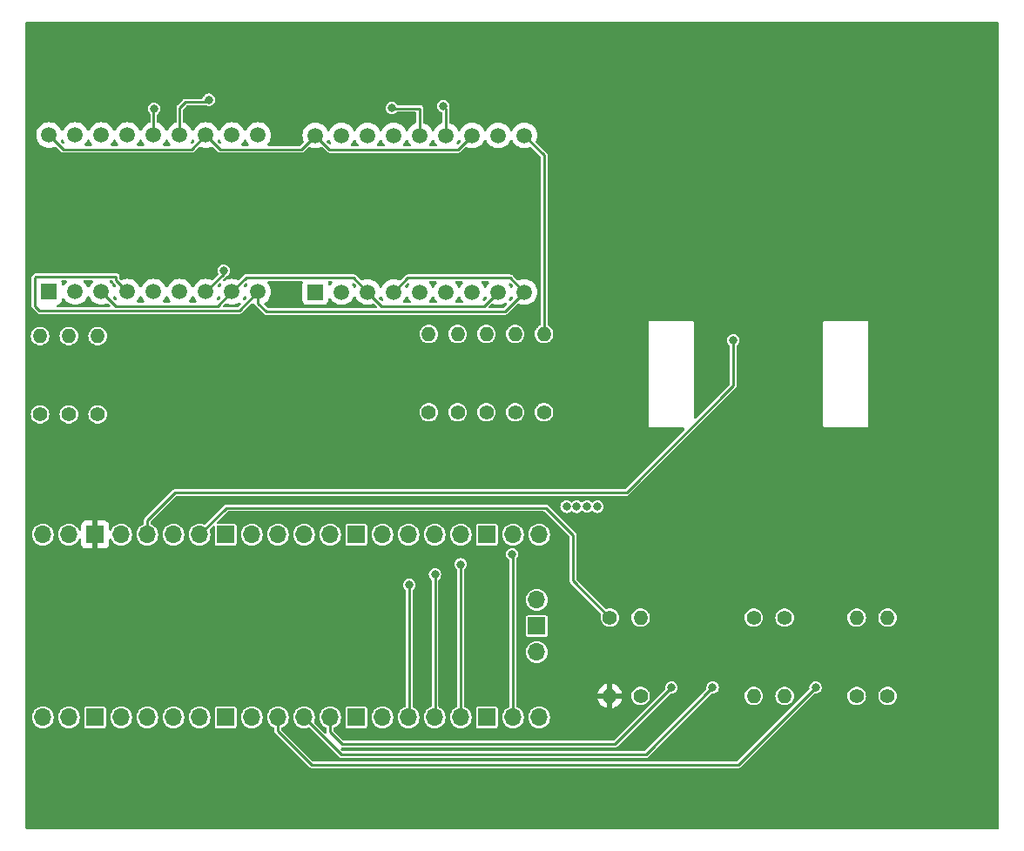
<source format=gbr>
%TF.GenerationSoftware,KiCad,Pcbnew,(6.0.0)*%
%TF.CreationDate,2022-06-20T15:54:38+02:00*%
%TF.ProjectId,PulseOximeter,50756c73-654f-4786-996d-657465722e6b,rev?*%
%TF.SameCoordinates,Original*%
%TF.FileFunction,Copper,L2,Bot*%
%TF.FilePolarity,Positive*%
%FSLAX46Y46*%
G04 Gerber Fmt 4.6, Leading zero omitted, Abs format (unit mm)*
G04 Created by KiCad (PCBNEW (6.0.0)) date 2022-06-20 15:54:38*
%MOMM*%
%LPD*%
G01*
G04 APERTURE LIST*
%TA.AperFunction,ComponentPad*%
%ADD10C,1.400000*%
%TD*%
%TA.AperFunction,ComponentPad*%
%ADD11O,1.400000X1.400000*%
%TD*%
%TA.AperFunction,ComponentPad*%
%ADD12R,1.500000X1.500000*%
%TD*%
%TA.AperFunction,ComponentPad*%
%ADD13C,1.500000*%
%TD*%
%TA.AperFunction,ComponentPad*%
%ADD14O,1.700000X1.700000*%
%TD*%
%TA.AperFunction,ComponentPad*%
%ADD15R,1.700000X1.700000*%
%TD*%
%TA.AperFunction,ViaPad*%
%ADD16C,0.800000*%
%TD*%
%TA.AperFunction,Conductor*%
%ADD17C,0.250000*%
%TD*%
G04 APERTURE END LIST*
D10*
%TO.P,R8,1*%
%TO.N,SEG_B*%
X127600000Y-96200000D03*
D11*
%TO.P,R8,2*%
%TO.N,/B*%
X127600000Y-88580000D03*
%TD*%
D10*
%TO.P,R2,1*%
%TO.N,SEG_F*%
X81400000Y-96410000D03*
D11*
%TO.P,R2,2*%
%TO.N,/F*%
X81400000Y-88790000D03*
%TD*%
D12*
%TO.P,U4,1,DIG1_E*%
%TO.N,/E*%
X105370000Y-84500000D03*
D13*
%TO.P,U4,2,DIG1_D*%
%TO.N,/D*%
X107910000Y-84500000D03*
%TO.P,U4,3,DIG1_C*%
%TO.N,/C*%
X110450000Y-84500000D03*
%TO.P,U4,4,DP1*%
%TO.N,/DP*%
X112990000Y-84500000D03*
%TO.P,U4,5,DIG2_E*%
%TO.N,/E*%
X115530000Y-84500000D03*
%TO.P,U4,6,DIG2_D*%
%TO.N,/D*%
X118070000Y-84500000D03*
%TO.P,U4,7,DIG2_G*%
%TO.N,/G*%
X120610000Y-84500000D03*
%TO.P,U4,8,DIG2_C*%
%TO.N,/C*%
X123150000Y-84500000D03*
%TO.P,U4,9,DP2*%
%TO.N,/DP*%
X125690000Y-84500000D03*
%TO.P,U4,10,DIG2_B*%
%TO.N,/B*%
X125690000Y-69260000D03*
%TO.P,U4,11,DIG2_A*%
%TO.N,/A*%
X123150000Y-69260000D03*
%TO.P,U4,12,DIG2_F*%
%TO.N,/F*%
X120610000Y-69260000D03*
%TO.P,U4,13,DIG2_CC*%
%TO.N,Net-(Q4-Pad3)*%
X118070000Y-69260000D03*
%TO.P,U4,14,DIG1_CC*%
%TO.N,Net-(Q3-Pad3)*%
X115530000Y-69260000D03*
%TO.P,U4,15,DIG1_B*%
%TO.N,/B*%
X112990000Y-69260000D03*
%TO.P,U4,16,DIG1_A*%
%TO.N,/A*%
X110450000Y-69260000D03*
%TO.P,U4,17,DIG1_G*%
%TO.N,/G*%
X107910000Y-69260000D03*
%TO.P,U4,18,DIG1_F*%
%TO.N,/F*%
X105370000Y-69260000D03*
%TD*%
D10*
%TO.P,R13,1*%
%TO.N,+5V*%
X158000000Y-123810000D03*
D11*
%TO.P,R13,2*%
%TO.N,Net-(R13-Pad2)*%
X158000000Y-116190000D03*
%TD*%
D12*
%TO.P,U3,1,DIG1_E*%
%TO.N,/E*%
X79480000Y-84480000D03*
D13*
%TO.P,U3,2,DIG1_D*%
%TO.N,/D*%
X82020000Y-84480000D03*
%TO.P,U3,3,DIG1_C*%
%TO.N,/C*%
X84560000Y-84480000D03*
%TO.P,U3,4,DP1*%
%TO.N,/DP*%
X87100000Y-84480000D03*
%TO.P,U3,5,DIG2_E*%
%TO.N,/E*%
X89640000Y-84480000D03*
%TO.P,U3,6,DIG2_D*%
%TO.N,/D*%
X92180000Y-84480000D03*
%TO.P,U3,7,DIG2_G*%
%TO.N,/G*%
X94720000Y-84480000D03*
%TO.P,U3,8,DIG2_C*%
%TO.N,/C*%
X97260000Y-84480000D03*
%TO.P,U3,9,DP2*%
%TO.N,/DP*%
X99800000Y-84480000D03*
%TO.P,U3,10,DIG2_B*%
%TO.N,/B*%
X99800000Y-69240000D03*
%TO.P,U3,11,DIG2_A*%
%TO.N,/A*%
X97260000Y-69240000D03*
%TO.P,U3,12,DIG2_F*%
%TO.N,/F*%
X94720000Y-69240000D03*
%TO.P,U3,13,DIG2_CC*%
%TO.N,Net-(Q2-Pad3)*%
X92180000Y-69240000D03*
%TO.P,U3,14,DIG1_CC*%
%TO.N,Net-(Q1-Pad3)*%
X89640000Y-69240000D03*
%TO.P,U3,15,DIG1_B*%
%TO.N,/B*%
X87100000Y-69240000D03*
%TO.P,U3,16,DIG1_A*%
%TO.N,/A*%
X84560000Y-69240000D03*
%TO.P,U3,17,DIG1_G*%
%TO.N,/G*%
X82020000Y-69240000D03*
%TO.P,U3,18,DIG1_F*%
%TO.N,/F*%
X79480000Y-69240000D03*
%TD*%
D10*
%TO.P,R10,1*%
%TO.N,+5V*%
X137000000Y-123810000D03*
D11*
%TO.P,R10,2*%
%TO.N,Net-(R10-Pad2)*%
X137000000Y-116190000D03*
%TD*%
D10*
%TO.P,R11,1*%
%TO.N,Net-(R11-Pad1)*%
X148000000Y-116190000D03*
D11*
%TO.P,R11,2*%
%TO.N,+5V*%
X148000000Y-123810000D03*
%TD*%
D10*
%TO.P,R14,1*%
%TO.N,+5V*%
X161000000Y-123810000D03*
D11*
%TO.P,R14,2*%
%TO.N,Net-(R14-Pad2)*%
X161000000Y-116190000D03*
%TD*%
D14*
%TO.P,U1,1,GPIO0*%
%TO.N,unconnected-(U1-Pad1)*%
X78870000Y-125890000D03*
%TO.P,U1,2,GPIO1*%
%TO.N,unconnected-(U1-Pad2)*%
X81410000Y-125890000D03*
D15*
%TO.P,U1,3,GND*%
%TO.N,unconnected-(U1-Pad3)*%
X83950000Y-125890000D03*
D14*
%TO.P,U1,4,GPIO2*%
%TO.N,unconnected-(U1-Pad4)*%
X86490000Y-125890000D03*
%TO.P,U1,5,GPIO3*%
%TO.N,unconnected-(U1-Pad5)*%
X89030000Y-125890000D03*
%TO.P,U1,6,GPIO4*%
%TO.N,unconnected-(U1-Pad6)*%
X91570000Y-125890000D03*
%TO.P,U1,7,GPIO5*%
%TO.N,unconnected-(U1-Pad7)*%
X94110000Y-125890000D03*
D15*
%TO.P,U1,8,GND*%
%TO.N,unconnected-(U1-Pad8)*%
X96650000Y-125890000D03*
D14*
%TO.P,U1,9,GPIO6*%
%TO.N,unconnected-(U1-Pad9)*%
X99190000Y-125890000D03*
%TO.P,U1,10,GPIO7*%
%TO.N,TR_R*%
X101730000Y-125890000D03*
%TO.P,U1,11,GPIO8*%
%TO.N,TR_I*%
X104270000Y-125890000D03*
%TO.P,U1,12,GPIO9*%
%TO.N,TR_G*%
X106810000Y-125890000D03*
D15*
%TO.P,U1,13,GND*%
%TO.N,unconnected-(U1-Pad13)*%
X109350000Y-125890000D03*
D14*
%TO.P,U1,14,GPIO10*%
%TO.N,unconnected-(U1-Pad14)*%
X111890000Y-125890000D03*
%TO.P,U1,15,GPIO11*%
%TO.N,DIG_1*%
X114430000Y-125890000D03*
%TO.P,U1,16,GPIO12*%
%TO.N,DIG_2*%
X116970000Y-125890000D03*
%TO.P,U1,17,GPIO13*%
%TO.N,DIG_3*%
X119510000Y-125890000D03*
D15*
%TO.P,U1,18,GND*%
%TO.N,unconnected-(U1-Pad18)*%
X122050000Y-125890000D03*
D14*
%TO.P,U1,19,GPIO14*%
%TO.N,DIG_4*%
X124590000Y-125890000D03*
%TO.P,U1,20,GPIO15*%
%TO.N,SEG_A*%
X127130000Y-125890000D03*
%TO.P,U1,21,GPIO16*%
%TO.N,SEG_B*%
X127130000Y-108110000D03*
%TO.P,U1,22,GPIO17*%
%TO.N,SEG_DP*%
X124590000Y-108110000D03*
D15*
%TO.P,U1,23,GND*%
%TO.N,unconnected-(U1-Pad23)*%
X122050000Y-108110000D03*
D14*
%TO.P,U1,24,GPIO18*%
%TO.N,SEG_C*%
X119510000Y-108110000D03*
%TO.P,U1,25,GPIO19*%
%TO.N,SEG_G*%
X116970000Y-108110000D03*
%TO.P,U1,26,GPIO20*%
%TO.N,SEG_D*%
X114430000Y-108110000D03*
%TO.P,U1,27,GPIO21*%
%TO.N,SEG_E*%
X111890000Y-108110000D03*
D15*
%TO.P,U1,28,GND*%
%TO.N,unconnected-(U1-Pad28)*%
X109350000Y-108110000D03*
D14*
%TO.P,U1,29,GPIO22*%
%TO.N,SEG_F*%
X106810000Y-108110000D03*
%TO.P,U1,30,RUN*%
%TO.N,unconnected-(U1-Pad30)*%
X104270000Y-108110000D03*
%TO.P,U1,31,GPIO26_ADC0*%
%TO.N,unconnected-(U1-Pad31)*%
X101730000Y-108110000D03*
%TO.P,U1,32,GPIO27_ADC1*%
%TO.N,unconnected-(U1-Pad32)*%
X99190000Y-108110000D03*
D15*
%TO.P,U1,33,AGND*%
%TO.N,unconnected-(U1-Pad33)*%
X96650000Y-108110000D03*
D14*
%TO.P,U1,34,GPIO28_ADC2*%
%TO.N,PHOTOTR*%
X94110000Y-108110000D03*
%TO.P,U1,35,ADC_VREF*%
%TO.N,unconnected-(U1-Pad35)*%
X91570000Y-108110000D03*
%TO.P,U1,36,3V3*%
%TO.N,+3V3*%
X89030000Y-108110000D03*
%TO.P,U1,37,3V3_EN*%
%TO.N,unconnected-(U1-Pad37)*%
X86490000Y-108110000D03*
D15*
%TO.P,U1,38,GND*%
%TO.N,GND*%
X83950000Y-108110000D03*
D14*
%TO.P,U1,39,VSYS*%
%TO.N,unconnected-(U1-Pad39)*%
X81410000Y-108110000D03*
%TO.P,U1,40,VBUS*%
%TO.N,+5V*%
X78870000Y-108110000D03*
%TO.P,U1,41,SWCLK*%
%TO.N,unconnected-(U1-Pad41)*%
X126900000Y-119540000D03*
D15*
%TO.P,U1,42,GND*%
%TO.N,unconnected-(U1-Pad42)*%
X126900000Y-117000000D03*
D14*
%TO.P,U1,43,SWDIO*%
%TO.N,unconnected-(U1-Pad43)*%
X126900000Y-114460000D03*
%TD*%
D10*
%TO.P,R12,1*%
%TO.N,Net-(R12-Pad1)*%
X151000000Y-116190000D03*
D11*
%TO.P,R12,2*%
%TO.N,+5V*%
X151000000Y-123810000D03*
%TD*%
D10*
%TO.P,R5,1*%
%TO.N,SEG_G*%
X119200000Y-96210000D03*
D11*
%TO.P,R5,2*%
%TO.N,/G*%
X119200000Y-88590000D03*
%TD*%
D10*
%TO.P,R3,1*%
%TO.N,SEG_E*%
X84200000Y-96410000D03*
D11*
%TO.P,R3,2*%
%TO.N,/E*%
X84200000Y-88790000D03*
%TD*%
D10*
%TO.P,R4,1*%
%TO.N,SEG_D*%
X116400000Y-96210000D03*
D11*
%TO.P,R4,2*%
%TO.N,/D*%
X116400000Y-88590000D03*
%TD*%
D10*
%TO.P,R6,1*%
%TO.N,SEG_C*%
X122000000Y-96210000D03*
D11*
%TO.P,R6,2*%
%TO.N,/C*%
X122000000Y-88590000D03*
%TD*%
D10*
%TO.P,R7,1*%
%TO.N,SEG_DP*%
X124800000Y-96210000D03*
D11*
%TO.P,R7,2*%
%TO.N,/DP*%
X124800000Y-88590000D03*
%TD*%
D10*
%TO.P,R1,1*%
%TO.N,SEG_A*%
X78600000Y-96410000D03*
D11*
%TO.P,R1,2*%
%TO.N,/A*%
X78600000Y-88790000D03*
%TD*%
D10*
%TO.P,R9,1*%
%TO.N,PHOTOTR*%
X134000000Y-116190000D03*
D11*
%TO.P,R9,2*%
%TO.N,GND*%
X134000000Y-123810000D03*
%TD*%
D16*
%TO.N,TR_R*%
X154000000Y-123000000D03*
%TO.N,TR_I*%
X144000000Y-123000000D03*
%TO.N,TR_G*%
X140000000Y-123000000D03*
%TO.N,DIG_1*%
X114500000Y-113000000D03*
%TO.N,DIG_2*%
X117000000Y-112000000D03*
%TO.N,DIG_3*%
X119500000Y-111000000D03*
%TO.N,DIG_4*%
X124500000Y-110000000D03*
%TO.N,DIG_1*%
X132800000Y-105400000D03*
%TO.N,GND*%
X114000000Y-65000000D03*
X82000000Y-65000000D03*
X155700000Y-123100000D03*
X141900000Y-123000000D03*
X91000000Y-65000000D03*
X108000000Y-65000000D03*
X145700000Y-122900000D03*
%TO.N,Net-(Q1-Pad3)*%
X89680000Y-66660000D03*
%TO.N,DIG_2*%
X131787701Y-105387701D03*
%TO.N,Net-(Q3-Pad3)*%
X112800000Y-66600000D03*
%TO.N,DIG_3*%
X130788276Y-105400146D03*
%TO.N,Net-(Q2-Pad3)*%
X95000000Y-65800000D03*
%TO.N,DIG_4*%
X129788774Y-105399998D03*
%TO.N,Net-(Q4-Pad3)*%
X117800000Y-66400000D03*
%TO.N,+3V3*%
X146000000Y-89200000D03*
%TO.N,/G*%
X96450000Y-82420000D03*
%TD*%
D17*
%TO.N,TR_R*%
X101730000Y-127230000D02*
X101730000Y-125890000D01*
X146500000Y-130500000D02*
X105000000Y-130500000D01*
X105000000Y-130500000D02*
X101730000Y-127230000D01*
X154000000Y-123000000D02*
X146500000Y-130500000D01*
%TO.N,TR_I*%
X107880000Y-129500000D02*
X104270000Y-125890000D01*
X137500000Y-129500000D02*
X107880000Y-129500000D01*
X144000000Y-123000000D02*
X137500000Y-129500000D01*
%TO.N,TR_G*%
X106810000Y-127310000D02*
X106810000Y-125890000D01*
X140000000Y-123000000D02*
X134500000Y-128500000D01*
X134500000Y-128500000D02*
X108000000Y-128500000D01*
X108000000Y-128500000D02*
X106810000Y-127310000D01*
%TO.N,DIG_1*%
X114500000Y-125820000D02*
X114430000Y-125890000D01*
X114500000Y-113000000D02*
X114500000Y-125820000D01*
%TO.N,DIG_2*%
X117000000Y-125860000D02*
X116970000Y-125890000D01*
X117000000Y-112000000D02*
X117000000Y-125860000D01*
%TO.N,DIG_3*%
X119500000Y-111000000D02*
X119500000Y-125880000D01*
X119500000Y-125880000D02*
X119510000Y-125890000D01*
%TO.N,DIG_4*%
X124590000Y-110090000D02*
X124590000Y-125890000D01*
X124500000Y-110000000D02*
X124590000Y-110090000D01*
%TO.N,TR_G*%
X106750000Y-125830000D02*
X106810000Y-125890000D01*
X106810000Y-125390000D02*
X106810000Y-125890000D01*
%TO.N,Net-(Q1-Pad3)*%
X89640000Y-66700000D02*
X89680000Y-66660000D01*
X89640000Y-69240000D02*
X89640000Y-66700000D01*
%TO.N,Net-(Q3-Pad3)*%
X115530000Y-69260000D02*
X115530000Y-66640000D01*
X112840000Y-66640000D02*
X112800000Y-66600000D01*
X115530000Y-66640000D02*
X112840000Y-66640000D01*
%TO.N,Net-(Q2-Pad3)*%
X92180000Y-66560000D02*
X92700000Y-66040000D01*
X92180000Y-69240000D02*
X92180000Y-66560000D01*
X94760000Y-66040000D02*
X95000000Y-65800000D01*
X92700000Y-66040000D02*
X94760000Y-66040000D01*
%TO.N,Net-(Q4-Pad3)*%
X118070000Y-69260000D02*
X118070000Y-66680000D01*
X117970000Y-66570000D02*
X117800000Y-66400000D01*
X117970000Y-66580000D02*
X117970000Y-66570000D01*
X118070000Y-66680000D02*
X117970000Y-66580000D01*
%TO.N,unconnected-(U1-Pad31)*%
X101730000Y-108530000D02*
X101730000Y-108110000D01*
%TO.N,PHOTOTR*%
X96720000Y-105500000D02*
X94110000Y-108110000D01*
X127750000Y-105500000D02*
X96720000Y-105500000D01*
X130410000Y-112600000D02*
X130410000Y-108160000D01*
X134000000Y-116190000D02*
X130410000Y-112600000D01*
X130410000Y-108160000D02*
X127750000Y-105500000D01*
%TO.N,+3V3*%
X146000000Y-93626804D02*
X135626804Y-104000000D01*
X135626804Y-104000000D02*
X91750000Y-104000000D01*
X91750000Y-104000000D02*
X89030000Y-106720000D01*
X146000000Y-89200000D02*
X146000000Y-93626804D01*
X89030000Y-106720000D02*
X89030000Y-108110000D01*
%TO.N,/DP*%
X99800000Y-85600000D02*
X99800000Y-84480000D01*
X97975978Y-86304022D02*
X78555000Y-86304022D01*
X78105489Y-85854511D02*
X78105489Y-83105489D01*
X99800000Y-84480000D02*
X97975978Y-86304022D01*
X123790000Y-86400000D02*
X100600000Y-86400000D01*
X114364511Y-83125489D02*
X112990000Y-84500000D01*
X100600000Y-86400000D02*
X99800000Y-85600000D01*
X78210978Y-83000000D02*
X86000000Y-83000000D01*
X78555000Y-86304022D02*
X78105489Y-85854511D01*
X78105489Y-83105489D02*
X78210978Y-83000000D01*
X124315489Y-83125489D02*
X114364511Y-83125489D01*
X86000000Y-83380000D02*
X87100000Y-84480000D01*
X125690000Y-84500000D02*
X123790000Y-86400000D01*
X86000000Y-83000000D02*
X86000000Y-83380000D01*
X125690000Y-84500000D02*
X124315489Y-83125489D01*
%TO.N,/G*%
X94720000Y-84480000D02*
X96450000Y-82750000D01*
X96450000Y-82750000D02*
X96450000Y-82420000D01*
%TO.N,/F*%
X120610000Y-69260000D02*
X119235489Y-70634511D01*
X94720000Y-69240000D02*
X96094511Y-70614511D01*
X119235489Y-70634511D02*
X106744511Y-70634511D01*
X80854511Y-70614511D02*
X79480000Y-69240000D01*
X106744511Y-70634511D02*
X105370000Y-69260000D01*
X96094511Y-70614511D02*
X104015489Y-70614511D01*
X94720000Y-69240000D02*
X93345489Y-70614511D01*
X104015489Y-70614511D02*
X105370000Y-69260000D01*
X93345489Y-70614511D02*
X80854511Y-70614511D01*
%TO.N,/C*%
X123150000Y-84500000D02*
X121775489Y-85874511D01*
X97260000Y-84480000D02*
X95885489Y-85854511D01*
X98634511Y-83105489D02*
X97260000Y-84480000D01*
X109055489Y-83105489D02*
X98634511Y-83105489D01*
X111824511Y-85874511D02*
X110450000Y-84500000D01*
X110450000Y-84500000D02*
X109055489Y-83105489D01*
X85934511Y-85854511D02*
X84560000Y-84480000D01*
X121775489Y-85874511D02*
X111824511Y-85874511D01*
X95885489Y-85854511D02*
X85934511Y-85854511D01*
%TO.N,/B*%
X127600000Y-88580000D02*
X127600000Y-71170000D01*
X127600000Y-71170000D02*
X125690000Y-69260000D01*
%TD*%
%TA.AperFunction,Conductor*%
%TO.N,GND*%
G36*
X171742121Y-58220002D02*
G01*
X171788614Y-58273658D01*
X171800000Y-58326000D01*
X171800000Y-136674000D01*
X171779998Y-136742121D01*
X171726342Y-136788614D01*
X171674000Y-136800000D01*
X77326000Y-136800000D01*
X77257879Y-136779998D01*
X77211386Y-136726342D01*
X77200000Y-136674000D01*
X77200000Y-125875262D01*
X77814520Y-125875262D01*
X77831759Y-126080553D01*
X77888544Y-126278586D01*
X77891359Y-126284063D01*
X77891360Y-126284066D01*
X77934536Y-126368077D01*
X77982712Y-126461818D01*
X78110677Y-126623270D01*
X78267564Y-126756791D01*
X78447398Y-126857297D01*
X78522352Y-126881651D01*
X78637471Y-126919056D01*
X78637475Y-126919057D01*
X78643329Y-126920959D01*
X78847894Y-126945351D01*
X78854029Y-126944879D01*
X78854031Y-126944879D01*
X78926625Y-126939293D01*
X79053300Y-126929546D01*
X79059230Y-126927890D01*
X79059232Y-126927890D01*
X79245797Y-126875800D01*
X79245796Y-126875800D01*
X79251725Y-126874145D01*
X79257214Y-126871372D01*
X79257220Y-126871370D01*
X79430116Y-126784033D01*
X79435610Y-126781258D01*
X79597951Y-126654424D01*
X79732564Y-126498472D01*
X79753387Y-126461818D01*
X79831276Y-126324707D01*
X79834323Y-126319344D01*
X79899351Y-126123863D01*
X79925171Y-125919474D01*
X79925583Y-125890000D01*
X79924138Y-125875262D01*
X80354520Y-125875262D01*
X80371759Y-126080553D01*
X80428544Y-126278586D01*
X80431359Y-126284063D01*
X80431360Y-126284066D01*
X80474536Y-126368077D01*
X80522712Y-126461818D01*
X80650677Y-126623270D01*
X80807564Y-126756791D01*
X80987398Y-126857297D01*
X81062352Y-126881651D01*
X81177471Y-126919056D01*
X81177475Y-126919057D01*
X81183329Y-126920959D01*
X81387894Y-126945351D01*
X81394029Y-126944879D01*
X81394031Y-126944879D01*
X81466625Y-126939293D01*
X81593300Y-126929546D01*
X81599230Y-126927890D01*
X81599232Y-126927890D01*
X81785797Y-126875800D01*
X81785796Y-126875800D01*
X81791725Y-126874145D01*
X81797214Y-126871372D01*
X81797220Y-126871370D01*
X81970116Y-126784033D01*
X81975610Y-126781258D01*
X82003142Y-126759748D01*
X82899500Y-126759748D01*
X82900707Y-126765816D01*
X82904331Y-126784033D01*
X82911133Y-126818231D01*
X82955448Y-126884552D01*
X83021769Y-126928867D01*
X83033938Y-126931288D01*
X83033939Y-126931288D01*
X83074184Y-126939293D01*
X83080252Y-126940500D01*
X84819748Y-126940500D01*
X84825816Y-126939293D01*
X84866061Y-126931288D01*
X84866062Y-126931288D01*
X84878231Y-126928867D01*
X84944552Y-126884552D01*
X84988867Y-126818231D01*
X84995670Y-126784033D01*
X84999293Y-126765816D01*
X85000500Y-126759748D01*
X85000500Y-125875262D01*
X85434520Y-125875262D01*
X85451759Y-126080553D01*
X85508544Y-126278586D01*
X85511359Y-126284063D01*
X85511360Y-126284066D01*
X85554536Y-126368077D01*
X85602712Y-126461818D01*
X85730677Y-126623270D01*
X85887564Y-126756791D01*
X86067398Y-126857297D01*
X86142352Y-126881651D01*
X86257471Y-126919056D01*
X86257475Y-126919057D01*
X86263329Y-126920959D01*
X86467894Y-126945351D01*
X86474029Y-126944879D01*
X86474031Y-126944879D01*
X86546625Y-126939293D01*
X86673300Y-126929546D01*
X86679230Y-126927890D01*
X86679232Y-126927890D01*
X86865797Y-126875800D01*
X86865796Y-126875800D01*
X86871725Y-126874145D01*
X86877214Y-126871372D01*
X86877220Y-126871370D01*
X87050116Y-126784033D01*
X87055610Y-126781258D01*
X87217951Y-126654424D01*
X87352564Y-126498472D01*
X87373387Y-126461818D01*
X87451276Y-126324707D01*
X87454323Y-126319344D01*
X87519351Y-126123863D01*
X87545171Y-125919474D01*
X87545583Y-125890000D01*
X87544138Y-125875262D01*
X87974520Y-125875262D01*
X87991759Y-126080553D01*
X88048544Y-126278586D01*
X88051359Y-126284063D01*
X88051360Y-126284066D01*
X88094536Y-126368077D01*
X88142712Y-126461818D01*
X88270677Y-126623270D01*
X88427564Y-126756791D01*
X88607398Y-126857297D01*
X88682352Y-126881651D01*
X88797471Y-126919056D01*
X88797475Y-126919057D01*
X88803329Y-126920959D01*
X89007894Y-126945351D01*
X89014029Y-126944879D01*
X89014031Y-126944879D01*
X89086625Y-126939293D01*
X89213300Y-126929546D01*
X89219230Y-126927890D01*
X89219232Y-126927890D01*
X89405797Y-126875800D01*
X89405796Y-126875800D01*
X89411725Y-126874145D01*
X89417214Y-126871372D01*
X89417220Y-126871370D01*
X89590116Y-126784033D01*
X89595610Y-126781258D01*
X89757951Y-126654424D01*
X89892564Y-126498472D01*
X89913387Y-126461818D01*
X89991276Y-126324707D01*
X89994323Y-126319344D01*
X90059351Y-126123863D01*
X90085171Y-125919474D01*
X90085583Y-125890000D01*
X90084138Y-125875262D01*
X90514520Y-125875262D01*
X90531759Y-126080553D01*
X90588544Y-126278586D01*
X90591359Y-126284063D01*
X90591360Y-126284066D01*
X90634536Y-126368077D01*
X90682712Y-126461818D01*
X90810677Y-126623270D01*
X90967564Y-126756791D01*
X91147398Y-126857297D01*
X91222352Y-126881651D01*
X91337471Y-126919056D01*
X91337475Y-126919057D01*
X91343329Y-126920959D01*
X91547894Y-126945351D01*
X91554029Y-126944879D01*
X91554031Y-126944879D01*
X91626625Y-126939293D01*
X91753300Y-126929546D01*
X91759230Y-126927890D01*
X91759232Y-126927890D01*
X91945797Y-126875800D01*
X91945796Y-126875800D01*
X91951725Y-126874145D01*
X91957214Y-126871372D01*
X91957220Y-126871370D01*
X92130116Y-126784033D01*
X92135610Y-126781258D01*
X92297951Y-126654424D01*
X92432564Y-126498472D01*
X92453387Y-126461818D01*
X92531276Y-126324707D01*
X92534323Y-126319344D01*
X92599351Y-126123863D01*
X92625171Y-125919474D01*
X92625583Y-125890000D01*
X92624138Y-125875262D01*
X93054520Y-125875262D01*
X93071759Y-126080553D01*
X93128544Y-126278586D01*
X93131359Y-126284063D01*
X93131360Y-126284066D01*
X93174536Y-126368077D01*
X93222712Y-126461818D01*
X93350677Y-126623270D01*
X93507564Y-126756791D01*
X93687398Y-126857297D01*
X93762352Y-126881651D01*
X93877471Y-126919056D01*
X93877475Y-126919057D01*
X93883329Y-126920959D01*
X94087894Y-126945351D01*
X94094029Y-126944879D01*
X94094031Y-126944879D01*
X94166625Y-126939293D01*
X94293300Y-126929546D01*
X94299230Y-126927890D01*
X94299232Y-126927890D01*
X94485797Y-126875800D01*
X94485796Y-126875800D01*
X94491725Y-126874145D01*
X94497214Y-126871372D01*
X94497220Y-126871370D01*
X94670116Y-126784033D01*
X94675610Y-126781258D01*
X94703142Y-126759748D01*
X95599500Y-126759748D01*
X95600707Y-126765816D01*
X95604331Y-126784033D01*
X95611133Y-126818231D01*
X95655448Y-126884552D01*
X95721769Y-126928867D01*
X95733938Y-126931288D01*
X95733939Y-126931288D01*
X95774184Y-126939293D01*
X95780252Y-126940500D01*
X97519748Y-126940500D01*
X97525816Y-126939293D01*
X97566061Y-126931288D01*
X97566062Y-126931288D01*
X97578231Y-126928867D01*
X97644552Y-126884552D01*
X97688867Y-126818231D01*
X97695670Y-126784033D01*
X97699293Y-126765816D01*
X97700500Y-126759748D01*
X97700500Y-125875262D01*
X98134520Y-125875262D01*
X98151759Y-126080553D01*
X98208544Y-126278586D01*
X98211359Y-126284063D01*
X98211360Y-126284066D01*
X98254536Y-126368077D01*
X98302712Y-126461818D01*
X98430677Y-126623270D01*
X98587564Y-126756791D01*
X98767398Y-126857297D01*
X98842352Y-126881651D01*
X98957471Y-126919056D01*
X98957475Y-126919057D01*
X98963329Y-126920959D01*
X99167894Y-126945351D01*
X99174029Y-126944879D01*
X99174031Y-126944879D01*
X99246625Y-126939293D01*
X99373300Y-126929546D01*
X99379230Y-126927890D01*
X99379232Y-126927890D01*
X99565797Y-126875800D01*
X99565796Y-126875800D01*
X99571725Y-126874145D01*
X99577214Y-126871372D01*
X99577220Y-126871370D01*
X99750116Y-126784033D01*
X99755610Y-126781258D01*
X99917951Y-126654424D01*
X100052564Y-126498472D01*
X100073387Y-126461818D01*
X100151276Y-126324707D01*
X100154323Y-126319344D01*
X100219351Y-126123863D01*
X100245171Y-125919474D01*
X100245583Y-125890000D01*
X100244138Y-125875262D01*
X100674520Y-125875262D01*
X100691759Y-126080553D01*
X100748544Y-126278586D01*
X100751359Y-126284063D01*
X100751360Y-126284066D01*
X100794536Y-126368077D01*
X100842712Y-126461818D01*
X100970677Y-126623270D01*
X101127564Y-126756791D01*
X101307398Y-126857297D01*
X101313255Y-126859200D01*
X101317441Y-126860560D01*
X101376045Y-126900636D01*
X101403679Y-126966034D01*
X101404500Y-126980392D01*
X101404500Y-127210290D01*
X101404020Y-127221272D01*
X101400736Y-127258807D01*
X101410491Y-127295210D01*
X101412870Y-127305942D01*
X101419412Y-127343045D01*
X101424923Y-127352590D01*
X101426115Y-127355866D01*
X101427592Y-127359034D01*
X101430446Y-127369684D01*
X101436770Y-127378715D01*
X101452055Y-127400544D01*
X101457961Y-127409815D01*
X101465600Y-127423045D01*
X101476806Y-127442455D01*
X101485251Y-127449541D01*
X101505682Y-127466685D01*
X101513785Y-127474111D01*
X104755895Y-130716222D01*
X104763315Y-130724318D01*
X104787545Y-130753194D01*
X104797088Y-130758704D01*
X104797092Y-130758707D01*
X104820179Y-130772036D01*
X104829448Y-130777940D01*
X104860316Y-130799554D01*
X104870964Y-130802407D01*
X104874135Y-130803886D01*
X104877411Y-130805078D01*
X104886955Y-130810588D01*
X104924076Y-130817134D01*
X104934783Y-130819508D01*
X104971193Y-130829263D01*
X104982168Y-130828303D01*
X104982170Y-130828303D01*
X105008731Y-130825979D01*
X105019712Y-130825500D01*
X146480290Y-130825500D01*
X146491272Y-130825980D01*
X146517820Y-130828303D01*
X146517822Y-130828303D01*
X146528807Y-130829264D01*
X146565215Y-130819508D01*
X146575942Y-130817130D01*
X146579301Y-130816538D01*
X146613045Y-130810588D01*
X146622590Y-130805077D01*
X146625866Y-130803885D01*
X146629034Y-130802408D01*
X146639684Y-130799554D01*
X146670550Y-130777941D01*
X146679815Y-130772039D01*
X146702906Y-130758707D01*
X146712455Y-130753194D01*
X146736685Y-130724317D01*
X146744111Y-130716215D01*
X153650326Y-123810000D01*
X157094540Y-123810000D01*
X157114326Y-123998256D01*
X157172821Y-124178284D01*
X157176124Y-124184006D01*
X157176125Y-124184007D01*
X157257232Y-124324488D01*
X157267467Y-124342216D01*
X157394129Y-124482888D01*
X157547270Y-124594151D01*
X157720197Y-124671144D01*
X157818212Y-124691978D01*
X157898897Y-124709128D01*
X157898901Y-124709128D01*
X157905354Y-124710500D01*
X158094646Y-124710500D01*
X158101099Y-124709128D01*
X158101103Y-124709128D01*
X158181788Y-124691978D01*
X158279803Y-124671144D01*
X158452730Y-124594151D01*
X158605871Y-124482888D01*
X158732533Y-124342216D01*
X158742768Y-124324488D01*
X158823875Y-124184007D01*
X158823876Y-124184006D01*
X158827179Y-124178284D01*
X158885674Y-123998256D01*
X158905460Y-123810000D01*
X160094540Y-123810000D01*
X160114326Y-123998256D01*
X160172821Y-124178284D01*
X160176124Y-124184006D01*
X160176125Y-124184007D01*
X160257232Y-124324488D01*
X160267467Y-124342216D01*
X160394129Y-124482888D01*
X160547270Y-124594151D01*
X160720197Y-124671144D01*
X160818212Y-124691978D01*
X160898897Y-124709128D01*
X160898901Y-124709128D01*
X160905354Y-124710500D01*
X161094646Y-124710500D01*
X161101099Y-124709128D01*
X161101103Y-124709128D01*
X161181788Y-124691978D01*
X161279803Y-124671144D01*
X161452730Y-124594151D01*
X161605871Y-124482888D01*
X161732533Y-124342216D01*
X161742768Y-124324488D01*
X161823875Y-124184007D01*
X161823876Y-124184006D01*
X161827179Y-124178284D01*
X161885674Y-123998256D01*
X161905460Y-123810000D01*
X161904101Y-123797074D01*
X161886364Y-123628307D01*
X161886364Y-123628305D01*
X161885674Y-123621744D01*
X161827179Y-123441716D01*
X161803428Y-123400577D01*
X161735836Y-123283505D01*
X161732533Y-123277784D01*
X161661766Y-123199189D01*
X161610286Y-123142015D01*
X161610284Y-123142014D01*
X161605871Y-123137112D01*
X161509152Y-123066842D01*
X161458072Y-123029730D01*
X161458071Y-123029729D01*
X161452730Y-123025849D01*
X161279803Y-122948856D01*
X161181788Y-122928022D01*
X161101103Y-122910872D01*
X161101099Y-122910872D01*
X161094646Y-122909500D01*
X160905354Y-122909500D01*
X160898901Y-122910872D01*
X160898897Y-122910872D01*
X160818212Y-122928022D01*
X160720197Y-122948856D01*
X160547270Y-123025849D01*
X160541929Y-123029729D01*
X160541928Y-123029730D01*
X160490848Y-123066842D01*
X160394129Y-123137112D01*
X160389716Y-123142014D01*
X160389714Y-123142015D01*
X160338234Y-123199189D01*
X160267467Y-123277784D01*
X160264164Y-123283505D01*
X160196573Y-123400577D01*
X160172821Y-123441716D01*
X160114326Y-123621744D01*
X160113636Y-123628305D01*
X160113636Y-123628307D01*
X160095899Y-123797074D01*
X160094540Y-123810000D01*
X158905460Y-123810000D01*
X158904101Y-123797074D01*
X158886364Y-123628307D01*
X158886364Y-123628305D01*
X158885674Y-123621744D01*
X158827179Y-123441716D01*
X158803428Y-123400577D01*
X158735836Y-123283505D01*
X158732533Y-123277784D01*
X158661766Y-123199189D01*
X158610286Y-123142015D01*
X158610284Y-123142014D01*
X158605871Y-123137112D01*
X158509152Y-123066842D01*
X158458072Y-123029730D01*
X158458071Y-123029729D01*
X158452730Y-123025849D01*
X158279803Y-122948856D01*
X158181788Y-122928022D01*
X158101103Y-122910872D01*
X158101099Y-122910872D01*
X158094646Y-122909500D01*
X157905354Y-122909500D01*
X157898901Y-122910872D01*
X157898897Y-122910872D01*
X157818212Y-122928022D01*
X157720197Y-122948856D01*
X157547270Y-123025849D01*
X157541929Y-123029729D01*
X157541928Y-123029730D01*
X157490848Y-123066842D01*
X157394129Y-123137112D01*
X157389716Y-123142014D01*
X157389714Y-123142015D01*
X157338234Y-123199189D01*
X157267467Y-123277784D01*
X157264164Y-123283505D01*
X157196573Y-123400577D01*
X157172821Y-123441716D01*
X157114326Y-123621744D01*
X157113636Y-123628305D01*
X157113636Y-123628307D01*
X157095899Y-123797074D01*
X157094540Y-123810000D01*
X153650326Y-123810000D01*
X153827617Y-123632709D01*
X153889929Y-123598683D01*
X153933157Y-123596882D01*
X154000000Y-123605682D01*
X154008188Y-123604604D01*
X154148574Y-123586122D01*
X154156762Y-123585044D01*
X154302841Y-123524536D01*
X154428282Y-123428282D01*
X154524536Y-123302841D01*
X154585044Y-123156762D01*
X154586986Y-123142015D01*
X154604604Y-123008188D01*
X154604604Y-123008187D01*
X154605682Y-123000000D01*
X154585044Y-122843238D01*
X154524536Y-122697159D01*
X154428282Y-122571718D01*
X154302841Y-122475464D01*
X154156762Y-122414956D01*
X154000000Y-122394318D01*
X153843238Y-122414956D01*
X153697159Y-122475464D01*
X153571718Y-122571718D01*
X153475464Y-122697159D01*
X153414956Y-122843238D01*
X153394318Y-123000000D01*
X153398934Y-123035058D01*
X153403118Y-123066842D01*
X153392179Y-123136990D01*
X153367291Y-123172383D01*
X146402079Y-130137595D01*
X146339767Y-130171621D01*
X146312984Y-130174500D01*
X105187017Y-130174500D01*
X105118896Y-130154498D01*
X105097922Y-130137595D01*
X102092405Y-127132079D01*
X102058379Y-127069767D01*
X102055500Y-127042984D01*
X102055500Y-126980062D01*
X102075502Y-126911941D01*
X102124690Y-126867596D01*
X102290113Y-126784035D01*
X102290116Y-126784033D01*
X102295610Y-126781258D01*
X102457951Y-126654424D01*
X102592564Y-126498472D01*
X102613387Y-126461818D01*
X102691276Y-126324707D01*
X102694323Y-126319344D01*
X102759351Y-126123863D01*
X102785171Y-125919474D01*
X102785583Y-125890000D01*
X102784138Y-125875262D01*
X103214520Y-125875262D01*
X103231759Y-126080553D01*
X103288544Y-126278586D01*
X103291359Y-126284063D01*
X103291360Y-126284066D01*
X103334536Y-126368077D01*
X103382712Y-126461818D01*
X103510677Y-126623270D01*
X103667564Y-126756791D01*
X103847398Y-126857297D01*
X103922352Y-126881651D01*
X104037471Y-126919056D01*
X104037475Y-126919057D01*
X104043329Y-126920959D01*
X104247894Y-126945351D01*
X104254029Y-126944879D01*
X104254031Y-126944879D01*
X104326625Y-126939293D01*
X104453300Y-126929546D01*
X104459230Y-126927890D01*
X104459232Y-126927890D01*
X104645797Y-126875800D01*
X104645796Y-126875800D01*
X104651725Y-126874145D01*
X104664690Y-126867596D01*
X104664722Y-126867580D01*
X104734544Y-126854721D01*
X104800235Y-126881651D01*
X104810626Y-126890952D01*
X107635889Y-129716215D01*
X107643315Y-129724318D01*
X107667545Y-129753194D01*
X107677094Y-129758707D01*
X107700185Y-129772039D01*
X107709456Y-129777945D01*
X107740316Y-129799554D01*
X107750966Y-129802408D01*
X107754134Y-129803885D01*
X107757410Y-129805077D01*
X107766955Y-129810588D01*
X107800699Y-129816538D01*
X107804058Y-129817130D01*
X107814785Y-129819508D01*
X107851193Y-129829264D01*
X107862178Y-129828303D01*
X107862180Y-129828303D01*
X107888728Y-129825980D01*
X107899710Y-129825500D01*
X137480290Y-129825500D01*
X137491272Y-129825980D01*
X137517820Y-129828303D01*
X137517822Y-129828303D01*
X137528807Y-129829264D01*
X137565215Y-129819508D01*
X137575942Y-129817130D01*
X137579301Y-129816538D01*
X137613045Y-129810588D01*
X137622590Y-129805077D01*
X137625866Y-129803885D01*
X137629034Y-129802408D01*
X137639684Y-129799554D01*
X137670544Y-129777945D01*
X137679815Y-129772039D01*
X137702906Y-129758707D01*
X137712455Y-129753194D01*
X137736685Y-129724317D01*
X137744111Y-129716215D01*
X143650327Y-123810000D01*
X147094540Y-123810000D01*
X147114326Y-123998256D01*
X147172821Y-124178284D01*
X147176124Y-124184006D01*
X147176125Y-124184007D01*
X147257232Y-124324488D01*
X147267467Y-124342216D01*
X147394129Y-124482888D01*
X147547270Y-124594151D01*
X147720197Y-124671144D01*
X147818212Y-124691978D01*
X147898897Y-124709128D01*
X147898901Y-124709128D01*
X147905354Y-124710500D01*
X148094646Y-124710500D01*
X148101099Y-124709128D01*
X148101103Y-124709128D01*
X148181788Y-124691978D01*
X148279803Y-124671144D01*
X148452730Y-124594151D01*
X148605871Y-124482888D01*
X148732533Y-124342216D01*
X148742768Y-124324488D01*
X148823875Y-124184007D01*
X148823876Y-124184006D01*
X148827179Y-124178284D01*
X148885674Y-123998256D01*
X148905460Y-123810000D01*
X150094540Y-123810000D01*
X150114326Y-123998256D01*
X150172821Y-124178284D01*
X150176124Y-124184006D01*
X150176125Y-124184007D01*
X150257232Y-124324488D01*
X150267467Y-124342216D01*
X150394129Y-124482888D01*
X150547270Y-124594151D01*
X150720197Y-124671144D01*
X150818212Y-124691978D01*
X150898897Y-124709128D01*
X150898901Y-124709128D01*
X150905354Y-124710500D01*
X151094646Y-124710500D01*
X151101099Y-124709128D01*
X151101103Y-124709128D01*
X151181788Y-124691978D01*
X151279803Y-124671144D01*
X151452730Y-124594151D01*
X151605871Y-124482888D01*
X151732533Y-124342216D01*
X151742768Y-124324488D01*
X151823875Y-124184007D01*
X151823876Y-124184006D01*
X151827179Y-124178284D01*
X151885674Y-123998256D01*
X151905460Y-123810000D01*
X151904101Y-123797074D01*
X151886364Y-123628307D01*
X151886364Y-123628305D01*
X151885674Y-123621744D01*
X151827179Y-123441716D01*
X151803428Y-123400577D01*
X151735836Y-123283505D01*
X151732533Y-123277784D01*
X151661766Y-123199189D01*
X151610286Y-123142015D01*
X151610284Y-123142014D01*
X151605871Y-123137112D01*
X151509152Y-123066842D01*
X151458072Y-123029730D01*
X151458071Y-123029729D01*
X151452730Y-123025849D01*
X151279803Y-122948856D01*
X151181788Y-122928022D01*
X151101103Y-122910872D01*
X151101099Y-122910872D01*
X151094646Y-122909500D01*
X150905354Y-122909500D01*
X150898901Y-122910872D01*
X150898897Y-122910872D01*
X150818212Y-122928022D01*
X150720197Y-122948856D01*
X150547270Y-123025849D01*
X150541929Y-123029729D01*
X150541928Y-123029730D01*
X150490848Y-123066842D01*
X150394129Y-123137112D01*
X150389716Y-123142014D01*
X150389714Y-123142015D01*
X150338234Y-123199189D01*
X150267467Y-123277784D01*
X150264164Y-123283505D01*
X150196573Y-123400577D01*
X150172821Y-123441716D01*
X150114326Y-123621744D01*
X150113636Y-123628305D01*
X150113636Y-123628307D01*
X150095899Y-123797074D01*
X150094540Y-123810000D01*
X148905460Y-123810000D01*
X148904101Y-123797074D01*
X148886364Y-123628307D01*
X148886364Y-123628305D01*
X148885674Y-123621744D01*
X148827179Y-123441716D01*
X148803428Y-123400577D01*
X148735836Y-123283505D01*
X148732533Y-123277784D01*
X148661766Y-123199189D01*
X148610286Y-123142015D01*
X148610284Y-123142014D01*
X148605871Y-123137112D01*
X148509152Y-123066842D01*
X148458072Y-123029730D01*
X148458071Y-123029729D01*
X148452730Y-123025849D01*
X148279803Y-122948856D01*
X148181788Y-122928022D01*
X148101103Y-122910872D01*
X148101099Y-122910872D01*
X148094646Y-122909500D01*
X147905354Y-122909500D01*
X147898901Y-122910872D01*
X147898897Y-122910872D01*
X147818212Y-122928022D01*
X147720197Y-122948856D01*
X147547270Y-123025849D01*
X147541929Y-123029729D01*
X147541928Y-123029730D01*
X147490848Y-123066842D01*
X147394129Y-123137112D01*
X147389716Y-123142014D01*
X147389714Y-123142015D01*
X147338234Y-123199189D01*
X147267467Y-123277784D01*
X147264164Y-123283505D01*
X147196573Y-123400577D01*
X147172821Y-123441716D01*
X147114326Y-123621744D01*
X147113636Y-123628305D01*
X147113636Y-123628307D01*
X147095899Y-123797074D01*
X147094540Y-123810000D01*
X143650327Y-123810000D01*
X143827618Y-123632709D01*
X143889930Y-123598683D01*
X143933158Y-123596882D01*
X144000000Y-123605682D01*
X144008188Y-123604604D01*
X144148574Y-123586122D01*
X144156762Y-123585044D01*
X144302841Y-123524536D01*
X144428282Y-123428282D01*
X144524536Y-123302841D01*
X144585044Y-123156762D01*
X144586986Y-123142015D01*
X144604604Y-123008188D01*
X144604604Y-123008187D01*
X144605682Y-123000000D01*
X144585044Y-122843238D01*
X144524536Y-122697159D01*
X144428282Y-122571718D01*
X144302841Y-122475464D01*
X144156762Y-122414956D01*
X144000000Y-122394318D01*
X143843238Y-122414956D01*
X143697159Y-122475464D01*
X143571718Y-122571718D01*
X143475464Y-122697159D01*
X143414956Y-122843238D01*
X143394318Y-123000000D01*
X143398934Y-123035058D01*
X143403118Y-123066840D01*
X143392179Y-123136989D01*
X143367291Y-123172382D01*
X137402079Y-129137595D01*
X137339767Y-129171621D01*
X137312984Y-129174500D01*
X108067016Y-129174500D01*
X107998895Y-129154498D01*
X107977921Y-129137595D01*
X107883354Y-129043028D01*
X107849328Y-128980716D01*
X107854393Y-128909901D01*
X107896940Y-128853065D01*
X107963460Y-128828254D01*
X107967549Y-128828287D01*
X107971193Y-128829263D01*
X107981115Y-128828395D01*
X107981120Y-128828395D01*
X108008731Y-128825979D01*
X108019712Y-128825500D01*
X134480290Y-128825500D01*
X134491272Y-128825980D01*
X134517820Y-128828303D01*
X134517822Y-128828303D01*
X134528807Y-128829264D01*
X134565215Y-128819508D01*
X134575942Y-128817130D01*
X134579301Y-128816538D01*
X134613045Y-128810588D01*
X134622590Y-128805077D01*
X134625866Y-128803885D01*
X134629034Y-128802408D01*
X134639684Y-128799554D01*
X134670544Y-128777945D01*
X134679815Y-128772039D01*
X134702906Y-128758707D01*
X134712455Y-128753194D01*
X134736685Y-128724317D01*
X134744111Y-128716215D01*
X139827617Y-123632709D01*
X139889929Y-123598683D01*
X139933157Y-123596882D01*
X140000000Y-123605682D01*
X140008188Y-123604604D01*
X140148574Y-123586122D01*
X140156762Y-123585044D01*
X140302841Y-123524536D01*
X140428282Y-123428282D01*
X140524536Y-123302841D01*
X140585044Y-123156762D01*
X140586986Y-123142015D01*
X140604604Y-123008188D01*
X140604604Y-123008187D01*
X140605682Y-123000000D01*
X140585044Y-122843238D01*
X140524536Y-122697159D01*
X140428282Y-122571718D01*
X140302841Y-122475464D01*
X140156762Y-122414956D01*
X140000000Y-122394318D01*
X139843238Y-122414956D01*
X139697159Y-122475464D01*
X139571718Y-122571718D01*
X139475464Y-122697159D01*
X139414956Y-122843238D01*
X139394318Y-123000000D01*
X139398934Y-123035058D01*
X139403118Y-123066842D01*
X139392179Y-123136990D01*
X139367291Y-123172383D01*
X134402079Y-128137595D01*
X134339767Y-128171621D01*
X134312984Y-128174500D01*
X108187016Y-128174500D01*
X108118895Y-128154498D01*
X108097921Y-128137595D01*
X107172405Y-127212079D01*
X107138379Y-127149767D01*
X107135500Y-127122984D01*
X107135500Y-126980062D01*
X107155502Y-126911941D01*
X107204690Y-126867596D01*
X107370113Y-126784035D01*
X107370116Y-126784033D01*
X107375610Y-126781258D01*
X107403142Y-126759748D01*
X108299500Y-126759748D01*
X108300707Y-126765816D01*
X108304331Y-126784033D01*
X108311133Y-126818231D01*
X108355448Y-126884552D01*
X108421769Y-126928867D01*
X108433938Y-126931288D01*
X108433939Y-126931288D01*
X108474184Y-126939293D01*
X108480252Y-126940500D01*
X110219748Y-126940500D01*
X110225816Y-126939293D01*
X110266061Y-126931288D01*
X110266062Y-126931288D01*
X110278231Y-126928867D01*
X110344552Y-126884552D01*
X110388867Y-126818231D01*
X110395670Y-126784033D01*
X110399293Y-126765816D01*
X110400500Y-126759748D01*
X110400500Y-125875262D01*
X110834520Y-125875262D01*
X110851759Y-126080553D01*
X110908544Y-126278586D01*
X110911359Y-126284063D01*
X110911360Y-126284066D01*
X110954536Y-126368077D01*
X111002712Y-126461818D01*
X111130677Y-126623270D01*
X111287564Y-126756791D01*
X111467398Y-126857297D01*
X111542352Y-126881651D01*
X111657471Y-126919056D01*
X111657475Y-126919057D01*
X111663329Y-126920959D01*
X111867894Y-126945351D01*
X111874029Y-126944879D01*
X111874031Y-126944879D01*
X111946625Y-126939293D01*
X112073300Y-126929546D01*
X112079230Y-126927890D01*
X112079232Y-126927890D01*
X112265797Y-126875800D01*
X112265796Y-126875800D01*
X112271725Y-126874145D01*
X112277214Y-126871372D01*
X112277220Y-126871370D01*
X112450116Y-126784033D01*
X112455610Y-126781258D01*
X112617951Y-126654424D01*
X112752564Y-126498472D01*
X112773387Y-126461818D01*
X112851276Y-126324707D01*
X112854323Y-126319344D01*
X112919351Y-126123863D01*
X112945171Y-125919474D01*
X112945583Y-125890000D01*
X112944138Y-125875262D01*
X113374520Y-125875262D01*
X113391759Y-126080553D01*
X113448544Y-126278586D01*
X113451359Y-126284063D01*
X113451360Y-126284066D01*
X113494536Y-126368077D01*
X113542712Y-126461818D01*
X113670677Y-126623270D01*
X113827564Y-126756791D01*
X114007398Y-126857297D01*
X114082352Y-126881651D01*
X114197471Y-126919056D01*
X114197475Y-126919057D01*
X114203329Y-126920959D01*
X114407894Y-126945351D01*
X114414029Y-126944879D01*
X114414031Y-126944879D01*
X114486625Y-126939293D01*
X114613300Y-126929546D01*
X114619230Y-126927890D01*
X114619232Y-126927890D01*
X114805797Y-126875800D01*
X114805796Y-126875800D01*
X114811725Y-126874145D01*
X114817214Y-126871372D01*
X114817220Y-126871370D01*
X114990116Y-126784033D01*
X114995610Y-126781258D01*
X115157951Y-126654424D01*
X115292564Y-126498472D01*
X115313387Y-126461818D01*
X115391276Y-126324707D01*
X115394323Y-126319344D01*
X115459351Y-126123863D01*
X115485171Y-125919474D01*
X115485583Y-125890000D01*
X115484138Y-125875262D01*
X115914520Y-125875262D01*
X115931759Y-126080553D01*
X115988544Y-126278586D01*
X115991359Y-126284063D01*
X115991360Y-126284066D01*
X116034536Y-126368077D01*
X116082712Y-126461818D01*
X116210677Y-126623270D01*
X116367564Y-126756791D01*
X116547398Y-126857297D01*
X116622352Y-126881651D01*
X116737471Y-126919056D01*
X116737475Y-126919057D01*
X116743329Y-126920959D01*
X116947894Y-126945351D01*
X116954029Y-126944879D01*
X116954031Y-126944879D01*
X117026625Y-126939293D01*
X117153300Y-126929546D01*
X117159230Y-126927890D01*
X117159232Y-126927890D01*
X117345797Y-126875800D01*
X117345796Y-126875800D01*
X117351725Y-126874145D01*
X117357214Y-126871372D01*
X117357220Y-126871370D01*
X117530116Y-126784033D01*
X117535610Y-126781258D01*
X117697951Y-126654424D01*
X117832564Y-126498472D01*
X117853387Y-126461818D01*
X117931276Y-126324707D01*
X117934323Y-126319344D01*
X117999351Y-126123863D01*
X118025171Y-125919474D01*
X118025583Y-125890000D01*
X118024138Y-125875262D01*
X118454520Y-125875262D01*
X118471759Y-126080553D01*
X118528544Y-126278586D01*
X118531359Y-126284063D01*
X118531360Y-126284066D01*
X118574536Y-126368077D01*
X118622712Y-126461818D01*
X118750677Y-126623270D01*
X118907564Y-126756791D01*
X119087398Y-126857297D01*
X119162352Y-126881651D01*
X119277471Y-126919056D01*
X119277475Y-126919057D01*
X119283329Y-126920959D01*
X119487894Y-126945351D01*
X119494029Y-126944879D01*
X119494031Y-126944879D01*
X119566625Y-126939293D01*
X119693300Y-126929546D01*
X119699230Y-126927890D01*
X119699232Y-126927890D01*
X119885797Y-126875800D01*
X119885796Y-126875800D01*
X119891725Y-126874145D01*
X119897214Y-126871372D01*
X119897220Y-126871370D01*
X120070116Y-126784033D01*
X120075610Y-126781258D01*
X120103142Y-126759748D01*
X120999500Y-126759748D01*
X121000707Y-126765816D01*
X121004331Y-126784033D01*
X121011133Y-126818231D01*
X121055448Y-126884552D01*
X121121769Y-126928867D01*
X121133938Y-126931288D01*
X121133939Y-126931288D01*
X121174184Y-126939293D01*
X121180252Y-126940500D01*
X122919748Y-126940500D01*
X122925816Y-126939293D01*
X122966061Y-126931288D01*
X122966062Y-126931288D01*
X122978231Y-126928867D01*
X123044552Y-126884552D01*
X123088867Y-126818231D01*
X123095670Y-126784033D01*
X123099293Y-126765816D01*
X123100500Y-126759748D01*
X123100500Y-125875262D01*
X123534520Y-125875262D01*
X123551759Y-126080553D01*
X123608544Y-126278586D01*
X123611359Y-126284063D01*
X123611360Y-126284066D01*
X123654536Y-126368077D01*
X123702712Y-126461818D01*
X123830677Y-126623270D01*
X123987564Y-126756791D01*
X124167398Y-126857297D01*
X124242352Y-126881651D01*
X124357471Y-126919056D01*
X124357475Y-126919057D01*
X124363329Y-126920959D01*
X124567894Y-126945351D01*
X124574029Y-126944879D01*
X124574031Y-126944879D01*
X124646625Y-126939293D01*
X124773300Y-126929546D01*
X124779230Y-126927890D01*
X124779232Y-126927890D01*
X124965797Y-126875800D01*
X124965796Y-126875800D01*
X124971725Y-126874145D01*
X124977214Y-126871372D01*
X124977220Y-126871370D01*
X125150116Y-126784033D01*
X125155610Y-126781258D01*
X125317951Y-126654424D01*
X125452564Y-126498472D01*
X125473387Y-126461818D01*
X125551276Y-126324707D01*
X125554323Y-126319344D01*
X125619351Y-126123863D01*
X125645171Y-125919474D01*
X125645583Y-125890000D01*
X125644138Y-125875262D01*
X126074520Y-125875262D01*
X126091759Y-126080553D01*
X126148544Y-126278586D01*
X126151359Y-126284063D01*
X126151360Y-126284066D01*
X126194536Y-126368077D01*
X126242712Y-126461818D01*
X126370677Y-126623270D01*
X126527564Y-126756791D01*
X126707398Y-126857297D01*
X126782352Y-126881651D01*
X126897471Y-126919056D01*
X126897475Y-126919057D01*
X126903329Y-126920959D01*
X127107894Y-126945351D01*
X127114029Y-126944879D01*
X127114031Y-126944879D01*
X127186625Y-126939293D01*
X127313300Y-126929546D01*
X127319230Y-126927890D01*
X127319232Y-126927890D01*
X127505797Y-126875800D01*
X127505796Y-126875800D01*
X127511725Y-126874145D01*
X127517214Y-126871372D01*
X127517220Y-126871370D01*
X127690116Y-126784033D01*
X127695610Y-126781258D01*
X127857951Y-126654424D01*
X127992564Y-126498472D01*
X128013387Y-126461818D01*
X128091276Y-126324707D01*
X128094323Y-126319344D01*
X128159351Y-126123863D01*
X128185171Y-125919474D01*
X128185583Y-125890000D01*
X128165480Y-125684970D01*
X128105935Y-125487749D01*
X128009218Y-125305849D01*
X127935859Y-125215902D01*
X127882906Y-125150975D01*
X127882903Y-125150972D01*
X127879011Y-125146200D01*
X127861786Y-125131950D01*
X127725025Y-125018811D01*
X127725021Y-125018809D01*
X127720275Y-125014882D01*
X127539055Y-124916897D01*
X127342254Y-124855977D01*
X127336129Y-124855333D01*
X127336128Y-124855333D01*
X127143498Y-124835087D01*
X127143496Y-124835087D01*
X127137369Y-124834443D01*
X127050529Y-124842346D01*
X126938342Y-124852555D01*
X126938339Y-124852556D01*
X126932203Y-124853114D01*
X126734572Y-124911280D01*
X126729107Y-124914137D01*
X126665944Y-124947158D01*
X126552002Y-125006726D01*
X126547201Y-125010586D01*
X126547198Y-125010588D01*
X126396254Y-125131950D01*
X126391447Y-125135815D01*
X126259024Y-125293630D01*
X126256056Y-125299028D01*
X126256053Y-125299033D01*
X126249315Y-125311290D01*
X126159776Y-125474162D01*
X126097484Y-125670532D01*
X126096798Y-125676649D01*
X126096797Y-125676653D01*
X126075207Y-125869137D01*
X126074520Y-125875262D01*
X125644138Y-125875262D01*
X125625480Y-125684970D01*
X125565935Y-125487749D01*
X125469218Y-125305849D01*
X125395859Y-125215902D01*
X125342906Y-125150975D01*
X125342903Y-125150972D01*
X125339011Y-125146200D01*
X125321786Y-125131950D01*
X125185025Y-125018811D01*
X125185021Y-125018809D01*
X125180275Y-125014882D01*
X124999055Y-124916897D01*
X124993167Y-124915074D01*
X124992676Y-124914868D01*
X124937628Y-124870033D01*
X124915500Y-124798712D01*
X124915500Y-124076522D01*
X132820801Y-124076522D01*
X132859092Y-124219423D01*
X132862842Y-124229727D01*
X132947521Y-124411323D01*
X132952998Y-124420811D01*
X133067925Y-124584942D01*
X133074981Y-124593350D01*
X133216650Y-124735019D01*
X133225058Y-124742075D01*
X133389189Y-124857002D01*
X133398677Y-124862479D01*
X133580273Y-124947158D01*
X133590577Y-124950908D01*
X133728503Y-124987866D01*
X133742599Y-124987530D01*
X133746000Y-124979588D01*
X133746000Y-124974439D01*
X134254000Y-124974439D01*
X134257973Y-124987970D01*
X134266522Y-124989199D01*
X134409423Y-124950908D01*
X134419727Y-124947158D01*
X134601323Y-124862479D01*
X134610811Y-124857002D01*
X134774942Y-124742075D01*
X134783350Y-124735019D01*
X134925019Y-124593350D01*
X134932075Y-124584942D01*
X135047002Y-124420811D01*
X135052479Y-124411323D01*
X135137158Y-124229727D01*
X135140908Y-124219423D01*
X135177866Y-124081497D01*
X135177530Y-124067401D01*
X135169588Y-124064000D01*
X134272115Y-124064000D01*
X134256876Y-124068475D01*
X134255671Y-124069865D01*
X134254000Y-124077548D01*
X134254000Y-124974439D01*
X133746000Y-124974439D01*
X133746000Y-124082115D01*
X133741525Y-124066876D01*
X133740135Y-124065671D01*
X133732452Y-124064000D01*
X132835561Y-124064000D01*
X132822030Y-124067973D01*
X132820801Y-124076522D01*
X124915500Y-124076522D01*
X124915500Y-123810000D01*
X136094540Y-123810000D01*
X136114326Y-123998256D01*
X136172821Y-124178284D01*
X136176124Y-124184006D01*
X136176125Y-124184007D01*
X136257232Y-124324488D01*
X136267467Y-124342216D01*
X136394129Y-124482888D01*
X136547270Y-124594151D01*
X136720197Y-124671144D01*
X136818212Y-124691978D01*
X136898897Y-124709128D01*
X136898901Y-124709128D01*
X136905354Y-124710500D01*
X137094646Y-124710500D01*
X137101099Y-124709128D01*
X137101103Y-124709128D01*
X137181788Y-124691978D01*
X137279803Y-124671144D01*
X137452730Y-124594151D01*
X137605871Y-124482888D01*
X137732533Y-124342216D01*
X137742768Y-124324488D01*
X137823875Y-124184007D01*
X137823876Y-124184006D01*
X137827179Y-124178284D01*
X137885674Y-123998256D01*
X137905460Y-123810000D01*
X137904101Y-123797074D01*
X137886364Y-123628307D01*
X137886364Y-123628305D01*
X137885674Y-123621744D01*
X137827179Y-123441716D01*
X137803428Y-123400577D01*
X137735836Y-123283505D01*
X137732533Y-123277784D01*
X137661766Y-123199189D01*
X137610286Y-123142015D01*
X137610284Y-123142014D01*
X137605871Y-123137112D01*
X137509152Y-123066842D01*
X137458072Y-123029730D01*
X137458071Y-123029729D01*
X137452730Y-123025849D01*
X137279803Y-122948856D01*
X137181788Y-122928022D01*
X137101103Y-122910872D01*
X137101099Y-122910872D01*
X137094646Y-122909500D01*
X136905354Y-122909500D01*
X136898901Y-122910872D01*
X136898897Y-122910872D01*
X136818212Y-122928022D01*
X136720197Y-122948856D01*
X136547270Y-123025849D01*
X136541929Y-123029729D01*
X136541928Y-123029730D01*
X136490848Y-123066842D01*
X136394129Y-123137112D01*
X136389716Y-123142014D01*
X136389714Y-123142015D01*
X136338234Y-123199189D01*
X136267467Y-123277784D01*
X136264164Y-123283505D01*
X136196573Y-123400577D01*
X136172821Y-123441716D01*
X136114326Y-123621744D01*
X136113636Y-123628305D01*
X136113636Y-123628307D01*
X136095899Y-123797074D01*
X136094540Y-123810000D01*
X124915500Y-123810000D01*
X124915500Y-123538503D01*
X132822134Y-123538503D01*
X132822470Y-123552599D01*
X132830412Y-123556000D01*
X133727885Y-123556000D01*
X133743124Y-123551525D01*
X133744329Y-123550135D01*
X133746000Y-123542452D01*
X133746000Y-123537885D01*
X134254000Y-123537885D01*
X134258475Y-123553124D01*
X134259865Y-123554329D01*
X134267548Y-123556000D01*
X135164439Y-123556000D01*
X135177970Y-123552027D01*
X135179199Y-123543478D01*
X135140908Y-123400577D01*
X135137158Y-123390273D01*
X135052479Y-123208677D01*
X135047002Y-123199189D01*
X134932075Y-123035058D01*
X134925019Y-123026650D01*
X134783350Y-122884981D01*
X134774942Y-122877925D01*
X134610811Y-122762998D01*
X134601323Y-122757521D01*
X134419727Y-122672842D01*
X134409423Y-122669092D01*
X134271497Y-122632134D01*
X134257401Y-122632470D01*
X134254000Y-122640412D01*
X134254000Y-123537885D01*
X133746000Y-123537885D01*
X133746000Y-122645561D01*
X133742027Y-122632030D01*
X133733478Y-122630801D01*
X133590577Y-122669092D01*
X133580273Y-122672842D01*
X133398677Y-122757521D01*
X133389189Y-122762998D01*
X133225058Y-122877925D01*
X133216650Y-122884981D01*
X133074981Y-123026650D01*
X133067925Y-123035058D01*
X132952998Y-123199189D01*
X132947521Y-123208677D01*
X132862842Y-123390273D01*
X132859092Y-123400577D01*
X132822134Y-123538503D01*
X124915500Y-123538503D01*
X124915500Y-119525262D01*
X125844520Y-119525262D01*
X125861759Y-119730553D01*
X125918544Y-119928586D01*
X125921359Y-119934063D01*
X125921360Y-119934066D01*
X125942247Y-119974707D01*
X126012712Y-120111818D01*
X126140677Y-120273270D01*
X126297564Y-120406791D01*
X126477398Y-120507297D01*
X126572238Y-120538112D01*
X126667471Y-120569056D01*
X126667475Y-120569057D01*
X126673329Y-120570959D01*
X126877894Y-120595351D01*
X126884029Y-120594879D01*
X126884031Y-120594879D01*
X126940039Y-120590569D01*
X127083300Y-120579546D01*
X127089230Y-120577890D01*
X127089232Y-120577890D01*
X127275797Y-120525800D01*
X127275796Y-120525800D01*
X127281725Y-120524145D01*
X127287214Y-120521372D01*
X127287220Y-120521370D01*
X127460116Y-120434033D01*
X127465610Y-120431258D01*
X127627951Y-120304424D01*
X127762564Y-120148472D01*
X127783387Y-120111818D01*
X127861276Y-119974707D01*
X127864323Y-119969344D01*
X127929351Y-119773863D01*
X127955171Y-119569474D01*
X127955583Y-119540000D01*
X127935480Y-119334970D01*
X127875935Y-119137749D01*
X127779218Y-118955849D01*
X127705859Y-118865902D01*
X127652906Y-118800975D01*
X127652903Y-118800972D01*
X127649011Y-118796200D01*
X127631786Y-118781950D01*
X127495025Y-118668811D01*
X127495021Y-118668809D01*
X127490275Y-118664882D01*
X127309055Y-118566897D01*
X127112254Y-118505977D01*
X127106129Y-118505333D01*
X127106128Y-118505333D01*
X126913498Y-118485087D01*
X126913496Y-118485087D01*
X126907369Y-118484443D01*
X126820529Y-118492346D01*
X126708342Y-118502555D01*
X126708339Y-118502556D01*
X126702203Y-118503114D01*
X126504572Y-118561280D01*
X126322002Y-118656726D01*
X126317201Y-118660586D01*
X126317198Y-118660588D01*
X126306971Y-118668811D01*
X126161447Y-118785815D01*
X126029024Y-118943630D01*
X126026056Y-118949028D01*
X126026053Y-118949033D01*
X126019315Y-118961290D01*
X125929776Y-119124162D01*
X125867484Y-119320532D01*
X125866798Y-119326649D01*
X125866797Y-119326653D01*
X125845207Y-119519137D01*
X125844520Y-119525262D01*
X124915500Y-119525262D01*
X124915500Y-117869748D01*
X125849500Y-117869748D01*
X125861133Y-117928231D01*
X125905448Y-117994552D01*
X125971769Y-118038867D01*
X125983938Y-118041288D01*
X125983939Y-118041288D01*
X126024184Y-118049293D01*
X126030252Y-118050500D01*
X127769748Y-118050500D01*
X127775816Y-118049293D01*
X127816061Y-118041288D01*
X127816062Y-118041288D01*
X127828231Y-118038867D01*
X127894552Y-117994552D01*
X127938867Y-117928231D01*
X127950500Y-117869748D01*
X127950500Y-116130252D01*
X127938867Y-116071769D01*
X127894552Y-116005448D01*
X127828231Y-115961133D01*
X127816062Y-115958712D01*
X127816061Y-115958712D01*
X127775816Y-115950707D01*
X127769748Y-115949500D01*
X126030252Y-115949500D01*
X126024184Y-115950707D01*
X125983939Y-115958712D01*
X125983938Y-115958712D01*
X125971769Y-115961133D01*
X125905448Y-116005448D01*
X125861133Y-116071769D01*
X125849500Y-116130252D01*
X125849500Y-117869748D01*
X124915500Y-117869748D01*
X124915500Y-114445262D01*
X125844520Y-114445262D01*
X125861759Y-114650553D01*
X125918544Y-114848586D01*
X125921359Y-114854063D01*
X125921360Y-114854066D01*
X125942247Y-114894707D01*
X126012712Y-115031818D01*
X126140677Y-115193270D01*
X126145370Y-115197264D01*
X126145371Y-115197265D01*
X126271846Y-115304903D01*
X126297564Y-115326791D01*
X126302942Y-115329797D01*
X126302944Y-115329798D01*
X126309715Y-115333582D01*
X126477398Y-115427297D01*
X126572238Y-115458113D01*
X126667471Y-115489056D01*
X126667475Y-115489057D01*
X126673329Y-115490959D01*
X126877894Y-115515351D01*
X126884029Y-115514879D01*
X126884031Y-115514879D01*
X126940039Y-115510569D01*
X127083300Y-115499546D01*
X127089230Y-115497890D01*
X127089232Y-115497890D01*
X127275797Y-115445800D01*
X127275796Y-115445800D01*
X127281725Y-115444145D01*
X127287214Y-115441372D01*
X127287220Y-115441370D01*
X127419952Y-115374322D01*
X127465610Y-115351258D01*
X127488235Y-115333582D01*
X127623101Y-115228213D01*
X127627951Y-115224424D01*
X127762564Y-115068472D01*
X127783387Y-115031818D01*
X127861276Y-114894707D01*
X127864323Y-114889344D01*
X127929351Y-114693863D01*
X127955171Y-114489474D01*
X127955583Y-114460000D01*
X127935480Y-114254970D01*
X127875935Y-114057749D01*
X127779218Y-113875849D01*
X127705859Y-113785902D01*
X127652906Y-113720975D01*
X127652903Y-113720972D01*
X127649011Y-113716200D01*
X127631786Y-113701950D01*
X127495025Y-113588811D01*
X127495021Y-113588809D01*
X127490275Y-113584882D01*
X127309055Y-113486897D01*
X127112254Y-113425977D01*
X127106129Y-113425333D01*
X127106128Y-113425333D01*
X126913498Y-113405087D01*
X126913496Y-113405087D01*
X126907369Y-113404443D01*
X126820529Y-113412346D01*
X126708342Y-113422555D01*
X126708339Y-113422556D01*
X126702203Y-113423114D01*
X126504572Y-113481280D01*
X126499107Y-113484137D01*
X126417767Y-113526661D01*
X126322002Y-113576726D01*
X126317201Y-113580586D01*
X126317198Y-113580588D01*
X126306971Y-113588811D01*
X126161447Y-113705815D01*
X126029024Y-113863630D01*
X126026056Y-113869028D01*
X126026053Y-113869033D01*
X126019315Y-113881290D01*
X125929776Y-114044162D01*
X125867484Y-114240532D01*
X125866798Y-114246649D01*
X125866797Y-114246653D01*
X125845207Y-114439137D01*
X125844520Y-114445262D01*
X124915500Y-114445262D01*
X124915500Y-110487712D01*
X124935502Y-110419591D01*
X124941537Y-110411008D01*
X125019509Y-110309392D01*
X125024536Y-110302841D01*
X125085044Y-110156762D01*
X125105682Y-110000000D01*
X125085044Y-109843238D01*
X125024536Y-109697159D01*
X124928282Y-109571718D01*
X124802841Y-109475464D01*
X124656762Y-109414956D01*
X124644366Y-109413324D01*
X124626015Y-109410908D01*
X124561088Y-109382185D01*
X124534276Y-109341536D01*
X124517356Y-109369315D01*
X124449017Y-109401030D01*
X124343238Y-109414956D01*
X124197159Y-109475464D01*
X124071718Y-109571718D01*
X123975464Y-109697159D01*
X123914956Y-109843238D01*
X123894318Y-110000000D01*
X123914956Y-110156762D01*
X123975464Y-110302841D01*
X124071718Y-110428282D01*
X124197159Y-110524536D01*
X124202345Y-110526684D01*
X124250493Y-110577179D01*
X124264500Y-110634917D01*
X124264500Y-124798688D01*
X124244498Y-124866809D01*
X124193436Y-124909107D01*
X124194572Y-124911280D01*
X124012002Y-125006726D01*
X124007201Y-125010586D01*
X124007198Y-125010588D01*
X123856254Y-125131950D01*
X123851447Y-125135815D01*
X123719024Y-125293630D01*
X123716056Y-125299028D01*
X123716053Y-125299033D01*
X123709315Y-125311290D01*
X123619776Y-125474162D01*
X123557484Y-125670532D01*
X123556798Y-125676649D01*
X123556797Y-125676653D01*
X123535207Y-125869137D01*
X123534520Y-125875262D01*
X123100500Y-125875262D01*
X123100500Y-125020252D01*
X123093991Y-124987530D01*
X123091288Y-124973939D01*
X123091288Y-124973938D01*
X123088867Y-124961769D01*
X123044552Y-124895448D01*
X122978231Y-124851133D01*
X122966062Y-124848712D01*
X122966061Y-124848712D01*
X122925816Y-124840707D01*
X122919748Y-124839500D01*
X121180252Y-124839500D01*
X121174184Y-124840707D01*
X121133939Y-124848712D01*
X121133938Y-124848712D01*
X121121769Y-124851133D01*
X121055448Y-124895448D01*
X121011133Y-124961769D01*
X121008712Y-124973938D01*
X121008712Y-124973939D01*
X121006009Y-124987530D01*
X120999500Y-125020252D01*
X120999500Y-126759748D01*
X120103142Y-126759748D01*
X120237951Y-126654424D01*
X120372564Y-126498472D01*
X120393387Y-126461818D01*
X120471276Y-126324707D01*
X120474323Y-126319344D01*
X120539351Y-126123863D01*
X120565171Y-125919474D01*
X120565583Y-125890000D01*
X120545480Y-125684970D01*
X120485935Y-125487749D01*
X120389218Y-125305849D01*
X120315859Y-125215902D01*
X120262906Y-125150975D01*
X120262903Y-125150972D01*
X120259011Y-125146200D01*
X120241786Y-125131950D01*
X120105025Y-125018811D01*
X120105021Y-125018809D01*
X120100275Y-125014882D01*
X119919055Y-124916897D01*
X119913168Y-124915075D01*
X119907490Y-124912688D01*
X119908069Y-124911311D01*
X119855084Y-124876159D01*
X119826535Y-124811156D01*
X119825500Y-124795042D01*
X119825500Y-111569286D01*
X119845502Y-111501165D01*
X119874796Y-111469323D01*
X119921736Y-111433305D01*
X119928282Y-111428282D01*
X120024536Y-111302841D01*
X120085044Y-111156762D01*
X120105682Y-111000000D01*
X120085044Y-110843238D01*
X120024536Y-110697159D01*
X119928282Y-110571718D01*
X119802841Y-110475464D01*
X119656762Y-110414956D01*
X119500000Y-110394318D01*
X119343238Y-110414956D01*
X119197159Y-110475464D01*
X119071718Y-110571718D01*
X118975464Y-110697159D01*
X118914956Y-110843238D01*
X118894318Y-111000000D01*
X118914956Y-111156762D01*
X118975464Y-111302841D01*
X119071718Y-111428282D01*
X119078264Y-111433305D01*
X119125204Y-111469323D01*
X119167071Y-111526661D01*
X119174500Y-111569286D01*
X119174500Y-124803642D01*
X119154498Y-124871763D01*
X119106876Y-124915303D01*
X119017996Y-124961769D01*
X118932002Y-125006726D01*
X118927201Y-125010586D01*
X118927198Y-125010588D01*
X118776254Y-125131950D01*
X118771447Y-125135815D01*
X118639024Y-125293630D01*
X118636056Y-125299028D01*
X118636053Y-125299033D01*
X118629315Y-125311290D01*
X118539776Y-125474162D01*
X118477484Y-125670532D01*
X118476798Y-125676649D01*
X118476797Y-125676653D01*
X118455207Y-125869137D01*
X118454520Y-125875262D01*
X118024138Y-125875262D01*
X118005480Y-125684970D01*
X117945935Y-125487749D01*
X117849218Y-125305849D01*
X117775859Y-125215902D01*
X117722906Y-125150975D01*
X117722903Y-125150972D01*
X117719011Y-125146200D01*
X117701786Y-125131950D01*
X117565025Y-125018811D01*
X117565021Y-125018809D01*
X117560275Y-125014882D01*
X117484552Y-124973939D01*
X117391571Y-124923664D01*
X117341162Y-124873669D01*
X117325500Y-124812828D01*
X117325500Y-112569286D01*
X117345502Y-112501165D01*
X117374796Y-112469323D01*
X117421736Y-112433305D01*
X117428282Y-112428282D01*
X117524536Y-112302841D01*
X117585044Y-112156762D01*
X117605682Y-112000000D01*
X117585044Y-111843238D01*
X117524536Y-111697159D01*
X117428282Y-111571718D01*
X117302841Y-111475464D01*
X117156762Y-111414956D01*
X117000000Y-111394318D01*
X116843238Y-111414956D01*
X116697159Y-111475464D01*
X116571718Y-111571718D01*
X116475464Y-111697159D01*
X116414956Y-111843238D01*
X116394318Y-112000000D01*
X116414956Y-112156762D01*
X116475464Y-112302841D01*
X116571718Y-112428282D01*
X116578264Y-112433305D01*
X116625204Y-112469323D01*
X116667071Y-112526661D01*
X116674500Y-112569286D01*
X116674500Y-124787609D01*
X116654498Y-124855730D01*
X116600842Y-124902223D01*
X116584076Y-124908482D01*
X116580491Y-124909537D01*
X116580484Y-124909540D01*
X116574572Y-124911280D01*
X116569107Y-124914137D01*
X116505944Y-124947158D01*
X116392002Y-125006726D01*
X116387201Y-125010586D01*
X116387198Y-125010588D01*
X116236254Y-125131950D01*
X116231447Y-125135815D01*
X116099024Y-125293630D01*
X116096056Y-125299028D01*
X116096053Y-125299033D01*
X116089315Y-125311290D01*
X115999776Y-125474162D01*
X115937484Y-125670532D01*
X115936798Y-125676649D01*
X115936797Y-125676653D01*
X115915207Y-125869137D01*
X115914520Y-125875262D01*
X115484138Y-125875262D01*
X115465480Y-125684970D01*
X115405935Y-125487749D01*
X115309218Y-125305849D01*
X115235859Y-125215902D01*
X115182906Y-125150975D01*
X115182903Y-125150972D01*
X115179011Y-125146200D01*
X115161786Y-125131950D01*
X115025025Y-125018811D01*
X115025021Y-125018809D01*
X115020275Y-125014882D01*
X114944552Y-124973939D01*
X114891571Y-124945292D01*
X114841162Y-124895297D01*
X114825500Y-124834456D01*
X114825500Y-113569286D01*
X114845502Y-113501165D01*
X114874796Y-113469323D01*
X114921736Y-113433305D01*
X114928282Y-113428282D01*
X115024536Y-113302841D01*
X115085044Y-113156762D01*
X115105682Y-113000000D01*
X115085044Y-112843238D01*
X115024536Y-112697159D01*
X114928282Y-112571718D01*
X114802841Y-112475464D01*
X114656762Y-112414956D01*
X114500000Y-112394318D01*
X114343238Y-112414956D01*
X114197159Y-112475464D01*
X114071718Y-112571718D01*
X113975464Y-112697159D01*
X113914956Y-112843238D01*
X113894318Y-113000000D01*
X113914956Y-113156762D01*
X113975464Y-113302841D01*
X114071718Y-113428282D01*
X114078264Y-113433305D01*
X114125204Y-113469323D01*
X114167071Y-113526661D01*
X114174500Y-113569286D01*
X114174500Y-124775836D01*
X114154498Y-124843957D01*
X114100842Y-124890450D01*
X114084076Y-124896709D01*
X114040491Y-124909537D01*
X114040482Y-124909540D01*
X114034572Y-124911280D01*
X114029107Y-124914137D01*
X113965944Y-124947158D01*
X113852002Y-125006726D01*
X113847201Y-125010586D01*
X113847198Y-125010588D01*
X113696254Y-125131950D01*
X113691447Y-125135815D01*
X113559024Y-125293630D01*
X113556056Y-125299028D01*
X113556053Y-125299033D01*
X113549315Y-125311290D01*
X113459776Y-125474162D01*
X113397484Y-125670532D01*
X113396798Y-125676649D01*
X113396797Y-125676653D01*
X113375207Y-125869137D01*
X113374520Y-125875262D01*
X112944138Y-125875262D01*
X112925480Y-125684970D01*
X112865935Y-125487749D01*
X112769218Y-125305849D01*
X112695859Y-125215902D01*
X112642906Y-125150975D01*
X112642903Y-125150972D01*
X112639011Y-125146200D01*
X112621786Y-125131950D01*
X112485025Y-125018811D01*
X112485021Y-125018809D01*
X112480275Y-125014882D01*
X112299055Y-124916897D01*
X112102254Y-124855977D01*
X112096129Y-124855333D01*
X112096128Y-124855333D01*
X111903498Y-124835087D01*
X111903496Y-124835087D01*
X111897369Y-124834443D01*
X111810529Y-124842346D01*
X111698342Y-124852555D01*
X111698339Y-124852556D01*
X111692203Y-124853114D01*
X111494572Y-124911280D01*
X111489107Y-124914137D01*
X111425944Y-124947158D01*
X111312002Y-125006726D01*
X111307201Y-125010586D01*
X111307198Y-125010588D01*
X111156254Y-125131950D01*
X111151447Y-125135815D01*
X111019024Y-125293630D01*
X111016056Y-125299028D01*
X111016053Y-125299033D01*
X111009315Y-125311290D01*
X110919776Y-125474162D01*
X110857484Y-125670532D01*
X110856798Y-125676649D01*
X110856797Y-125676653D01*
X110835207Y-125869137D01*
X110834520Y-125875262D01*
X110400500Y-125875262D01*
X110400500Y-125020252D01*
X110393991Y-124987530D01*
X110391288Y-124973939D01*
X110391288Y-124973938D01*
X110388867Y-124961769D01*
X110344552Y-124895448D01*
X110278231Y-124851133D01*
X110266062Y-124848712D01*
X110266061Y-124848712D01*
X110225816Y-124840707D01*
X110219748Y-124839500D01*
X108480252Y-124839500D01*
X108474184Y-124840707D01*
X108433939Y-124848712D01*
X108433938Y-124848712D01*
X108421769Y-124851133D01*
X108355448Y-124895448D01*
X108311133Y-124961769D01*
X108308712Y-124973938D01*
X108308712Y-124973939D01*
X108306009Y-124987530D01*
X108299500Y-125020252D01*
X108299500Y-126759748D01*
X107403142Y-126759748D01*
X107537951Y-126654424D01*
X107672564Y-126498472D01*
X107693387Y-126461818D01*
X107771276Y-126324707D01*
X107774323Y-126319344D01*
X107839351Y-126123863D01*
X107865171Y-125919474D01*
X107865583Y-125890000D01*
X107845480Y-125684970D01*
X107785935Y-125487749D01*
X107689218Y-125305849D01*
X107615859Y-125215902D01*
X107562906Y-125150975D01*
X107562903Y-125150972D01*
X107559011Y-125146200D01*
X107541786Y-125131950D01*
X107405025Y-125018811D01*
X107405021Y-125018809D01*
X107400275Y-125014882D01*
X107219055Y-124916897D01*
X107022254Y-124855977D01*
X107016129Y-124855333D01*
X107016128Y-124855333D01*
X106823498Y-124835087D01*
X106823496Y-124835087D01*
X106817369Y-124834443D01*
X106730529Y-124842346D01*
X106618342Y-124852555D01*
X106618339Y-124852556D01*
X106612203Y-124853114D01*
X106414572Y-124911280D01*
X106409107Y-124914137D01*
X106345944Y-124947158D01*
X106232002Y-125006726D01*
X106227201Y-125010586D01*
X106227198Y-125010588D01*
X106076254Y-125131950D01*
X106071447Y-125135815D01*
X105939024Y-125293630D01*
X105936056Y-125299028D01*
X105936053Y-125299033D01*
X105929315Y-125311290D01*
X105839776Y-125474162D01*
X105777484Y-125670532D01*
X105776798Y-125676649D01*
X105776797Y-125676653D01*
X105755207Y-125869137D01*
X105754520Y-125875262D01*
X105771759Y-126080553D01*
X105828544Y-126278586D01*
X105831359Y-126284063D01*
X105831360Y-126284066D01*
X105874536Y-126368077D01*
X105922712Y-126461818D01*
X106050677Y-126623270D01*
X106207564Y-126756791D01*
X106387398Y-126857297D01*
X106393255Y-126859200D01*
X106397441Y-126860560D01*
X106456045Y-126900636D01*
X106483679Y-126966034D01*
X106484500Y-126980392D01*
X106484500Y-127290290D01*
X106484020Y-127301272D01*
X106480736Y-127338807D01*
X106479155Y-127338669D01*
X106467599Y-127396173D01*
X106418200Y-127447166D01*
X106349075Y-127463357D01*
X106282169Y-127439605D01*
X106266972Y-127426646D01*
X105270715Y-126430389D01*
X105236689Y-126368077D01*
X105240252Y-126301522D01*
X105297404Y-126129715D01*
X105299351Y-126123863D01*
X105325171Y-125919474D01*
X105325583Y-125890000D01*
X105305480Y-125684970D01*
X105245935Y-125487749D01*
X105149218Y-125305849D01*
X105075859Y-125215902D01*
X105022906Y-125150975D01*
X105022903Y-125150972D01*
X105019011Y-125146200D01*
X105001786Y-125131950D01*
X104865025Y-125018811D01*
X104865021Y-125018809D01*
X104860275Y-125014882D01*
X104679055Y-124916897D01*
X104482254Y-124855977D01*
X104476129Y-124855333D01*
X104476128Y-124855333D01*
X104283498Y-124835087D01*
X104283496Y-124835087D01*
X104277369Y-124834443D01*
X104190529Y-124842346D01*
X104078342Y-124852555D01*
X104078339Y-124852556D01*
X104072203Y-124853114D01*
X103874572Y-124911280D01*
X103869107Y-124914137D01*
X103805944Y-124947158D01*
X103692002Y-125006726D01*
X103687201Y-125010586D01*
X103687198Y-125010588D01*
X103536254Y-125131950D01*
X103531447Y-125135815D01*
X103399024Y-125293630D01*
X103396056Y-125299028D01*
X103396053Y-125299033D01*
X103389315Y-125311290D01*
X103299776Y-125474162D01*
X103237484Y-125670532D01*
X103236798Y-125676649D01*
X103236797Y-125676653D01*
X103215207Y-125869137D01*
X103214520Y-125875262D01*
X102784138Y-125875262D01*
X102765480Y-125684970D01*
X102705935Y-125487749D01*
X102609218Y-125305849D01*
X102535859Y-125215902D01*
X102482906Y-125150975D01*
X102482903Y-125150972D01*
X102479011Y-125146200D01*
X102461786Y-125131950D01*
X102325025Y-125018811D01*
X102325021Y-125018809D01*
X102320275Y-125014882D01*
X102139055Y-124916897D01*
X101942254Y-124855977D01*
X101936129Y-124855333D01*
X101936128Y-124855333D01*
X101743498Y-124835087D01*
X101743496Y-124835087D01*
X101737369Y-124834443D01*
X101650529Y-124842346D01*
X101538342Y-124852555D01*
X101538339Y-124852556D01*
X101532203Y-124853114D01*
X101334572Y-124911280D01*
X101329107Y-124914137D01*
X101265944Y-124947158D01*
X101152002Y-125006726D01*
X101147201Y-125010586D01*
X101147198Y-125010588D01*
X100996254Y-125131950D01*
X100991447Y-125135815D01*
X100859024Y-125293630D01*
X100856056Y-125299028D01*
X100856053Y-125299033D01*
X100849315Y-125311290D01*
X100759776Y-125474162D01*
X100697484Y-125670532D01*
X100696798Y-125676649D01*
X100696797Y-125676653D01*
X100675207Y-125869137D01*
X100674520Y-125875262D01*
X100244138Y-125875262D01*
X100225480Y-125684970D01*
X100165935Y-125487749D01*
X100069218Y-125305849D01*
X99995859Y-125215902D01*
X99942906Y-125150975D01*
X99942903Y-125150972D01*
X99939011Y-125146200D01*
X99921786Y-125131950D01*
X99785025Y-125018811D01*
X99785021Y-125018809D01*
X99780275Y-125014882D01*
X99599055Y-124916897D01*
X99402254Y-124855977D01*
X99396129Y-124855333D01*
X99396128Y-124855333D01*
X99203498Y-124835087D01*
X99203496Y-124835087D01*
X99197369Y-124834443D01*
X99110529Y-124842346D01*
X98998342Y-124852555D01*
X98998339Y-124852556D01*
X98992203Y-124853114D01*
X98794572Y-124911280D01*
X98789107Y-124914137D01*
X98725944Y-124947158D01*
X98612002Y-125006726D01*
X98607201Y-125010586D01*
X98607198Y-125010588D01*
X98456254Y-125131950D01*
X98451447Y-125135815D01*
X98319024Y-125293630D01*
X98316056Y-125299028D01*
X98316053Y-125299033D01*
X98309315Y-125311290D01*
X98219776Y-125474162D01*
X98157484Y-125670532D01*
X98156798Y-125676649D01*
X98156797Y-125676653D01*
X98135207Y-125869137D01*
X98134520Y-125875262D01*
X97700500Y-125875262D01*
X97700500Y-125020252D01*
X97693991Y-124987530D01*
X97691288Y-124973939D01*
X97691288Y-124973938D01*
X97688867Y-124961769D01*
X97644552Y-124895448D01*
X97578231Y-124851133D01*
X97566062Y-124848712D01*
X97566061Y-124848712D01*
X97525816Y-124840707D01*
X97519748Y-124839500D01*
X95780252Y-124839500D01*
X95774184Y-124840707D01*
X95733939Y-124848712D01*
X95733938Y-124848712D01*
X95721769Y-124851133D01*
X95655448Y-124895448D01*
X95611133Y-124961769D01*
X95608712Y-124973938D01*
X95608712Y-124973939D01*
X95606009Y-124987530D01*
X95599500Y-125020252D01*
X95599500Y-126759748D01*
X94703142Y-126759748D01*
X94837951Y-126654424D01*
X94972564Y-126498472D01*
X94993387Y-126461818D01*
X95071276Y-126324707D01*
X95074323Y-126319344D01*
X95139351Y-126123863D01*
X95165171Y-125919474D01*
X95165583Y-125890000D01*
X95145480Y-125684970D01*
X95085935Y-125487749D01*
X94989218Y-125305849D01*
X94915859Y-125215902D01*
X94862906Y-125150975D01*
X94862903Y-125150972D01*
X94859011Y-125146200D01*
X94841786Y-125131950D01*
X94705025Y-125018811D01*
X94705021Y-125018809D01*
X94700275Y-125014882D01*
X94519055Y-124916897D01*
X94322254Y-124855977D01*
X94316129Y-124855333D01*
X94316128Y-124855333D01*
X94123498Y-124835087D01*
X94123496Y-124835087D01*
X94117369Y-124834443D01*
X94030529Y-124842346D01*
X93918342Y-124852555D01*
X93918339Y-124852556D01*
X93912203Y-124853114D01*
X93714572Y-124911280D01*
X93709107Y-124914137D01*
X93645944Y-124947158D01*
X93532002Y-125006726D01*
X93527201Y-125010586D01*
X93527198Y-125010588D01*
X93376254Y-125131950D01*
X93371447Y-125135815D01*
X93239024Y-125293630D01*
X93236056Y-125299028D01*
X93236053Y-125299033D01*
X93229315Y-125311290D01*
X93139776Y-125474162D01*
X93077484Y-125670532D01*
X93076798Y-125676649D01*
X93076797Y-125676653D01*
X93055207Y-125869137D01*
X93054520Y-125875262D01*
X92624138Y-125875262D01*
X92605480Y-125684970D01*
X92545935Y-125487749D01*
X92449218Y-125305849D01*
X92375859Y-125215902D01*
X92322906Y-125150975D01*
X92322903Y-125150972D01*
X92319011Y-125146200D01*
X92301786Y-125131950D01*
X92165025Y-125018811D01*
X92165021Y-125018809D01*
X92160275Y-125014882D01*
X91979055Y-124916897D01*
X91782254Y-124855977D01*
X91776129Y-124855333D01*
X91776128Y-124855333D01*
X91583498Y-124835087D01*
X91583496Y-124835087D01*
X91577369Y-124834443D01*
X91490529Y-124842346D01*
X91378342Y-124852555D01*
X91378339Y-124852556D01*
X91372203Y-124853114D01*
X91174572Y-124911280D01*
X91169107Y-124914137D01*
X91105944Y-124947158D01*
X90992002Y-125006726D01*
X90987201Y-125010586D01*
X90987198Y-125010588D01*
X90836254Y-125131950D01*
X90831447Y-125135815D01*
X90699024Y-125293630D01*
X90696056Y-125299028D01*
X90696053Y-125299033D01*
X90689315Y-125311290D01*
X90599776Y-125474162D01*
X90537484Y-125670532D01*
X90536798Y-125676649D01*
X90536797Y-125676653D01*
X90515207Y-125869137D01*
X90514520Y-125875262D01*
X90084138Y-125875262D01*
X90065480Y-125684970D01*
X90005935Y-125487749D01*
X89909218Y-125305849D01*
X89835859Y-125215902D01*
X89782906Y-125150975D01*
X89782903Y-125150972D01*
X89779011Y-125146200D01*
X89761786Y-125131950D01*
X89625025Y-125018811D01*
X89625021Y-125018809D01*
X89620275Y-125014882D01*
X89439055Y-124916897D01*
X89242254Y-124855977D01*
X89236129Y-124855333D01*
X89236128Y-124855333D01*
X89043498Y-124835087D01*
X89043496Y-124835087D01*
X89037369Y-124834443D01*
X88950529Y-124842346D01*
X88838342Y-124852555D01*
X88838339Y-124852556D01*
X88832203Y-124853114D01*
X88634572Y-124911280D01*
X88629107Y-124914137D01*
X88565944Y-124947158D01*
X88452002Y-125006726D01*
X88447201Y-125010586D01*
X88447198Y-125010588D01*
X88296254Y-125131950D01*
X88291447Y-125135815D01*
X88159024Y-125293630D01*
X88156056Y-125299028D01*
X88156053Y-125299033D01*
X88149315Y-125311290D01*
X88059776Y-125474162D01*
X87997484Y-125670532D01*
X87996798Y-125676649D01*
X87996797Y-125676653D01*
X87975207Y-125869137D01*
X87974520Y-125875262D01*
X87544138Y-125875262D01*
X87525480Y-125684970D01*
X87465935Y-125487749D01*
X87369218Y-125305849D01*
X87295859Y-125215902D01*
X87242906Y-125150975D01*
X87242903Y-125150972D01*
X87239011Y-125146200D01*
X87221786Y-125131950D01*
X87085025Y-125018811D01*
X87085021Y-125018809D01*
X87080275Y-125014882D01*
X86899055Y-124916897D01*
X86702254Y-124855977D01*
X86696129Y-124855333D01*
X86696128Y-124855333D01*
X86503498Y-124835087D01*
X86503496Y-124835087D01*
X86497369Y-124834443D01*
X86410529Y-124842346D01*
X86298342Y-124852555D01*
X86298339Y-124852556D01*
X86292203Y-124853114D01*
X86094572Y-124911280D01*
X86089107Y-124914137D01*
X86025944Y-124947158D01*
X85912002Y-125006726D01*
X85907201Y-125010586D01*
X85907198Y-125010588D01*
X85756254Y-125131950D01*
X85751447Y-125135815D01*
X85619024Y-125293630D01*
X85616056Y-125299028D01*
X85616053Y-125299033D01*
X85609315Y-125311290D01*
X85519776Y-125474162D01*
X85457484Y-125670532D01*
X85456798Y-125676649D01*
X85456797Y-125676653D01*
X85435207Y-125869137D01*
X85434520Y-125875262D01*
X85000500Y-125875262D01*
X85000500Y-125020252D01*
X84993991Y-124987530D01*
X84991288Y-124973939D01*
X84991288Y-124973938D01*
X84988867Y-124961769D01*
X84944552Y-124895448D01*
X84878231Y-124851133D01*
X84866062Y-124848712D01*
X84866061Y-124848712D01*
X84825816Y-124840707D01*
X84819748Y-124839500D01*
X83080252Y-124839500D01*
X83074184Y-124840707D01*
X83033939Y-124848712D01*
X83033938Y-124848712D01*
X83021769Y-124851133D01*
X82955448Y-124895448D01*
X82911133Y-124961769D01*
X82908712Y-124973938D01*
X82908712Y-124973939D01*
X82906009Y-124987530D01*
X82899500Y-125020252D01*
X82899500Y-126759748D01*
X82003142Y-126759748D01*
X82137951Y-126654424D01*
X82272564Y-126498472D01*
X82293387Y-126461818D01*
X82371276Y-126324707D01*
X82374323Y-126319344D01*
X82439351Y-126123863D01*
X82465171Y-125919474D01*
X82465583Y-125890000D01*
X82445480Y-125684970D01*
X82385935Y-125487749D01*
X82289218Y-125305849D01*
X82215859Y-125215902D01*
X82162906Y-125150975D01*
X82162903Y-125150972D01*
X82159011Y-125146200D01*
X82141786Y-125131950D01*
X82005025Y-125018811D01*
X82005021Y-125018809D01*
X82000275Y-125014882D01*
X81819055Y-124916897D01*
X81622254Y-124855977D01*
X81616129Y-124855333D01*
X81616128Y-124855333D01*
X81423498Y-124835087D01*
X81423496Y-124835087D01*
X81417369Y-124834443D01*
X81330529Y-124842346D01*
X81218342Y-124852555D01*
X81218339Y-124852556D01*
X81212203Y-124853114D01*
X81014572Y-124911280D01*
X81009107Y-124914137D01*
X80945944Y-124947158D01*
X80832002Y-125006726D01*
X80827201Y-125010586D01*
X80827198Y-125010588D01*
X80676254Y-125131950D01*
X80671447Y-125135815D01*
X80539024Y-125293630D01*
X80536056Y-125299028D01*
X80536053Y-125299033D01*
X80529315Y-125311290D01*
X80439776Y-125474162D01*
X80377484Y-125670532D01*
X80376798Y-125676649D01*
X80376797Y-125676653D01*
X80355207Y-125869137D01*
X80354520Y-125875262D01*
X79924138Y-125875262D01*
X79905480Y-125684970D01*
X79845935Y-125487749D01*
X79749218Y-125305849D01*
X79675859Y-125215902D01*
X79622906Y-125150975D01*
X79622903Y-125150972D01*
X79619011Y-125146200D01*
X79601786Y-125131950D01*
X79465025Y-125018811D01*
X79465021Y-125018809D01*
X79460275Y-125014882D01*
X79279055Y-124916897D01*
X79082254Y-124855977D01*
X79076129Y-124855333D01*
X79076128Y-124855333D01*
X78883498Y-124835087D01*
X78883496Y-124835087D01*
X78877369Y-124834443D01*
X78790529Y-124842346D01*
X78678342Y-124852555D01*
X78678339Y-124852556D01*
X78672203Y-124853114D01*
X78474572Y-124911280D01*
X78469107Y-124914137D01*
X78405944Y-124947158D01*
X78292002Y-125006726D01*
X78287201Y-125010586D01*
X78287198Y-125010588D01*
X78136254Y-125131950D01*
X78131447Y-125135815D01*
X77999024Y-125293630D01*
X77996056Y-125299028D01*
X77996053Y-125299033D01*
X77989315Y-125311290D01*
X77899776Y-125474162D01*
X77837484Y-125670532D01*
X77836798Y-125676649D01*
X77836797Y-125676653D01*
X77815207Y-125869137D01*
X77814520Y-125875262D01*
X77200000Y-125875262D01*
X77200000Y-108095262D01*
X77814520Y-108095262D01*
X77831759Y-108300553D01*
X77888544Y-108498586D01*
X77891359Y-108504063D01*
X77891360Y-108504066D01*
X77955666Y-108629192D01*
X77982712Y-108681818D01*
X78110677Y-108843270D01*
X78267564Y-108976791D01*
X78447398Y-109077297D01*
X78531280Y-109104552D01*
X78637471Y-109139056D01*
X78637475Y-109139057D01*
X78643329Y-109140959D01*
X78847894Y-109165351D01*
X78854029Y-109164879D01*
X78854031Y-109164879D01*
X78926625Y-109159293D01*
X79053300Y-109149546D01*
X79059230Y-109147890D01*
X79059232Y-109147890D01*
X79245797Y-109095800D01*
X79245796Y-109095800D01*
X79251725Y-109094145D01*
X79257214Y-109091372D01*
X79257220Y-109091370D01*
X79430116Y-109004033D01*
X79435610Y-109001258D01*
X79597951Y-108874424D01*
X79732564Y-108718472D01*
X79753387Y-108681818D01*
X79831276Y-108544707D01*
X79834323Y-108539344D01*
X79899351Y-108343863D01*
X79925171Y-108139474D01*
X79925583Y-108110000D01*
X79924138Y-108095262D01*
X80354520Y-108095262D01*
X80371759Y-108300553D01*
X80428544Y-108498586D01*
X80431359Y-108504063D01*
X80431360Y-108504066D01*
X80495666Y-108629192D01*
X80522712Y-108681818D01*
X80650677Y-108843270D01*
X80807564Y-108976791D01*
X80987398Y-109077297D01*
X81071280Y-109104552D01*
X81177471Y-109139056D01*
X81177475Y-109139057D01*
X81183329Y-109140959D01*
X81387894Y-109165351D01*
X81394029Y-109164879D01*
X81394031Y-109164879D01*
X81466625Y-109159293D01*
X81593300Y-109149546D01*
X81599230Y-109147890D01*
X81599232Y-109147890D01*
X81785797Y-109095800D01*
X81785796Y-109095800D01*
X81791725Y-109094145D01*
X81797214Y-109091372D01*
X81797220Y-109091370D01*
X81970116Y-109004033D01*
X81975610Y-109001258D01*
X82137951Y-108874424D01*
X82272564Y-108718472D01*
X82293387Y-108681818D01*
X82356445Y-108570815D01*
X82407484Y-108521464D01*
X82477102Y-108507542D01*
X82543196Y-108533468D01*
X82584781Y-108591011D01*
X82592001Y-108633052D01*
X82592001Y-109004669D01*
X82592371Y-109011490D01*
X82597895Y-109062352D01*
X82601521Y-109077604D01*
X82646676Y-109198054D01*
X82655214Y-109213649D01*
X82731715Y-109315724D01*
X82744276Y-109328285D01*
X82846351Y-109404786D01*
X82861946Y-109413324D01*
X82982394Y-109458478D01*
X82997649Y-109462105D01*
X83048514Y-109467631D01*
X83055328Y-109468000D01*
X83677885Y-109468000D01*
X83693124Y-109463525D01*
X83694329Y-109462135D01*
X83696000Y-109454452D01*
X83696000Y-109449884D01*
X84204000Y-109449884D01*
X84208475Y-109465123D01*
X84209865Y-109466328D01*
X84217548Y-109467999D01*
X84844669Y-109467999D01*
X84851490Y-109467629D01*
X84902352Y-109462105D01*
X84917604Y-109458479D01*
X85038054Y-109413324D01*
X85053649Y-109404786D01*
X85155724Y-109328285D01*
X85168285Y-109315724D01*
X85244786Y-109213649D01*
X85253324Y-109198054D01*
X85298478Y-109077606D01*
X85302105Y-109062351D01*
X85307631Y-109011486D01*
X85308000Y-109004672D01*
X85308000Y-108629192D01*
X85328002Y-108561071D01*
X85381658Y-108514578D01*
X85451932Y-108504474D01*
X85516512Y-108533968D01*
X85546067Y-108571598D01*
X85602712Y-108681818D01*
X85730677Y-108843270D01*
X85887564Y-108976791D01*
X86067398Y-109077297D01*
X86151280Y-109104552D01*
X86257471Y-109139056D01*
X86257475Y-109139057D01*
X86263329Y-109140959D01*
X86467894Y-109165351D01*
X86474029Y-109164879D01*
X86474031Y-109164879D01*
X86546625Y-109159293D01*
X86673300Y-109149546D01*
X86679230Y-109147890D01*
X86679232Y-109147890D01*
X86865797Y-109095800D01*
X86865796Y-109095800D01*
X86871725Y-109094145D01*
X86877214Y-109091372D01*
X86877220Y-109091370D01*
X87050116Y-109004033D01*
X87055610Y-109001258D01*
X87217951Y-108874424D01*
X87352564Y-108718472D01*
X87373387Y-108681818D01*
X87451276Y-108544707D01*
X87454323Y-108539344D01*
X87519351Y-108343863D01*
X87545171Y-108139474D01*
X87545583Y-108110000D01*
X87544138Y-108095262D01*
X87974520Y-108095262D01*
X87991759Y-108300553D01*
X88048544Y-108498586D01*
X88051359Y-108504063D01*
X88051360Y-108504066D01*
X88115666Y-108629192D01*
X88142712Y-108681818D01*
X88270677Y-108843270D01*
X88427564Y-108976791D01*
X88607398Y-109077297D01*
X88691280Y-109104552D01*
X88797471Y-109139056D01*
X88797475Y-109139057D01*
X88803329Y-109140959D01*
X89007894Y-109165351D01*
X89014029Y-109164879D01*
X89014031Y-109164879D01*
X89086625Y-109159293D01*
X89213300Y-109149546D01*
X89219230Y-109147890D01*
X89219232Y-109147890D01*
X89405797Y-109095800D01*
X89405796Y-109095800D01*
X89411725Y-109094145D01*
X89417214Y-109091372D01*
X89417220Y-109091370D01*
X89590116Y-109004033D01*
X89595610Y-109001258D01*
X89757951Y-108874424D01*
X89892564Y-108718472D01*
X89913387Y-108681818D01*
X89991276Y-108544707D01*
X89994323Y-108539344D01*
X90059351Y-108343863D01*
X90085171Y-108139474D01*
X90085583Y-108110000D01*
X90084138Y-108095262D01*
X90514520Y-108095262D01*
X90531759Y-108300553D01*
X90588544Y-108498586D01*
X90591359Y-108504063D01*
X90591360Y-108504066D01*
X90655666Y-108629192D01*
X90682712Y-108681818D01*
X90810677Y-108843270D01*
X90967564Y-108976791D01*
X91147398Y-109077297D01*
X91231280Y-109104552D01*
X91337471Y-109139056D01*
X91337475Y-109139057D01*
X91343329Y-109140959D01*
X91547894Y-109165351D01*
X91554029Y-109164879D01*
X91554031Y-109164879D01*
X91626625Y-109159293D01*
X91753300Y-109149546D01*
X91759230Y-109147890D01*
X91759232Y-109147890D01*
X91945797Y-109095800D01*
X91945796Y-109095800D01*
X91951725Y-109094145D01*
X91957214Y-109091372D01*
X91957220Y-109091370D01*
X92130116Y-109004033D01*
X92135610Y-109001258D01*
X92297951Y-108874424D01*
X92432564Y-108718472D01*
X92453387Y-108681818D01*
X92531276Y-108544707D01*
X92534323Y-108539344D01*
X92599351Y-108343863D01*
X92625171Y-108139474D01*
X92625583Y-108110000D01*
X92624138Y-108095262D01*
X93054520Y-108095262D01*
X93071759Y-108300553D01*
X93128544Y-108498586D01*
X93131359Y-108504063D01*
X93131360Y-108504066D01*
X93195666Y-108629192D01*
X93222712Y-108681818D01*
X93350677Y-108843270D01*
X93507564Y-108976791D01*
X93687398Y-109077297D01*
X93771280Y-109104552D01*
X93877471Y-109139056D01*
X93877475Y-109139057D01*
X93883329Y-109140959D01*
X94087894Y-109165351D01*
X94094029Y-109164879D01*
X94094031Y-109164879D01*
X94166625Y-109159293D01*
X94293300Y-109149546D01*
X94299230Y-109147890D01*
X94299232Y-109147890D01*
X94485797Y-109095800D01*
X94485796Y-109095800D01*
X94491725Y-109094145D01*
X94497214Y-109091372D01*
X94497220Y-109091370D01*
X94670116Y-109004033D01*
X94675610Y-109001258D01*
X94837951Y-108874424D01*
X94972564Y-108718472D01*
X94993387Y-108681818D01*
X95071276Y-108544707D01*
X95074323Y-108539344D01*
X95139351Y-108343863D01*
X95165171Y-108139474D01*
X95165583Y-108110000D01*
X95145480Y-107904970D01*
X95085935Y-107707749D01*
X95084312Y-107704696D01*
X95076944Y-107635024D01*
X95111808Y-107568518D01*
X95384405Y-107295921D01*
X95446717Y-107261895D01*
X95517532Y-107266960D01*
X95574368Y-107309507D01*
X95599179Y-107376027D01*
X95599500Y-107385016D01*
X95599500Y-108979748D01*
X95600707Y-108985816D01*
X95604331Y-109004033D01*
X95611133Y-109038231D01*
X95655448Y-109104552D01*
X95721769Y-109148867D01*
X95733938Y-109151288D01*
X95733939Y-109151288D01*
X95774184Y-109159293D01*
X95780252Y-109160500D01*
X97519748Y-109160500D01*
X97525816Y-109159293D01*
X97566061Y-109151288D01*
X97566062Y-109151288D01*
X97578231Y-109148867D01*
X97644552Y-109104552D01*
X97688867Y-109038231D01*
X97695670Y-109004033D01*
X97699293Y-108985816D01*
X97700500Y-108979748D01*
X97700500Y-108095262D01*
X98134520Y-108095262D01*
X98151759Y-108300553D01*
X98208544Y-108498586D01*
X98211359Y-108504063D01*
X98211360Y-108504066D01*
X98275666Y-108629192D01*
X98302712Y-108681818D01*
X98430677Y-108843270D01*
X98587564Y-108976791D01*
X98767398Y-109077297D01*
X98851280Y-109104552D01*
X98957471Y-109139056D01*
X98957475Y-109139057D01*
X98963329Y-109140959D01*
X99167894Y-109165351D01*
X99174029Y-109164879D01*
X99174031Y-109164879D01*
X99246625Y-109159293D01*
X99373300Y-109149546D01*
X99379230Y-109147890D01*
X99379232Y-109147890D01*
X99565797Y-109095800D01*
X99565796Y-109095800D01*
X99571725Y-109094145D01*
X99577214Y-109091372D01*
X99577220Y-109091370D01*
X99750116Y-109004033D01*
X99755610Y-109001258D01*
X99917951Y-108874424D01*
X100052564Y-108718472D01*
X100073387Y-108681818D01*
X100151276Y-108544707D01*
X100154323Y-108539344D01*
X100219351Y-108343863D01*
X100245171Y-108139474D01*
X100245583Y-108110000D01*
X100244138Y-108095262D01*
X100674520Y-108095262D01*
X100691759Y-108300553D01*
X100748544Y-108498586D01*
X100751359Y-108504063D01*
X100751360Y-108504066D01*
X100815666Y-108629192D01*
X100842712Y-108681818D01*
X100970677Y-108843270D01*
X101127564Y-108976791D01*
X101307398Y-109077297D01*
X101391280Y-109104552D01*
X101497471Y-109139056D01*
X101497475Y-109139057D01*
X101503329Y-109140959D01*
X101707894Y-109165351D01*
X101714029Y-109164879D01*
X101714031Y-109164879D01*
X101786625Y-109159293D01*
X101913300Y-109149546D01*
X101919230Y-109147890D01*
X101919232Y-109147890D01*
X102105797Y-109095800D01*
X102105796Y-109095800D01*
X102111725Y-109094145D01*
X102117214Y-109091372D01*
X102117220Y-109091370D01*
X102290116Y-109004033D01*
X102295610Y-109001258D01*
X102457951Y-108874424D01*
X102592564Y-108718472D01*
X102613387Y-108681818D01*
X102691276Y-108544707D01*
X102694323Y-108539344D01*
X102759351Y-108343863D01*
X102785171Y-108139474D01*
X102785583Y-108110000D01*
X102784138Y-108095262D01*
X103214520Y-108095262D01*
X103231759Y-108300553D01*
X103288544Y-108498586D01*
X103291359Y-108504063D01*
X103291360Y-108504066D01*
X103355666Y-108629192D01*
X103382712Y-108681818D01*
X103510677Y-108843270D01*
X103667564Y-108976791D01*
X103847398Y-109077297D01*
X103931280Y-109104552D01*
X104037471Y-109139056D01*
X104037475Y-109139057D01*
X104043329Y-109140959D01*
X104247894Y-109165351D01*
X104254029Y-109164879D01*
X104254031Y-109164879D01*
X104326625Y-109159293D01*
X104453300Y-109149546D01*
X104459230Y-109147890D01*
X104459232Y-109147890D01*
X104645797Y-109095800D01*
X104645796Y-109095800D01*
X104651725Y-109094145D01*
X104657214Y-109091372D01*
X104657220Y-109091370D01*
X104830116Y-109004033D01*
X104835610Y-109001258D01*
X104997951Y-108874424D01*
X105132564Y-108718472D01*
X105153387Y-108681818D01*
X105231276Y-108544707D01*
X105234323Y-108539344D01*
X105299351Y-108343863D01*
X105325171Y-108139474D01*
X105325583Y-108110000D01*
X105324138Y-108095262D01*
X105754520Y-108095262D01*
X105771759Y-108300553D01*
X105828544Y-108498586D01*
X105831359Y-108504063D01*
X105831360Y-108504066D01*
X105895666Y-108629192D01*
X105922712Y-108681818D01*
X106050677Y-108843270D01*
X106207564Y-108976791D01*
X106387398Y-109077297D01*
X106471280Y-109104552D01*
X106577471Y-109139056D01*
X106577475Y-109139057D01*
X106583329Y-109140959D01*
X106787894Y-109165351D01*
X106794029Y-109164879D01*
X106794031Y-109164879D01*
X106866625Y-109159293D01*
X106993300Y-109149546D01*
X106999230Y-109147890D01*
X106999232Y-109147890D01*
X107185797Y-109095800D01*
X107185796Y-109095800D01*
X107191725Y-109094145D01*
X107197214Y-109091372D01*
X107197220Y-109091370D01*
X107370116Y-109004033D01*
X107375610Y-109001258D01*
X107403142Y-108979748D01*
X108299500Y-108979748D01*
X108300707Y-108985816D01*
X108304331Y-109004033D01*
X108311133Y-109038231D01*
X108355448Y-109104552D01*
X108421769Y-109148867D01*
X108433938Y-109151288D01*
X108433939Y-109151288D01*
X108474184Y-109159293D01*
X108480252Y-109160500D01*
X110219748Y-109160500D01*
X110225816Y-109159293D01*
X110266061Y-109151288D01*
X110266062Y-109151288D01*
X110278231Y-109148867D01*
X110344552Y-109104552D01*
X110388867Y-109038231D01*
X110395670Y-109004033D01*
X110399293Y-108985816D01*
X110400500Y-108979748D01*
X110400500Y-108095262D01*
X110834520Y-108095262D01*
X110851759Y-108300553D01*
X110908544Y-108498586D01*
X110911359Y-108504063D01*
X110911360Y-108504066D01*
X110975666Y-108629192D01*
X111002712Y-108681818D01*
X111130677Y-108843270D01*
X111287564Y-108976791D01*
X111467398Y-109077297D01*
X111551280Y-109104552D01*
X111657471Y-109139056D01*
X111657475Y-109139057D01*
X111663329Y-109140959D01*
X111867894Y-109165351D01*
X111874029Y-109164879D01*
X111874031Y-109164879D01*
X111946625Y-109159293D01*
X112073300Y-109149546D01*
X112079230Y-109147890D01*
X112079232Y-109147890D01*
X112265797Y-109095800D01*
X112265796Y-109095800D01*
X112271725Y-109094145D01*
X112277214Y-109091372D01*
X112277220Y-109091370D01*
X112450116Y-109004033D01*
X112455610Y-109001258D01*
X112617951Y-108874424D01*
X112752564Y-108718472D01*
X112773387Y-108681818D01*
X112851276Y-108544707D01*
X112854323Y-108539344D01*
X112919351Y-108343863D01*
X112945171Y-108139474D01*
X112945583Y-108110000D01*
X112944138Y-108095262D01*
X113374520Y-108095262D01*
X113391759Y-108300553D01*
X113448544Y-108498586D01*
X113451359Y-108504063D01*
X113451360Y-108504066D01*
X113515666Y-108629192D01*
X113542712Y-108681818D01*
X113670677Y-108843270D01*
X113827564Y-108976791D01*
X114007398Y-109077297D01*
X114091280Y-109104552D01*
X114197471Y-109139056D01*
X114197475Y-109139057D01*
X114203329Y-109140959D01*
X114407894Y-109165351D01*
X114414029Y-109164879D01*
X114414031Y-109164879D01*
X114486625Y-109159293D01*
X114613300Y-109149546D01*
X114619230Y-109147890D01*
X114619232Y-109147890D01*
X114805797Y-109095800D01*
X114805796Y-109095800D01*
X114811725Y-109094145D01*
X114817214Y-109091372D01*
X114817220Y-109091370D01*
X114990116Y-109004033D01*
X114995610Y-109001258D01*
X115157951Y-108874424D01*
X115292564Y-108718472D01*
X115313387Y-108681818D01*
X115391276Y-108544707D01*
X115394323Y-108539344D01*
X115459351Y-108343863D01*
X115485171Y-108139474D01*
X115485583Y-108110000D01*
X115484138Y-108095262D01*
X115914520Y-108095262D01*
X115931759Y-108300553D01*
X115988544Y-108498586D01*
X115991359Y-108504063D01*
X115991360Y-108504066D01*
X116055666Y-108629192D01*
X116082712Y-108681818D01*
X116210677Y-108843270D01*
X116367564Y-108976791D01*
X116547398Y-109077297D01*
X116631280Y-109104552D01*
X116737471Y-109139056D01*
X116737475Y-109139057D01*
X116743329Y-109140959D01*
X116947894Y-109165351D01*
X116954029Y-109164879D01*
X116954031Y-109164879D01*
X117026625Y-109159293D01*
X117153300Y-109149546D01*
X117159230Y-109147890D01*
X117159232Y-109147890D01*
X117345797Y-109095800D01*
X117345796Y-109095800D01*
X117351725Y-109094145D01*
X117357214Y-109091372D01*
X117357220Y-109091370D01*
X117530116Y-109004033D01*
X117535610Y-109001258D01*
X117697951Y-108874424D01*
X117832564Y-108718472D01*
X117853387Y-108681818D01*
X117931276Y-108544707D01*
X117934323Y-108539344D01*
X117999351Y-108343863D01*
X118025171Y-108139474D01*
X118025583Y-108110000D01*
X118024138Y-108095262D01*
X118454520Y-108095262D01*
X118471759Y-108300553D01*
X118528544Y-108498586D01*
X118531359Y-108504063D01*
X118531360Y-108504066D01*
X118595666Y-108629192D01*
X118622712Y-108681818D01*
X118750677Y-108843270D01*
X118907564Y-108976791D01*
X119087398Y-109077297D01*
X119171280Y-109104552D01*
X119277471Y-109139056D01*
X119277475Y-109139057D01*
X119283329Y-109140959D01*
X119487894Y-109165351D01*
X119494029Y-109164879D01*
X119494031Y-109164879D01*
X119566625Y-109159293D01*
X119693300Y-109149546D01*
X119699230Y-109147890D01*
X119699232Y-109147890D01*
X119885797Y-109095800D01*
X119885796Y-109095800D01*
X119891725Y-109094145D01*
X119897214Y-109091372D01*
X119897220Y-109091370D01*
X120070116Y-109004033D01*
X120075610Y-109001258D01*
X120103142Y-108979748D01*
X120999500Y-108979748D01*
X121000707Y-108985816D01*
X121004331Y-109004033D01*
X121011133Y-109038231D01*
X121055448Y-109104552D01*
X121121769Y-109148867D01*
X121133938Y-109151288D01*
X121133939Y-109151288D01*
X121174184Y-109159293D01*
X121180252Y-109160500D01*
X122919748Y-109160500D01*
X122925816Y-109159293D01*
X122966061Y-109151288D01*
X122966062Y-109151288D01*
X122978231Y-109148867D01*
X123044552Y-109104552D01*
X123088867Y-109038231D01*
X123095670Y-109004033D01*
X123099293Y-108985816D01*
X123100500Y-108979748D01*
X123100500Y-108095262D01*
X123534520Y-108095262D01*
X123551759Y-108300553D01*
X123608544Y-108498586D01*
X123611359Y-108504063D01*
X123611360Y-108504066D01*
X123675666Y-108629192D01*
X123702712Y-108681818D01*
X123830677Y-108843270D01*
X123987564Y-108976791D01*
X124167398Y-109077297D01*
X124251280Y-109104552D01*
X124357471Y-109139056D01*
X124357475Y-109139057D01*
X124363329Y-109140959D01*
X124447489Y-109150994D01*
X124512763Y-109178921D01*
X124540873Y-109220425D01*
X124558823Y-109191750D01*
X124623048Y-109161491D01*
X124632793Y-109160357D01*
X124656820Y-109158509D01*
X124767159Y-109150019D01*
X124767164Y-109150018D01*
X124773300Y-109149546D01*
X124779230Y-109147890D01*
X124779232Y-109147890D01*
X124965797Y-109095800D01*
X124965796Y-109095800D01*
X124971725Y-109094145D01*
X124977214Y-109091372D01*
X124977220Y-109091370D01*
X125150116Y-109004033D01*
X125155610Y-109001258D01*
X125317951Y-108874424D01*
X125452564Y-108718472D01*
X125473387Y-108681818D01*
X125551276Y-108544707D01*
X125554323Y-108539344D01*
X125619351Y-108343863D01*
X125645171Y-108139474D01*
X125645583Y-108110000D01*
X125644138Y-108095262D01*
X126074520Y-108095262D01*
X126091759Y-108300553D01*
X126148544Y-108498586D01*
X126151359Y-108504063D01*
X126151360Y-108504066D01*
X126215666Y-108629192D01*
X126242712Y-108681818D01*
X126370677Y-108843270D01*
X126527564Y-108976791D01*
X126707398Y-109077297D01*
X126791280Y-109104552D01*
X126897471Y-109139056D01*
X126897475Y-109139057D01*
X126903329Y-109140959D01*
X127107894Y-109165351D01*
X127114029Y-109164879D01*
X127114031Y-109164879D01*
X127186625Y-109159293D01*
X127313300Y-109149546D01*
X127319230Y-109147890D01*
X127319232Y-109147890D01*
X127505797Y-109095800D01*
X127505796Y-109095800D01*
X127511725Y-109094145D01*
X127517214Y-109091372D01*
X127517220Y-109091370D01*
X127690116Y-109004033D01*
X127695610Y-109001258D01*
X127857951Y-108874424D01*
X127992564Y-108718472D01*
X128013387Y-108681818D01*
X128091276Y-108544707D01*
X128094323Y-108539344D01*
X128159351Y-108343863D01*
X128185171Y-108139474D01*
X128185583Y-108110000D01*
X128165480Y-107904970D01*
X128105935Y-107707749D01*
X128009218Y-107525849D01*
X127887026Y-107376027D01*
X127882906Y-107370975D01*
X127882903Y-107370972D01*
X127879011Y-107366200D01*
X127810481Y-107309507D01*
X127725025Y-107238811D01*
X127725021Y-107238809D01*
X127720275Y-107234882D01*
X127539055Y-107136897D01*
X127342254Y-107075977D01*
X127336129Y-107075333D01*
X127336128Y-107075333D01*
X127143498Y-107055087D01*
X127143496Y-107055087D01*
X127137369Y-107054443D01*
X127050529Y-107062346D01*
X126938342Y-107072555D01*
X126938339Y-107072556D01*
X126932203Y-107073114D01*
X126734572Y-107131280D01*
X126552002Y-107226726D01*
X126547201Y-107230586D01*
X126547198Y-107230588D01*
X126396254Y-107351950D01*
X126391447Y-107355815D01*
X126259024Y-107513630D01*
X126256056Y-107519028D01*
X126256053Y-107519033D01*
X126164722Y-107685166D01*
X126159776Y-107694162D01*
X126097484Y-107890532D01*
X126096798Y-107896649D01*
X126096797Y-107896653D01*
X126081351Y-108034363D01*
X126074520Y-108095262D01*
X125644138Y-108095262D01*
X125625480Y-107904970D01*
X125565935Y-107707749D01*
X125469218Y-107525849D01*
X125347026Y-107376027D01*
X125342906Y-107370975D01*
X125342903Y-107370972D01*
X125339011Y-107366200D01*
X125270481Y-107309507D01*
X125185025Y-107238811D01*
X125185021Y-107238809D01*
X125180275Y-107234882D01*
X124999055Y-107136897D01*
X124802254Y-107075977D01*
X124796129Y-107075333D01*
X124796128Y-107075333D01*
X124603498Y-107055087D01*
X124603496Y-107055087D01*
X124597369Y-107054443D01*
X124510529Y-107062346D01*
X124398342Y-107072555D01*
X124398339Y-107072556D01*
X124392203Y-107073114D01*
X124194572Y-107131280D01*
X124012002Y-107226726D01*
X124007201Y-107230586D01*
X124007198Y-107230588D01*
X123856254Y-107351950D01*
X123851447Y-107355815D01*
X123719024Y-107513630D01*
X123716056Y-107519028D01*
X123716053Y-107519033D01*
X123624722Y-107685166D01*
X123619776Y-107694162D01*
X123557484Y-107890532D01*
X123556798Y-107896649D01*
X123556797Y-107896653D01*
X123541351Y-108034363D01*
X123534520Y-108095262D01*
X123100500Y-108095262D01*
X123100500Y-107240252D01*
X123088867Y-107181769D01*
X123044552Y-107115448D01*
X122978231Y-107071133D01*
X122966062Y-107068712D01*
X122966061Y-107068712D01*
X122925816Y-107060707D01*
X122919748Y-107059500D01*
X121180252Y-107059500D01*
X121174184Y-107060707D01*
X121133939Y-107068712D01*
X121133938Y-107068712D01*
X121121769Y-107071133D01*
X121055448Y-107115448D01*
X121011133Y-107181769D01*
X120999500Y-107240252D01*
X120999500Y-108979748D01*
X120103142Y-108979748D01*
X120237951Y-108874424D01*
X120372564Y-108718472D01*
X120393387Y-108681818D01*
X120471276Y-108544707D01*
X120474323Y-108539344D01*
X120539351Y-108343863D01*
X120565171Y-108139474D01*
X120565583Y-108110000D01*
X120545480Y-107904970D01*
X120485935Y-107707749D01*
X120389218Y-107525849D01*
X120267026Y-107376027D01*
X120262906Y-107370975D01*
X120262903Y-107370972D01*
X120259011Y-107366200D01*
X120190481Y-107309507D01*
X120105025Y-107238811D01*
X120105021Y-107238809D01*
X120100275Y-107234882D01*
X119919055Y-107136897D01*
X119722254Y-107075977D01*
X119716129Y-107075333D01*
X119716128Y-107075333D01*
X119523498Y-107055087D01*
X119523496Y-107055087D01*
X119517369Y-107054443D01*
X119430529Y-107062346D01*
X119318342Y-107072555D01*
X119318339Y-107072556D01*
X119312203Y-107073114D01*
X119114572Y-107131280D01*
X118932002Y-107226726D01*
X118927201Y-107230586D01*
X118927198Y-107230588D01*
X118776254Y-107351950D01*
X118771447Y-107355815D01*
X118639024Y-107513630D01*
X118636056Y-107519028D01*
X118636053Y-107519033D01*
X118544722Y-107685166D01*
X118539776Y-107694162D01*
X118477484Y-107890532D01*
X118476798Y-107896649D01*
X118476797Y-107896653D01*
X118461351Y-108034363D01*
X118454520Y-108095262D01*
X118024138Y-108095262D01*
X118005480Y-107904970D01*
X117945935Y-107707749D01*
X117849218Y-107525849D01*
X117727026Y-107376027D01*
X117722906Y-107370975D01*
X117722903Y-107370972D01*
X117719011Y-107366200D01*
X117650481Y-107309507D01*
X117565025Y-107238811D01*
X117565021Y-107238809D01*
X117560275Y-107234882D01*
X117379055Y-107136897D01*
X117182254Y-107075977D01*
X117176129Y-107075333D01*
X117176128Y-107075333D01*
X116983498Y-107055087D01*
X116983496Y-107055087D01*
X116977369Y-107054443D01*
X116890529Y-107062346D01*
X116778342Y-107072555D01*
X116778339Y-107072556D01*
X116772203Y-107073114D01*
X116574572Y-107131280D01*
X116392002Y-107226726D01*
X116387201Y-107230586D01*
X116387198Y-107230588D01*
X116236254Y-107351950D01*
X116231447Y-107355815D01*
X116099024Y-107513630D01*
X116096056Y-107519028D01*
X116096053Y-107519033D01*
X116004722Y-107685166D01*
X115999776Y-107694162D01*
X115937484Y-107890532D01*
X115936798Y-107896649D01*
X115936797Y-107896653D01*
X115921351Y-108034363D01*
X115914520Y-108095262D01*
X115484138Y-108095262D01*
X115465480Y-107904970D01*
X115405935Y-107707749D01*
X115309218Y-107525849D01*
X115187026Y-107376027D01*
X115182906Y-107370975D01*
X115182903Y-107370972D01*
X115179011Y-107366200D01*
X115110481Y-107309507D01*
X115025025Y-107238811D01*
X115025021Y-107238809D01*
X115020275Y-107234882D01*
X114839055Y-107136897D01*
X114642254Y-107075977D01*
X114636129Y-107075333D01*
X114636128Y-107075333D01*
X114443498Y-107055087D01*
X114443496Y-107055087D01*
X114437369Y-107054443D01*
X114350529Y-107062346D01*
X114238342Y-107072555D01*
X114238339Y-107072556D01*
X114232203Y-107073114D01*
X114034572Y-107131280D01*
X113852002Y-107226726D01*
X113847201Y-107230586D01*
X113847198Y-107230588D01*
X113696254Y-107351950D01*
X113691447Y-107355815D01*
X113559024Y-107513630D01*
X113556056Y-107519028D01*
X113556053Y-107519033D01*
X113464722Y-107685166D01*
X113459776Y-107694162D01*
X113397484Y-107890532D01*
X113396798Y-107896649D01*
X113396797Y-107896653D01*
X113381351Y-108034363D01*
X113374520Y-108095262D01*
X112944138Y-108095262D01*
X112925480Y-107904970D01*
X112865935Y-107707749D01*
X112769218Y-107525849D01*
X112647026Y-107376027D01*
X112642906Y-107370975D01*
X112642903Y-107370972D01*
X112639011Y-107366200D01*
X112570481Y-107309507D01*
X112485025Y-107238811D01*
X112485021Y-107238809D01*
X112480275Y-107234882D01*
X112299055Y-107136897D01*
X112102254Y-107075977D01*
X112096129Y-107075333D01*
X112096128Y-107075333D01*
X111903498Y-107055087D01*
X111903496Y-107055087D01*
X111897369Y-107054443D01*
X111810529Y-107062346D01*
X111698342Y-107072555D01*
X111698339Y-107072556D01*
X111692203Y-107073114D01*
X111494572Y-107131280D01*
X111312002Y-107226726D01*
X111307201Y-107230586D01*
X111307198Y-107230588D01*
X111156254Y-107351950D01*
X111151447Y-107355815D01*
X111019024Y-107513630D01*
X111016056Y-107519028D01*
X111016053Y-107519033D01*
X110924722Y-107685166D01*
X110919776Y-107694162D01*
X110857484Y-107890532D01*
X110856798Y-107896649D01*
X110856797Y-107896653D01*
X110841351Y-108034363D01*
X110834520Y-108095262D01*
X110400500Y-108095262D01*
X110400500Y-107240252D01*
X110388867Y-107181769D01*
X110344552Y-107115448D01*
X110278231Y-107071133D01*
X110266062Y-107068712D01*
X110266061Y-107068712D01*
X110225816Y-107060707D01*
X110219748Y-107059500D01*
X108480252Y-107059500D01*
X108474184Y-107060707D01*
X108433939Y-107068712D01*
X108433938Y-107068712D01*
X108421769Y-107071133D01*
X108355448Y-107115448D01*
X108311133Y-107181769D01*
X108299500Y-107240252D01*
X108299500Y-108979748D01*
X107403142Y-108979748D01*
X107537951Y-108874424D01*
X107672564Y-108718472D01*
X107693387Y-108681818D01*
X107771276Y-108544707D01*
X107774323Y-108539344D01*
X107839351Y-108343863D01*
X107865171Y-108139474D01*
X107865583Y-108110000D01*
X107845480Y-107904970D01*
X107785935Y-107707749D01*
X107689218Y-107525849D01*
X107567026Y-107376027D01*
X107562906Y-107370975D01*
X107562903Y-107370972D01*
X107559011Y-107366200D01*
X107490481Y-107309507D01*
X107405025Y-107238811D01*
X107405021Y-107238809D01*
X107400275Y-107234882D01*
X107219055Y-107136897D01*
X107022254Y-107075977D01*
X107016129Y-107075333D01*
X107016128Y-107075333D01*
X106823498Y-107055087D01*
X106823496Y-107055087D01*
X106817369Y-107054443D01*
X106730529Y-107062346D01*
X106618342Y-107072555D01*
X106618339Y-107072556D01*
X106612203Y-107073114D01*
X106414572Y-107131280D01*
X106232002Y-107226726D01*
X106227201Y-107230586D01*
X106227198Y-107230588D01*
X106076254Y-107351950D01*
X106071447Y-107355815D01*
X105939024Y-107513630D01*
X105936056Y-107519028D01*
X105936053Y-107519033D01*
X105844722Y-107685166D01*
X105839776Y-107694162D01*
X105777484Y-107890532D01*
X105776798Y-107896649D01*
X105776797Y-107896653D01*
X105761351Y-108034363D01*
X105754520Y-108095262D01*
X105324138Y-108095262D01*
X105305480Y-107904970D01*
X105245935Y-107707749D01*
X105149218Y-107525849D01*
X105027026Y-107376027D01*
X105022906Y-107370975D01*
X105022903Y-107370972D01*
X105019011Y-107366200D01*
X104950481Y-107309507D01*
X104865025Y-107238811D01*
X104865021Y-107238809D01*
X104860275Y-107234882D01*
X104679055Y-107136897D01*
X104482254Y-107075977D01*
X104476129Y-107075333D01*
X104476128Y-107075333D01*
X104283498Y-107055087D01*
X104283496Y-107055087D01*
X104277369Y-107054443D01*
X104190529Y-107062346D01*
X104078342Y-107072555D01*
X104078339Y-107072556D01*
X104072203Y-107073114D01*
X103874572Y-107131280D01*
X103692002Y-107226726D01*
X103687201Y-107230586D01*
X103687198Y-107230588D01*
X103536254Y-107351950D01*
X103531447Y-107355815D01*
X103399024Y-107513630D01*
X103396056Y-107519028D01*
X103396053Y-107519033D01*
X103304722Y-107685166D01*
X103299776Y-107694162D01*
X103237484Y-107890532D01*
X103236798Y-107896649D01*
X103236797Y-107896653D01*
X103221351Y-108034363D01*
X103214520Y-108095262D01*
X102784138Y-108095262D01*
X102765480Y-107904970D01*
X102705935Y-107707749D01*
X102609218Y-107525849D01*
X102487026Y-107376027D01*
X102482906Y-107370975D01*
X102482903Y-107370972D01*
X102479011Y-107366200D01*
X102410481Y-107309507D01*
X102325025Y-107238811D01*
X102325021Y-107238809D01*
X102320275Y-107234882D01*
X102139055Y-107136897D01*
X101942254Y-107075977D01*
X101936129Y-107075333D01*
X101936128Y-107075333D01*
X101743498Y-107055087D01*
X101743496Y-107055087D01*
X101737369Y-107054443D01*
X101650529Y-107062346D01*
X101538342Y-107072555D01*
X101538339Y-107072556D01*
X101532203Y-107073114D01*
X101334572Y-107131280D01*
X101152002Y-107226726D01*
X101147201Y-107230586D01*
X101147198Y-107230588D01*
X100996254Y-107351950D01*
X100991447Y-107355815D01*
X100859024Y-107513630D01*
X100856056Y-107519028D01*
X100856053Y-107519033D01*
X100764722Y-107685166D01*
X100759776Y-107694162D01*
X100697484Y-107890532D01*
X100696798Y-107896649D01*
X100696797Y-107896653D01*
X100681351Y-108034363D01*
X100674520Y-108095262D01*
X100244138Y-108095262D01*
X100225480Y-107904970D01*
X100165935Y-107707749D01*
X100069218Y-107525849D01*
X99947026Y-107376027D01*
X99942906Y-107370975D01*
X99942903Y-107370972D01*
X99939011Y-107366200D01*
X99870481Y-107309507D01*
X99785025Y-107238811D01*
X99785021Y-107238809D01*
X99780275Y-107234882D01*
X99599055Y-107136897D01*
X99402254Y-107075977D01*
X99396129Y-107075333D01*
X99396128Y-107075333D01*
X99203498Y-107055087D01*
X99203496Y-107055087D01*
X99197369Y-107054443D01*
X99110529Y-107062346D01*
X98998342Y-107072555D01*
X98998339Y-107072556D01*
X98992203Y-107073114D01*
X98794572Y-107131280D01*
X98612002Y-107226726D01*
X98607201Y-107230586D01*
X98607198Y-107230588D01*
X98456254Y-107351950D01*
X98451447Y-107355815D01*
X98319024Y-107513630D01*
X98316056Y-107519028D01*
X98316053Y-107519033D01*
X98224722Y-107685166D01*
X98219776Y-107694162D01*
X98157484Y-107890532D01*
X98156798Y-107896649D01*
X98156797Y-107896653D01*
X98141351Y-108034363D01*
X98134520Y-108095262D01*
X97700500Y-108095262D01*
X97700500Y-107240252D01*
X97688867Y-107181769D01*
X97644552Y-107115448D01*
X97578231Y-107071133D01*
X97566062Y-107068712D01*
X97566061Y-107068712D01*
X97525816Y-107060707D01*
X97519748Y-107059500D01*
X95925016Y-107059500D01*
X95856895Y-107039498D01*
X95810402Y-106985842D01*
X95800298Y-106915568D01*
X95829792Y-106850988D01*
X95835921Y-106844405D01*
X95951599Y-106728728D01*
X96817922Y-105862405D01*
X96880234Y-105828379D01*
X96907017Y-105825500D01*
X127562984Y-105825500D01*
X127631105Y-105845502D01*
X127652079Y-105862405D01*
X130047595Y-108257921D01*
X130081621Y-108320233D01*
X130084500Y-108347016D01*
X130084500Y-112580290D01*
X130084020Y-112591272D01*
X130080736Y-112628807D01*
X130083590Y-112639456D01*
X130090491Y-112665210D01*
X130092870Y-112675942D01*
X130099412Y-112713045D01*
X130104923Y-112722590D01*
X130106115Y-112725866D01*
X130107592Y-112729034D01*
X130110446Y-112739684D01*
X130116770Y-112748715D01*
X130132055Y-112770544D01*
X130137961Y-112779815D01*
X130151293Y-112802906D01*
X130156806Y-112812455D01*
X130165251Y-112819541D01*
X130185682Y-112836685D01*
X130193785Y-112844111D01*
X133117872Y-115768198D01*
X133151898Y-115830510D01*
X133148610Y-115896229D01*
X133114326Y-116001744D01*
X133094540Y-116190000D01*
X133114326Y-116378256D01*
X133172821Y-116558284D01*
X133267467Y-116722216D01*
X133394129Y-116862888D01*
X133547270Y-116974151D01*
X133720197Y-117051144D01*
X133818212Y-117071978D01*
X133898897Y-117089128D01*
X133898901Y-117089128D01*
X133905354Y-117090500D01*
X134094646Y-117090500D01*
X134101099Y-117089128D01*
X134101103Y-117089128D01*
X134181788Y-117071978D01*
X134279803Y-117051144D01*
X134452730Y-116974151D01*
X134605871Y-116862888D01*
X134732533Y-116722216D01*
X134827179Y-116558284D01*
X134885674Y-116378256D01*
X134905460Y-116190000D01*
X136094540Y-116190000D01*
X136114326Y-116378256D01*
X136172821Y-116558284D01*
X136267467Y-116722216D01*
X136394129Y-116862888D01*
X136547270Y-116974151D01*
X136720197Y-117051144D01*
X136818212Y-117071978D01*
X136898897Y-117089128D01*
X136898901Y-117089128D01*
X136905354Y-117090500D01*
X137094646Y-117090500D01*
X137101099Y-117089128D01*
X137101103Y-117089128D01*
X137181788Y-117071978D01*
X137279803Y-117051144D01*
X137452730Y-116974151D01*
X137605871Y-116862888D01*
X137732533Y-116722216D01*
X137827179Y-116558284D01*
X137885674Y-116378256D01*
X137905460Y-116190000D01*
X147094540Y-116190000D01*
X147114326Y-116378256D01*
X147172821Y-116558284D01*
X147267467Y-116722216D01*
X147394129Y-116862888D01*
X147547270Y-116974151D01*
X147720197Y-117051144D01*
X147818212Y-117071978D01*
X147898897Y-117089128D01*
X147898901Y-117089128D01*
X147905354Y-117090500D01*
X148094646Y-117090500D01*
X148101099Y-117089128D01*
X148101103Y-117089128D01*
X148181788Y-117071978D01*
X148279803Y-117051144D01*
X148452730Y-116974151D01*
X148605871Y-116862888D01*
X148732533Y-116722216D01*
X148827179Y-116558284D01*
X148885674Y-116378256D01*
X148905460Y-116190000D01*
X150094540Y-116190000D01*
X150114326Y-116378256D01*
X150172821Y-116558284D01*
X150267467Y-116722216D01*
X150394129Y-116862888D01*
X150547270Y-116974151D01*
X150720197Y-117051144D01*
X150818212Y-117071978D01*
X150898897Y-117089128D01*
X150898901Y-117089128D01*
X150905354Y-117090500D01*
X151094646Y-117090500D01*
X151101099Y-117089128D01*
X151101103Y-117089128D01*
X151181788Y-117071978D01*
X151279803Y-117051144D01*
X151452730Y-116974151D01*
X151605871Y-116862888D01*
X151732533Y-116722216D01*
X151827179Y-116558284D01*
X151885674Y-116378256D01*
X151905460Y-116190000D01*
X157094540Y-116190000D01*
X157114326Y-116378256D01*
X157172821Y-116558284D01*
X157267467Y-116722216D01*
X157394129Y-116862888D01*
X157547270Y-116974151D01*
X157720197Y-117051144D01*
X157818212Y-117071978D01*
X157898897Y-117089128D01*
X157898901Y-117089128D01*
X157905354Y-117090500D01*
X158094646Y-117090500D01*
X158101099Y-117089128D01*
X158101103Y-117089128D01*
X158181788Y-117071978D01*
X158279803Y-117051144D01*
X158452730Y-116974151D01*
X158605871Y-116862888D01*
X158732533Y-116722216D01*
X158827179Y-116558284D01*
X158885674Y-116378256D01*
X158905460Y-116190000D01*
X160094540Y-116190000D01*
X160114326Y-116378256D01*
X160172821Y-116558284D01*
X160267467Y-116722216D01*
X160394129Y-116862888D01*
X160547270Y-116974151D01*
X160720197Y-117051144D01*
X160818212Y-117071978D01*
X160898897Y-117089128D01*
X160898901Y-117089128D01*
X160905354Y-117090500D01*
X161094646Y-117090500D01*
X161101099Y-117089128D01*
X161101103Y-117089128D01*
X161181788Y-117071978D01*
X161279803Y-117051144D01*
X161452730Y-116974151D01*
X161605871Y-116862888D01*
X161732533Y-116722216D01*
X161827179Y-116558284D01*
X161885674Y-116378256D01*
X161905460Y-116190000D01*
X161885674Y-116001744D01*
X161827179Y-115821716D01*
X161796281Y-115768198D01*
X161735836Y-115663505D01*
X161732533Y-115657784D01*
X161605871Y-115517112D01*
X161501621Y-115441370D01*
X161458072Y-115409730D01*
X161458071Y-115409729D01*
X161452730Y-115405849D01*
X161279803Y-115328856D01*
X161167112Y-115304903D01*
X161101103Y-115290872D01*
X161101099Y-115290872D01*
X161094646Y-115289500D01*
X160905354Y-115289500D01*
X160898901Y-115290872D01*
X160898897Y-115290872D01*
X160832888Y-115304903D01*
X160720197Y-115328856D01*
X160547270Y-115405849D01*
X160541929Y-115409729D01*
X160541928Y-115409730D01*
X160498379Y-115441370D01*
X160394129Y-115517112D01*
X160267467Y-115657784D01*
X160264164Y-115663505D01*
X160203720Y-115768198D01*
X160172821Y-115821716D01*
X160114326Y-116001744D01*
X160094540Y-116190000D01*
X158905460Y-116190000D01*
X158885674Y-116001744D01*
X158827179Y-115821716D01*
X158796281Y-115768198D01*
X158735836Y-115663505D01*
X158732533Y-115657784D01*
X158605871Y-115517112D01*
X158501621Y-115441370D01*
X158458072Y-115409730D01*
X158458071Y-115409729D01*
X158452730Y-115405849D01*
X158279803Y-115328856D01*
X158167112Y-115304903D01*
X158101103Y-115290872D01*
X158101099Y-115290872D01*
X158094646Y-115289500D01*
X157905354Y-115289500D01*
X157898901Y-115290872D01*
X157898897Y-115290872D01*
X157832888Y-115304903D01*
X157720197Y-115328856D01*
X157547270Y-115405849D01*
X157541929Y-115409729D01*
X157541928Y-115409730D01*
X157498379Y-115441370D01*
X157394129Y-115517112D01*
X157267467Y-115657784D01*
X157264164Y-115663505D01*
X157203720Y-115768198D01*
X157172821Y-115821716D01*
X157114326Y-116001744D01*
X157094540Y-116190000D01*
X151905460Y-116190000D01*
X151885674Y-116001744D01*
X151827179Y-115821716D01*
X151796281Y-115768198D01*
X151735836Y-115663505D01*
X151732533Y-115657784D01*
X151605871Y-115517112D01*
X151501621Y-115441370D01*
X151458072Y-115409730D01*
X151458071Y-115409729D01*
X151452730Y-115405849D01*
X151279803Y-115328856D01*
X151167112Y-115304903D01*
X151101103Y-115290872D01*
X151101099Y-115290872D01*
X151094646Y-115289500D01*
X150905354Y-115289500D01*
X150898901Y-115290872D01*
X150898897Y-115290872D01*
X150832888Y-115304903D01*
X150720197Y-115328856D01*
X150547270Y-115405849D01*
X150541929Y-115409729D01*
X150541928Y-115409730D01*
X150498379Y-115441370D01*
X150394129Y-115517112D01*
X150267467Y-115657784D01*
X150264164Y-115663505D01*
X150203720Y-115768198D01*
X150172821Y-115821716D01*
X150114326Y-116001744D01*
X150094540Y-116190000D01*
X148905460Y-116190000D01*
X148885674Y-116001744D01*
X148827179Y-115821716D01*
X148796281Y-115768198D01*
X148735836Y-115663505D01*
X148732533Y-115657784D01*
X148605871Y-115517112D01*
X148501621Y-115441370D01*
X148458072Y-115409730D01*
X148458071Y-115409729D01*
X148452730Y-115405849D01*
X148279803Y-115328856D01*
X148167112Y-115304903D01*
X148101103Y-115290872D01*
X148101099Y-115290872D01*
X148094646Y-115289500D01*
X147905354Y-115289500D01*
X147898901Y-115290872D01*
X147898897Y-115290872D01*
X147832888Y-115304903D01*
X147720197Y-115328856D01*
X147547270Y-115405849D01*
X147541929Y-115409729D01*
X147541928Y-115409730D01*
X147498379Y-115441370D01*
X147394129Y-115517112D01*
X147267467Y-115657784D01*
X147264164Y-115663505D01*
X147203720Y-115768198D01*
X147172821Y-115821716D01*
X147114326Y-116001744D01*
X147094540Y-116190000D01*
X137905460Y-116190000D01*
X137885674Y-116001744D01*
X137827179Y-115821716D01*
X137796281Y-115768198D01*
X137735836Y-115663505D01*
X137732533Y-115657784D01*
X137605871Y-115517112D01*
X137501621Y-115441370D01*
X137458072Y-115409730D01*
X137458071Y-115409729D01*
X137452730Y-115405849D01*
X137279803Y-115328856D01*
X137167112Y-115304903D01*
X137101103Y-115290872D01*
X137101099Y-115290872D01*
X137094646Y-115289500D01*
X136905354Y-115289500D01*
X136898901Y-115290872D01*
X136898897Y-115290872D01*
X136832888Y-115304903D01*
X136720197Y-115328856D01*
X136547270Y-115405849D01*
X136541929Y-115409729D01*
X136541928Y-115409730D01*
X136498379Y-115441370D01*
X136394129Y-115517112D01*
X136267467Y-115657784D01*
X136264164Y-115663505D01*
X136203720Y-115768198D01*
X136172821Y-115821716D01*
X136114326Y-116001744D01*
X136094540Y-116190000D01*
X134905460Y-116190000D01*
X134885674Y-116001744D01*
X134827179Y-115821716D01*
X134796281Y-115768198D01*
X134735836Y-115663505D01*
X134732533Y-115657784D01*
X134605871Y-115517112D01*
X134501621Y-115441370D01*
X134458072Y-115409730D01*
X134458071Y-115409729D01*
X134452730Y-115405849D01*
X134279803Y-115328856D01*
X134167112Y-115304903D01*
X134101103Y-115290872D01*
X134101099Y-115290872D01*
X134094646Y-115289500D01*
X133905354Y-115289500D01*
X133898901Y-115290872D01*
X133898897Y-115290872D01*
X133812776Y-115309178D01*
X133720197Y-115328856D01*
X133714165Y-115331542D01*
X133707885Y-115333582D01*
X133707375Y-115332012D01*
X133645212Y-115340350D01*
X133580913Y-115310247D01*
X133575229Y-115304903D01*
X130772405Y-112502079D01*
X130738379Y-112439767D01*
X130735500Y-112412984D01*
X130735500Y-108179710D01*
X130735980Y-108168728D01*
X130738303Y-108142180D01*
X130738303Y-108142178D01*
X130739264Y-108131193D01*
X130729508Y-108094785D01*
X130727130Y-108084058D01*
X130726538Y-108080699D01*
X130720588Y-108046955D01*
X130715077Y-108037410D01*
X130713885Y-108034134D01*
X130712408Y-108030966D01*
X130709554Y-108020316D01*
X130687945Y-107989456D01*
X130682039Y-107980185D01*
X130668707Y-107957094D01*
X130663194Y-107947545D01*
X130634317Y-107923315D01*
X130626215Y-107915889D01*
X128110324Y-105399998D01*
X129183092Y-105399998D01*
X129203730Y-105556760D01*
X129264238Y-105702839D01*
X129360492Y-105828280D01*
X129485933Y-105924534D01*
X129632012Y-105985042D01*
X129640200Y-105986120D01*
X129710393Y-105995361D01*
X129788774Y-106005680D01*
X129796962Y-106004602D01*
X129937348Y-105986120D01*
X129945536Y-105985042D01*
X130091615Y-105924534D01*
X130142957Y-105885138D01*
X130211725Y-105832371D01*
X130277946Y-105806771D01*
X130347495Y-105821036D01*
X130365131Y-105832370D01*
X130485435Y-105924682D01*
X130631514Y-105985190D01*
X130788276Y-106005828D01*
X130796464Y-106004750D01*
X130936850Y-105986268D01*
X130945038Y-105985190D01*
X131091117Y-105924682D01*
X131216558Y-105828428D01*
X131218172Y-105830531D01*
X131268941Y-105802808D01*
X131339756Y-105807873D01*
X131372427Y-105825966D01*
X131478305Y-105907208D01*
X131478309Y-105907210D01*
X131484860Y-105912237D01*
X131630939Y-105972745D01*
X131787701Y-105993383D01*
X131795889Y-105992305D01*
X131851058Y-105985042D01*
X131944463Y-105972745D01*
X132090542Y-105912237D01*
X132097093Y-105907210D01*
X132097097Y-105907208D01*
X132210342Y-105820313D01*
X132276562Y-105794713D01*
X132346111Y-105808978D01*
X132371061Y-105827426D01*
X132371718Y-105828282D01*
X132497159Y-105924536D01*
X132643238Y-105985044D01*
X132800000Y-106005682D01*
X132808188Y-106004604D01*
X132948574Y-105986122D01*
X132956762Y-105985044D01*
X133102841Y-105924536D01*
X133228282Y-105828282D01*
X133233307Y-105821734D01*
X133319509Y-105709392D01*
X133324536Y-105702841D01*
X133385044Y-105556762D01*
X133405682Y-105400000D01*
X133385044Y-105243238D01*
X133324536Y-105097159D01*
X133228282Y-104971718D01*
X133205708Y-104954396D01*
X133109585Y-104880639D01*
X133102841Y-104875464D01*
X132956762Y-104814956D01*
X132800000Y-104794318D01*
X132643238Y-104814956D01*
X132497159Y-104875464D01*
X132490608Y-104880491D01*
X132490604Y-104880493D01*
X132377359Y-104967388D01*
X132311139Y-104992988D01*
X132241590Y-104978723D01*
X132216640Y-104960275D01*
X132215983Y-104959419D01*
X132090542Y-104863165D01*
X131944463Y-104802657D01*
X131881107Y-104794316D01*
X131795889Y-104783097D01*
X131787701Y-104782019D01*
X131779513Y-104783097D01*
X131694296Y-104794316D01*
X131630939Y-104802657D01*
X131484860Y-104863165D01*
X131359419Y-104959419D01*
X131357805Y-104957316D01*
X131307036Y-104985039D01*
X131236221Y-104979974D01*
X131203550Y-104961881D01*
X131097672Y-104880639D01*
X131097668Y-104880637D01*
X131091117Y-104875610D01*
X130945038Y-104815102D01*
X130788276Y-104794464D01*
X130631514Y-104815102D01*
X130485435Y-104875610D01*
X130478884Y-104880637D01*
X130365325Y-104967773D01*
X130299104Y-104993373D01*
X130229555Y-104979108D01*
X130211917Y-104967773D01*
X130211416Y-104967388D01*
X130091615Y-104875462D01*
X129945536Y-104814954D01*
X129788774Y-104794316D01*
X129632012Y-104814954D01*
X129485933Y-104875462D01*
X129360492Y-104971716D01*
X129355469Y-104978262D01*
X129355115Y-104978723D01*
X129264238Y-105097157D01*
X129203730Y-105243236D01*
X129183092Y-105399998D01*
X128110324Y-105399998D01*
X127994111Y-105283785D01*
X127986684Y-105275681D01*
X127969541Y-105255251D01*
X127969542Y-105255251D01*
X127962455Y-105246806D01*
X127943061Y-105235609D01*
X127929815Y-105227961D01*
X127920544Y-105222055D01*
X127898715Y-105206770D01*
X127889684Y-105200446D01*
X127879034Y-105197592D01*
X127875866Y-105196115D01*
X127872590Y-105194923D01*
X127863045Y-105189412D01*
X127829301Y-105183462D01*
X127825942Y-105182870D01*
X127815215Y-105180492D01*
X127778807Y-105170736D01*
X127767822Y-105171697D01*
X127767820Y-105171697D01*
X127741272Y-105174020D01*
X127730290Y-105174500D01*
X96739698Y-105174500D01*
X96728716Y-105174020D01*
X96702180Y-105171698D01*
X96702178Y-105171698D01*
X96691193Y-105170737D01*
X96680543Y-105173591D01*
X96680541Y-105173591D01*
X96654804Y-105180488D01*
X96644069Y-105182868D01*
X96644058Y-105182870D01*
X96606955Y-105189412D01*
X96597407Y-105194924D01*
X96594130Y-105196117D01*
X96590962Y-105197594D01*
X96580316Y-105200447D01*
X96571287Y-105206769D01*
X96549453Y-105222057D01*
X96540185Y-105227961D01*
X96507545Y-105246806D01*
X96500459Y-105255251D01*
X96500457Y-105255253D01*
X96483326Y-105275669D01*
X96475900Y-105283773D01*
X94651490Y-107108183D01*
X94589178Y-107142209D01*
X94519400Y-107135781D01*
X94519055Y-107136897D01*
X94513776Y-107135263D01*
X94513777Y-107135263D01*
X94322254Y-107075977D01*
X94316129Y-107075333D01*
X94316128Y-107075333D01*
X94123498Y-107055087D01*
X94123496Y-107055087D01*
X94117369Y-107054443D01*
X94030529Y-107062346D01*
X93918342Y-107072555D01*
X93918339Y-107072556D01*
X93912203Y-107073114D01*
X93714572Y-107131280D01*
X93532002Y-107226726D01*
X93527201Y-107230586D01*
X93527198Y-107230588D01*
X93376254Y-107351950D01*
X93371447Y-107355815D01*
X93239024Y-107513630D01*
X93236056Y-107519028D01*
X93236053Y-107519033D01*
X93144722Y-107685166D01*
X93139776Y-107694162D01*
X93077484Y-107890532D01*
X93076798Y-107896649D01*
X93076797Y-107896653D01*
X93061351Y-108034363D01*
X93054520Y-108095262D01*
X92624138Y-108095262D01*
X92605480Y-107904970D01*
X92545935Y-107707749D01*
X92449218Y-107525849D01*
X92327026Y-107376027D01*
X92322906Y-107370975D01*
X92322903Y-107370972D01*
X92319011Y-107366200D01*
X92250481Y-107309507D01*
X92165025Y-107238811D01*
X92165021Y-107238809D01*
X92160275Y-107234882D01*
X91979055Y-107136897D01*
X91782254Y-107075977D01*
X91776129Y-107075333D01*
X91776128Y-107075333D01*
X91583498Y-107055087D01*
X91583496Y-107055087D01*
X91577369Y-107054443D01*
X91490529Y-107062346D01*
X91378342Y-107072555D01*
X91378339Y-107072556D01*
X91372203Y-107073114D01*
X91174572Y-107131280D01*
X90992002Y-107226726D01*
X90987201Y-107230586D01*
X90987198Y-107230588D01*
X90836254Y-107351950D01*
X90831447Y-107355815D01*
X90699024Y-107513630D01*
X90696056Y-107519028D01*
X90696053Y-107519033D01*
X90604722Y-107685166D01*
X90599776Y-107694162D01*
X90537484Y-107890532D01*
X90536798Y-107896649D01*
X90536797Y-107896653D01*
X90521351Y-108034363D01*
X90514520Y-108095262D01*
X90084138Y-108095262D01*
X90065480Y-107904970D01*
X90005935Y-107707749D01*
X89909218Y-107525849D01*
X89787026Y-107376027D01*
X89782906Y-107370975D01*
X89782903Y-107370972D01*
X89779011Y-107366200D01*
X89710481Y-107309507D01*
X89625025Y-107238811D01*
X89625021Y-107238809D01*
X89620275Y-107234882D01*
X89439055Y-107136897D01*
X89433167Y-107135074D01*
X89432676Y-107134868D01*
X89377628Y-107090033D01*
X89355500Y-107018712D01*
X89355500Y-106907016D01*
X89375502Y-106838895D01*
X89392405Y-106817921D01*
X91847921Y-104362405D01*
X91910233Y-104328379D01*
X91937016Y-104325500D01*
X135607094Y-104325500D01*
X135618076Y-104325980D01*
X135644624Y-104328303D01*
X135644626Y-104328303D01*
X135655611Y-104329264D01*
X135692019Y-104319508D01*
X135702746Y-104317130D01*
X135706105Y-104316538D01*
X135739849Y-104310588D01*
X135749394Y-104305077D01*
X135752670Y-104303885D01*
X135755838Y-104302408D01*
X135766488Y-104299554D01*
X135797348Y-104277945D01*
X135806619Y-104272039D01*
X135829710Y-104258707D01*
X135839259Y-104253194D01*
X135863489Y-104224317D01*
X135870915Y-104216215D01*
X146216222Y-93870909D01*
X146224326Y-93863482D01*
X146244749Y-93846345D01*
X146253194Y-93839259D01*
X146272039Y-93806619D01*
X146277943Y-93797351D01*
X146293231Y-93775517D01*
X146299553Y-93766488D01*
X146302406Y-93755842D01*
X146303883Y-93752674D01*
X146305076Y-93749397D01*
X146310588Y-93739849D01*
X146317132Y-93702735D01*
X146319512Y-93692000D01*
X146326410Y-93666258D01*
X146329263Y-93655611D01*
X146325979Y-93618073D01*
X146325500Y-93607092D01*
X146325500Y-89769286D01*
X146345502Y-89701165D01*
X146374796Y-89669323D01*
X146421736Y-89633305D01*
X146428282Y-89628282D01*
X146524536Y-89502841D01*
X146585044Y-89356762D01*
X146605682Y-89200000D01*
X146585044Y-89043238D01*
X146524536Y-88897159D01*
X146428282Y-88771718D01*
X146302841Y-88675464D01*
X146156762Y-88614956D01*
X146000000Y-88594318D01*
X145843238Y-88614956D01*
X145697159Y-88675464D01*
X145571718Y-88771718D01*
X145475464Y-88897159D01*
X145414956Y-89043238D01*
X145394318Y-89200000D01*
X145414956Y-89356762D01*
X145475464Y-89502841D01*
X145571718Y-89628282D01*
X145578264Y-89633305D01*
X145625204Y-89669323D01*
X145667071Y-89726661D01*
X145674500Y-89769286D01*
X145674500Y-93439787D01*
X145654498Y-93507908D01*
X145637595Y-93528882D01*
X142365095Y-96801382D01*
X142302783Y-96835408D01*
X142231968Y-96830343D01*
X142175132Y-96787796D01*
X142150321Y-96721276D01*
X142150000Y-96712287D01*
X142150000Y-87545543D01*
X154745144Y-87545543D01*
X154750000Y-87545543D01*
X154750000Y-97494123D01*
X154749955Y-97545449D01*
X154756098Y-97558242D01*
X154757227Y-97563210D01*
X154759785Y-97570535D01*
X154761994Y-97575125D01*
X154765150Y-97588962D01*
X154773994Y-97600061D01*
X154776364Y-97604985D01*
X154779916Y-97610647D01*
X154783312Y-97614916D01*
X154789453Y-97627705D01*
X154800536Y-97636568D01*
X154803707Y-97640554D01*
X154809191Y-97646048D01*
X154813173Y-97649227D01*
X154822015Y-97660323D01*
X154834793Y-97666486D01*
X154839064Y-97669896D01*
X154844714Y-97673454D01*
X154849634Y-97675832D01*
X154860715Y-97684694D01*
X154874543Y-97687874D01*
X154879124Y-97690088D01*
X154886449Y-97692661D01*
X154891420Y-97693799D01*
X154904202Y-97699965D01*
X154927213Y-97699985D01*
X154927211Y-97701997D01*
X154927277Y-97702012D01*
X154927277Y-97700000D01*
X154944123Y-97700000D01*
X154995449Y-97700045D01*
X154995445Y-97704850D01*
X154995543Y-97704856D01*
X154995543Y-97700000D01*
X158944123Y-97700000D01*
X158981258Y-97700033D01*
X158981260Y-97700033D01*
X158995449Y-97700045D01*
X159008242Y-97693902D01*
X159013210Y-97692773D01*
X159020535Y-97690215D01*
X159025125Y-97688006D01*
X159038962Y-97684850D01*
X159050061Y-97676006D01*
X159054985Y-97673636D01*
X159060647Y-97670084D01*
X159064916Y-97666688D01*
X159077705Y-97660547D01*
X159086568Y-97649464D01*
X159090554Y-97646293D01*
X159096048Y-97640809D01*
X159099227Y-97636827D01*
X159110323Y-97627985D01*
X159116486Y-97615207D01*
X159119896Y-97610936D01*
X159123454Y-97605286D01*
X159125832Y-97600366D01*
X159134694Y-97589285D01*
X159137874Y-97575457D01*
X159140088Y-97570876D01*
X159142661Y-97563551D01*
X159143799Y-97558580D01*
X159149965Y-97545798D01*
X159149985Y-97522787D01*
X159151997Y-97522789D01*
X159152012Y-97522723D01*
X159150000Y-97522723D01*
X159150000Y-97505877D01*
X159150045Y-97454551D01*
X159154850Y-97454555D01*
X159154856Y-97454457D01*
X159150000Y-97454457D01*
X159150000Y-87505877D01*
X159150045Y-87454551D01*
X159143902Y-87441758D01*
X159142773Y-87436790D01*
X159140215Y-87429465D01*
X159138006Y-87424875D01*
X159134850Y-87411038D01*
X159126006Y-87399939D01*
X159123636Y-87395015D01*
X159120084Y-87389353D01*
X159116688Y-87385084D01*
X159110547Y-87372295D01*
X159099464Y-87363432D01*
X159096293Y-87359446D01*
X159090809Y-87353952D01*
X159086827Y-87350773D01*
X159077985Y-87339677D01*
X159065207Y-87333514D01*
X159060936Y-87330104D01*
X159055286Y-87326546D01*
X159050366Y-87324168D01*
X159039285Y-87315306D01*
X159025457Y-87312126D01*
X159020876Y-87309912D01*
X159013551Y-87307339D01*
X159008580Y-87306201D01*
X158995798Y-87300035D01*
X158972787Y-87300015D01*
X158972789Y-87298003D01*
X158972723Y-87297988D01*
X158972723Y-87300000D01*
X158955877Y-87300000D01*
X158904551Y-87299955D01*
X158904555Y-87295150D01*
X158904457Y-87295144D01*
X158904457Y-87300000D01*
X154955877Y-87300000D01*
X154918742Y-87299967D01*
X154918740Y-87299967D01*
X154904551Y-87299955D01*
X154891758Y-87306098D01*
X154886790Y-87307227D01*
X154879465Y-87309785D01*
X154874875Y-87311994D01*
X154861038Y-87315150D01*
X154849939Y-87323994D01*
X154845015Y-87326364D01*
X154839353Y-87329916D01*
X154835084Y-87333312D01*
X154822295Y-87339453D01*
X154813432Y-87350536D01*
X154809446Y-87353707D01*
X154803952Y-87359191D01*
X154800773Y-87363173D01*
X154789677Y-87372015D01*
X154783514Y-87384793D01*
X154780104Y-87389064D01*
X154776546Y-87394714D01*
X154774168Y-87399634D01*
X154765306Y-87410715D01*
X154762126Y-87424543D01*
X154759912Y-87429124D01*
X154757339Y-87436449D01*
X154756201Y-87441420D01*
X154750035Y-87454202D01*
X154750015Y-87477213D01*
X154748003Y-87477211D01*
X154747988Y-87477277D01*
X154750000Y-87477277D01*
X154750000Y-87494123D01*
X154749955Y-87545449D01*
X154745150Y-87545445D01*
X154745144Y-87545543D01*
X142150000Y-87545543D01*
X142150000Y-87505877D01*
X142150033Y-87468742D01*
X142150033Y-87468740D01*
X142150045Y-87454551D01*
X142143902Y-87441758D01*
X142142773Y-87436790D01*
X142140215Y-87429465D01*
X142138006Y-87424875D01*
X142134850Y-87411038D01*
X142126006Y-87399939D01*
X142123636Y-87395015D01*
X142120084Y-87389353D01*
X142116688Y-87385084D01*
X142110547Y-87372295D01*
X142099464Y-87363432D01*
X142096293Y-87359446D01*
X142090809Y-87353952D01*
X142086827Y-87350773D01*
X142077985Y-87339677D01*
X142065207Y-87333514D01*
X142060936Y-87330104D01*
X142055286Y-87326546D01*
X142050366Y-87324168D01*
X142039285Y-87315306D01*
X142025457Y-87312126D01*
X142020876Y-87309912D01*
X142013551Y-87307339D01*
X142008580Y-87306201D01*
X141995798Y-87300035D01*
X141972787Y-87300015D01*
X141972789Y-87298003D01*
X141972723Y-87297988D01*
X141972723Y-87300000D01*
X141955877Y-87300000D01*
X141904551Y-87299955D01*
X141904555Y-87295150D01*
X141904457Y-87295144D01*
X141904457Y-87300000D01*
X137955877Y-87300000D01*
X137918742Y-87299967D01*
X137918740Y-87299967D01*
X137904551Y-87299955D01*
X137891758Y-87306098D01*
X137886790Y-87307227D01*
X137879465Y-87309785D01*
X137874875Y-87311994D01*
X137861038Y-87315150D01*
X137849939Y-87323994D01*
X137845015Y-87326364D01*
X137839353Y-87329916D01*
X137835084Y-87333312D01*
X137822295Y-87339453D01*
X137813432Y-87350536D01*
X137809446Y-87353707D01*
X137803952Y-87359191D01*
X137800773Y-87363173D01*
X137789677Y-87372015D01*
X137783514Y-87384793D01*
X137780104Y-87389064D01*
X137776546Y-87394714D01*
X137774168Y-87399634D01*
X137765306Y-87410715D01*
X137762126Y-87424543D01*
X137759912Y-87429124D01*
X137757339Y-87436449D01*
X137756201Y-87441420D01*
X137750035Y-87454202D01*
X137750015Y-87477213D01*
X137748003Y-87477211D01*
X137747988Y-87477277D01*
X137750000Y-87477277D01*
X137750000Y-87494123D01*
X137749955Y-87545449D01*
X137745150Y-87545445D01*
X137745144Y-87545543D01*
X137750000Y-87545543D01*
X137750000Y-97494123D01*
X137749955Y-97545449D01*
X137756098Y-97558242D01*
X137757227Y-97563210D01*
X137759785Y-97570535D01*
X137761994Y-97575125D01*
X137765150Y-97588962D01*
X137773994Y-97600061D01*
X137776364Y-97604985D01*
X137779916Y-97610647D01*
X137783312Y-97614916D01*
X137789453Y-97627705D01*
X137800536Y-97636568D01*
X137803707Y-97640554D01*
X137809191Y-97646048D01*
X137813173Y-97649227D01*
X137822015Y-97660323D01*
X137834793Y-97666486D01*
X137839064Y-97669896D01*
X137844714Y-97673454D01*
X137849634Y-97675832D01*
X137860715Y-97684694D01*
X137874543Y-97687874D01*
X137879124Y-97690088D01*
X137886449Y-97692661D01*
X137891420Y-97693799D01*
X137904202Y-97699965D01*
X137927213Y-97699985D01*
X137927211Y-97701997D01*
X137927277Y-97702012D01*
X137927277Y-97700000D01*
X137944123Y-97700000D01*
X137995449Y-97700045D01*
X137995445Y-97704850D01*
X137995543Y-97704856D01*
X137995543Y-97700000D01*
X141162287Y-97700000D01*
X141230408Y-97720002D01*
X141276901Y-97773658D01*
X141287005Y-97843932D01*
X141257511Y-97908512D01*
X141251382Y-97915095D01*
X135528883Y-103637595D01*
X135466571Y-103671621D01*
X135439788Y-103674500D01*
X91769710Y-103674500D01*
X91758728Y-103674020D01*
X91732180Y-103671697D01*
X91732178Y-103671697D01*
X91721193Y-103670736D01*
X91684785Y-103680492D01*
X91674058Y-103682870D01*
X91670699Y-103683462D01*
X91636955Y-103689412D01*
X91627410Y-103694923D01*
X91624134Y-103696115D01*
X91620966Y-103697592D01*
X91610316Y-103700446D01*
X91601285Y-103706770D01*
X91579456Y-103722055D01*
X91570185Y-103727961D01*
X91547094Y-103741293D01*
X91537545Y-103746806D01*
X91530459Y-103755251D01*
X91513315Y-103775682D01*
X91505889Y-103783785D01*
X88813785Y-106475889D01*
X88805681Y-106483316D01*
X88776806Y-106507545D01*
X88771293Y-106517094D01*
X88757961Y-106540185D01*
X88752055Y-106549456D01*
X88730446Y-106580316D01*
X88727592Y-106590966D01*
X88726115Y-106594134D01*
X88724923Y-106597410D01*
X88719412Y-106606955D01*
X88713462Y-106640699D01*
X88712870Y-106644058D01*
X88710492Y-106654785D01*
X88700736Y-106691193D01*
X88701697Y-106702178D01*
X88701697Y-106702180D01*
X88704020Y-106728728D01*
X88704500Y-106739710D01*
X88704500Y-107018688D01*
X88684498Y-107086809D01*
X88633436Y-107129107D01*
X88634572Y-107131280D01*
X88452002Y-107226726D01*
X88447201Y-107230586D01*
X88447198Y-107230588D01*
X88296254Y-107351950D01*
X88291447Y-107355815D01*
X88159024Y-107513630D01*
X88156056Y-107519028D01*
X88156053Y-107519033D01*
X88064722Y-107685166D01*
X88059776Y-107694162D01*
X87997484Y-107890532D01*
X87996798Y-107896649D01*
X87996797Y-107896653D01*
X87981351Y-108034363D01*
X87974520Y-108095262D01*
X87544138Y-108095262D01*
X87525480Y-107904970D01*
X87465935Y-107707749D01*
X87369218Y-107525849D01*
X87247026Y-107376027D01*
X87242906Y-107370975D01*
X87242903Y-107370972D01*
X87239011Y-107366200D01*
X87170481Y-107309507D01*
X87085025Y-107238811D01*
X87085021Y-107238809D01*
X87080275Y-107234882D01*
X86899055Y-107136897D01*
X86702254Y-107075977D01*
X86696129Y-107075333D01*
X86696128Y-107075333D01*
X86503498Y-107055087D01*
X86503496Y-107055087D01*
X86497369Y-107054443D01*
X86410529Y-107062346D01*
X86298342Y-107072555D01*
X86298339Y-107072556D01*
X86292203Y-107073114D01*
X86094572Y-107131280D01*
X85912002Y-107226726D01*
X85907201Y-107230586D01*
X85907198Y-107230588D01*
X85756254Y-107351950D01*
X85751447Y-107355815D01*
X85619024Y-107513630D01*
X85616054Y-107519033D01*
X85616053Y-107519034D01*
X85544414Y-107649345D01*
X85494068Y-107699404D01*
X85424651Y-107714297D01*
X85358202Y-107689296D01*
X85315818Y-107632339D01*
X85307999Y-107588644D01*
X85307999Y-107215331D01*
X85307629Y-107208510D01*
X85302105Y-107157648D01*
X85298479Y-107142396D01*
X85253324Y-107021946D01*
X85244786Y-107006351D01*
X85168285Y-106904276D01*
X85155724Y-106891715D01*
X85053649Y-106815214D01*
X85038054Y-106806676D01*
X84917606Y-106761522D01*
X84902351Y-106757895D01*
X84851486Y-106752369D01*
X84844672Y-106752000D01*
X84222115Y-106752000D01*
X84206876Y-106756475D01*
X84205671Y-106757865D01*
X84204000Y-106765548D01*
X84204000Y-109449884D01*
X83696000Y-109449884D01*
X83696000Y-106770116D01*
X83691525Y-106754877D01*
X83690135Y-106753672D01*
X83682452Y-106752001D01*
X83055331Y-106752001D01*
X83048510Y-106752371D01*
X82997648Y-106757895D01*
X82982396Y-106761521D01*
X82861946Y-106806676D01*
X82846351Y-106815214D01*
X82744276Y-106891715D01*
X82731715Y-106904276D01*
X82655214Y-107006351D01*
X82646676Y-107021946D01*
X82601522Y-107142394D01*
X82597895Y-107157649D01*
X82592369Y-107208514D01*
X82592000Y-107215328D01*
X82592000Y-107589942D01*
X82571998Y-107658063D01*
X82518342Y-107704556D01*
X82448068Y-107714660D01*
X82383488Y-107685166D01*
X82354748Y-107649095D01*
X82347267Y-107635024D01*
X82289218Y-107525849D01*
X82167026Y-107376027D01*
X82162906Y-107370975D01*
X82162903Y-107370972D01*
X82159011Y-107366200D01*
X82090481Y-107309507D01*
X82005025Y-107238811D01*
X82005021Y-107238809D01*
X82000275Y-107234882D01*
X81819055Y-107136897D01*
X81622254Y-107075977D01*
X81616129Y-107075333D01*
X81616128Y-107075333D01*
X81423498Y-107055087D01*
X81423496Y-107055087D01*
X81417369Y-107054443D01*
X81330529Y-107062346D01*
X81218342Y-107072555D01*
X81218339Y-107072556D01*
X81212203Y-107073114D01*
X81014572Y-107131280D01*
X80832002Y-107226726D01*
X80827201Y-107230586D01*
X80827198Y-107230588D01*
X80676254Y-107351950D01*
X80671447Y-107355815D01*
X80539024Y-107513630D01*
X80536056Y-107519028D01*
X80536053Y-107519033D01*
X80444722Y-107685166D01*
X80439776Y-107694162D01*
X80377484Y-107890532D01*
X80376798Y-107896649D01*
X80376797Y-107896653D01*
X80361351Y-108034363D01*
X80354520Y-108095262D01*
X79924138Y-108095262D01*
X79905480Y-107904970D01*
X79845935Y-107707749D01*
X79749218Y-107525849D01*
X79627026Y-107376027D01*
X79622906Y-107370975D01*
X79622903Y-107370972D01*
X79619011Y-107366200D01*
X79550481Y-107309507D01*
X79465025Y-107238811D01*
X79465021Y-107238809D01*
X79460275Y-107234882D01*
X79279055Y-107136897D01*
X79082254Y-107075977D01*
X79076129Y-107075333D01*
X79076128Y-107075333D01*
X78883498Y-107055087D01*
X78883496Y-107055087D01*
X78877369Y-107054443D01*
X78790529Y-107062346D01*
X78678342Y-107072555D01*
X78678339Y-107072556D01*
X78672203Y-107073114D01*
X78474572Y-107131280D01*
X78292002Y-107226726D01*
X78287201Y-107230586D01*
X78287198Y-107230588D01*
X78136254Y-107351950D01*
X78131447Y-107355815D01*
X77999024Y-107513630D01*
X77996056Y-107519028D01*
X77996053Y-107519033D01*
X77904722Y-107685166D01*
X77899776Y-107694162D01*
X77837484Y-107890532D01*
X77836798Y-107896649D01*
X77836797Y-107896653D01*
X77821351Y-108034363D01*
X77814520Y-108095262D01*
X77200000Y-108095262D01*
X77200000Y-96410000D01*
X77694540Y-96410000D01*
X77714326Y-96598256D01*
X77772821Y-96778284D01*
X77776124Y-96784006D01*
X77776125Y-96784007D01*
X77829680Y-96876767D01*
X77867467Y-96942216D01*
X77871885Y-96947123D01*
X77871886Y-96947124D01*
X77983555Y-97071144D01*
X77994129Y-97082888D01*
X77999468Y-97086767D01*
X78016482Y-97099128D01*
X78147270Y-97194151D01*
X78320197Y-97271144D01*
X78418212Y-97291978D01*
X78498897Y-97309128D01*
X78498901Y-97309128D01*
X78505354Y-97310500D01*
X78694646Y-97310500D01*
X78701099Y-97309128D01*
X78701103Y-97309128D01*
X78781788Y-97291978D01*
X78879803Y-97271144D01*
X79052730Y-97194151D01*
X79183519Y-97099128D01*
X79200532Y-97086767D01*
X79205871Y-97082888D01*
X79216446Y-97071144D01*
X79328114Y-96947124D01*
X79328115Y-96947123D01*
X79332533Y-96942216D01*
X79370320Y-96876767D01*
X79423875Y-96784007D01*
X79423876Y-96784006D01*
X79427179Y-96778284D01*
X79485674Y-96598256D01*
X79505460Y-96410000D01*
X80494540Y-96410000D01*
X80514326Y-96598256D01*
X80572821Y-96778284D01*
X80576124Y-96784006D01*
X80576125Y-96784007D01*
X80629680Y-96876767D01*
X80667467Y-96942216D01*
X80671885Y-96947123D01*
X80671886Y-96947124D01*
X80783555Y-97071144D01*
X80794129Y-97082888D01*
X80799468Y-97086767D01*
X80816482Y-97099128D01*
X80947270Y-97194151D01*
X81120197Y-97271144D01*
X81218212Y-97291978D01*
X81298897Y-97309128D01*
X81298901Y-97309128D01*
X81305354Y-97310500D01*
X81494646Y-97310500D01*
X81501099Y-97309128D01*
X81501103Y-97309128D01*
X81581788Y-97291978D01*
X81679803Y-97271144D01*
X81852730Y-97194151D01*
X81983519Y-97099128D01*
X82000532Y-97086767D01*
X82005871Y-97082888D01*
X82016446Y-97071144D01*
X82128114Y-96947124D01*
X82128115Y-96947123D01*
X82132533Y-96942216D01*
X82170320Y-96876767D01*
X82223875Y-96784007D01*
X82223876Y-96784006D01*
X82227179Y-96778284D01*
X82285674Y-96598256D01*
X82305460Y-96410000D01*
X83294540Y-96410000D01*
X83314326Y-96598256D01*
X83372821Y-96778284D01*
X83376124Y-96784006D01*
X83376125Y-96784007D01*
X83429680Y-96876767D01*
X83467467Y-96942216D01*
X83471885Y-96947123D01*
X83471886Y-96947124D01*
X83583555Y-97071144D01*
X83594129Y-97082888D01*
X83599468Y-97086767D01*
X83616482Y-97099128D01*
X83747270Y-97194151D01*
X83920197Y-97271144D01*
X84018212Y-97291978D01*
X84098897Y-97309128D01*
X84098901Y-97309128D01*
X84105354Y-97310500D01*
X84294646Y-97310500D01*
X84301099Y-97309128D01*
X84301103Y-97309128D01*
X84381788Y-97291978D01*
X84479803Y-97271144D01*
X84652730Y-97194151D01*
X84783519Y-97099128D01*
X84800532Y-97086767D01*
X84805871Y-97082888D01*
X84816446Y-97071144D01*
X84928114Y-96947124D01*
X84928115Y-96947123D01*
X84932533Y-96942216D01*
X84970320Y-96876767D01*
X85023875Y-96784007D01*
X85023876Y-96784006D01*
X85027179Y-96778284D01*
X85085674Y-96598256D01*
X85105460Y-96410000D01*
X85104101Y-96397074D01*
X85086364Y-96228307D01*
X85086364Y-96228305D01*
X85085674Y-96221744D01*
X85081858Y-96210000D01*
X115494540Y-96210000D01*
X115514326Y-96398256D01*
X115572821Y-96578284D01*
X115667467Y-96742216D01*
X115671885Y-96747123D01*
X115671886Y-96747124D01*
X115788618Y-96876767D01*
X115794129Y-96882888D01*
X115799468Y-96886767D01*
X115882543Y-96947124D01*
X115947270Y-96994151D01*
X116120197Y-97071144D01*
X116218212Y-97091978D01*
X116298897Y-97109128D01*
X116298901Y-97109128D01*
X116305354Y-97110500D01*
X116494646Y-97110500D01*
X116501099Y-97109128D01*
X116501103Y-97109128D01*
X116581788Y-97091978D01*
X116679803Y-97071144D01*
X116852730Y-96994151D01*
X116917458Y-96947124D01*
X117000532Y-96886767D01*
X117005871Y-96882888D01*
X117011383Y-96876767D01*
X117128114Y-96747124D01*
X117128115Y-96747123D01*
X117132533Y-96742216D01*
X117227179Y-96578284D01*
X117285674Y-96398256D01*
X117305460Y-96210000D01*
X118294540Y-96210000D01*
X118314326Y-96398256D01*
X118372821Y-96578284D01*
X118467467Y-96742216D01*
X118471885Y-96747123D01*
X118471886Y-96747124D01*
X118588618Y-96876767D01*
X118594129Y-96882888D01*
X118599468Y-96886767D01*
X118682543Y-96947124D01*
X118747270Y-96994151D01*
X118920197Y-97071144D01*
X119018212Y-97091978D01*
X119098897Y-97109128D01*
X119098901Y-97109128D01*
X119105354Y-97110500D01*
X119294646Y-97110500D01*
X119301099Y-97109128D01*
X119301103Y-97109128D01*
X119381788Y-97091978D01*
X119479803Y-97071144D01*
X119652730Y-96994151D01*
X119717458Y-96947124D01*
X119800532Y-96886767D01*
X119805871Y-96882888D01*
X119811383Y-96876767D01*
X119928114Y-96747124D01*
X119928115Y-96747123D01*
X119932533Y-96742216D01*
X120027179Y-96578284D01*
X120085674Y-96398256D01*
X120105460Y-96210000D01*
X121094540Y-96210000D01*
X121114326Y-96398256D01*
X121172821Y-96578284D01*
X121267467Y-96742216D01*
X121271885Y-96747123D01*
X121271886Y-96747124D01*
X121388618Y-96876767D01*
X121394129Y-96882888D01*
X121399468Y-96886767D01*
X121482543Y-96947124D01*
X121547270Y-96994151D01*
X121720197Y-97071144D01*
X121818212Y-97091978D01*
X121898897Y-97109128D01*
X121898901Y-97109128D01*
X121905354Y-97110500D01*
X122094646Y-97110500D01*
X122101099Y-97109128D01*
X122101103Y-97109128D01*
X122181788Y-97091978D01*
X122279803Y-97071144D01*
X122452730Y-96994151D01*
X122517458Y-96947124D01*
X122600532Y-96886767D01*
X122605871Y-96882888D01*
X122611383Y-96876767D01*
X122728114Y-96747124D01*
X122728115Y-96747123D01*
X122732533Y-96742216D01*
X122827179Y-96578284D01*
X122885674Y-96398256D01*
X122905460Y-96210000D01*
X123894540Y-96210000D01*
X123914326Y-96398256D01*
X123972821Y-96578284D01*
X124067467Y-96742216D01*
X124071885Y-96747123D01*
X124071886Y-96747124D01*
X124188618Y-96876767D01*
X124194129Y-96882888D01*
X124199468Y-96886767D01*
X124282543Y-96947124D01*
X124347270Y-96994151D01*
X124520197Y-97071144D01*
X124618212Y-97091978D01*
X124698897Y-97109128D01*
X124698901Y-97109128D01*
X124705354Y-97110500D01*
X124894646Y-97110500D01*
X124901099Y-97109128D01*
X124901103Y-97109128D01*
X124981788Y-97091978D01*
X125079803Y-97071144D01*
X125252730Y-96994151D01*
X125317458Y-96947124D01*
X125400532Y-96886767D01*
X125405871Y-96882888D01*
X125411383Y-96876767D01*
X125528114Y-96747124D01*
X125528115Y-96747123D01*
X125532533Y-96742216D01*
X125627179Y-96578284D01*
X125685674Y-96398256D01*
X125705460Y-96210000D01*
X125704409Y-96200000D01*
X126694540Y-96200000D01*
X126695230Y-96206565D01*
X126696166Y-96215466D01*
X126714326Y-96388256D01*
X126772821Y-96568284D01*
X126867467Y-96732216D01*
X126871885Y-96737123D01*
X126871886Y-96737124D01*
X126960382Y-96835408D01*
X126994129Y-96872888D01*
X126999468Y-96876767D01*
X127096307Y-96947124D01*
X127147270Y-96984151D01*
X127320197Y-97061144D01*
X127418212Y-97081978D01*
X127498897Y-97099128D01*
X127498901Y-97099128D01*
X127505354Y-97100500D01*
X127694646Y-97100500D01*
X127701099Y-97099128D01*
X127701103Y-97099128D01*
X127781788Y-97081978D01*
X127879803Y-97061144D01*
X128052730Y-96984151D01*
X128103694Y-96947124D01*
X128200532Y-96876767D01*
X128205871Y-96872888D01*
X128239619Y-96835408D01*
X128328114Y-96737124D01*
X128328115Y-96737123D01*
X128332533Y-96732216D01*
X128427179Y-96568284D01*
X128485674Y-96388256D01*
X128503835Y-96215466D01*
X128504770Y-96206565D01*
X128505460Y-96200000D01*
X128485674Y-96011744D01*
X128427179Y-95831716D01*
X128372560Y-95737112D01*
X128335836Y-95673505D01*
X128332533Y-95667784D01*
X128298269Y-95629730D01*
X128210286Y-95532015D01*
X128210284Y-95532014D01*
X128205871Y-95527112D01*
X128200532Y-95523233D01*
X128058072Y-95419730D01*
X128058071Y-95419729D01*
X128052730Y-95415849D01*
X127879803Y-95338856D01*
X127748148Y-95310872D01*
X127701103Y-95300872D01*
X127701099Y-95300872D01*
X127694646Y-95299500D01*
X127505354Y-95299500D01*
X127498901Y-95300872D01*
X127498897Y-95300872D01*
X127451852Y-95310872D01*
X127320197Y-95338856D01*
X127147270Y-95415849D01*
X127141929Y-95419729D01*
X127141928Y-95419730D01*
X126999468Y-95523233D01*
X126994129Y-95527112D01*
X126989716Y-95532014D01*
X126989714Y-95532015D01*
X126901731Y-95629730D01*
X126867467Y-95667784D01*
X126864164Y-95673505D01*
X126827441Y-95737112D01*
X126772821Y-95831716D01*
X126714326Y-96011744D01*
X126694540Y-96200000D01*
X125704409Y-96200000D01*
X125685674Y-96021744D01*
X125627179Y-95841716D01*
X125532533Y-95677784D01*
X125489265Y-95629730D01*
X125410286Y-95542015D01*
X125410284Y-95542014D01*
X125405871Y-95537112D01*
X125252730Y-95425849D01*
X125079803Y-95348856D01*
X124981788Y-95328022D01*
X124901103Y-95310872D01*
X124901099Y-95310872D01*
X124894646Y-95309500D01*
X124705354Y-95309500D01*
X124698901Y-95310872D01*
X124698897Y-95310872D01*
X124618212Y-95328022D01*
X124520197Y-95348856D01*
X124347270Y-95425849D01*
X124194129Y-95537112D01*
X124189716Y-95542014D01*
X124189714Y-95542015D01*
X124110735Y-95629730D01*
X124067467Y-95677784D01*
X123972821Y-95841716D01*
X123914326Y-96021744D01*
X123894540Y-96210000D01*
X122905460Y-96210000D01*
X122885674Y-96021744D01*
X122827179Y-95841716D01*
X122732533Y-95677784D01*
X122689265Y-95629730D01*
X122610286Y-95542015D01*
X122610284Y-95542014D01*
X122605871Y-95537112D01*
X122452730Y-95425849D01*
X122279803Y-95348856D01*
X122181788Y-95328022D01*
X122101103Y-95310872D01*
X122101099Y-95310872D01*
X122094646Y-95309500D01*
X121905354Y-95309500D01*
X121898901Y-95310872D01*
X121898897Y-95310872D01*
X121818212Y-95328022D01*
X121720197Y-95348856D01*
X121547270Y-95425849D01*
X121394129Y-95537112D01*
X121389716Y-95542014D01*
X121389714Y-95542015D01*
X121310735Y-95629730D01*
X121267467Y-95677784D01*
X121172821Y-95841716D01*
X121114326Y-96021744D01*
X121094540Y-96210000D01*
X120105460Y-96210000D01*
X120085674Y-96021744D01*
X120027179Y-95841716D01*
X119932533Y-95677784D01*
X119889265Y-95629730D01*
X119810286Y-95542015D01*
X119810284Y-95542014D01*
X119805871Y-95537112D01*
X119652730Y-95425849D01*
X119479803Y-95348856D01*
X119381788Y-95328022D01*
X119301103Y-95310872D01*
X119301099Y-95310872D01*
X119294646Y-95309500D01*
X119105354Y-95309500D01*
X119098901Y-95310872D01*
X119098897Y-95310872D01*
X119018212Y-95328022D01*
X118920197Y-95348856D01*
X118747270Y-95425849D01*
X118594129Y-95537112D01*
X118589716Y-95542014D01*
X118589714Y-95542015D01*
X118510735Y-95629730D01*
X118467467Y-95677784D01*
X118372821Y-95841716D01*
X118314326Y-96021744D01*
X118294540Y-96210000D01*
X117305460Y-96210000D01*
X117285674Y-96021744D01*
X117227179Y-95841716D01*
X117132533Y-95677784D01*
X117089265Y-95629730D01*
X117010286Y-95542015D01*
X117010284Y-95542014D01*
X117005871Y-95537112D01*
X116852730Y-95425849D01*
X116679803Y-95348856D01*
X116581788Y-95328022D01*
X116501103Y-95310872D01*
X116501099Y-95310872D01*
X116494646Y-95309500D01*
X116305354Y-95309500D01*
X116298901Y-95310872D01*
X116298897Y-95310872D01*
X116218212Y-95328022D01*
X116120197Y-95348856D01*
X115947270Y-95425849D01*
X115794129Y-95537112D01*
X115789716Y-95542014D01*
X115789714Y-95542015D01*
X115710735Y-95629730D01*
X115667467Y-95677784D01*
X115572821Y-95841716D01*
X115514326Y-96021744D01*
X115494540Y-96210000D01*
X85081858Y-96210000D01*
X85027179Y-96041716D01*
X84932533Y-95877784D01*
X84805871Y-95737112D01*
X84718323Y-95673505D01*
X84658072Y-95629730D01*
X84658071Y-95629729D01*
X84652730Y-95625849D01*
X84479803Y-95548856D01*
X84377505Y-95527112D01*
X84301103Y-95510872D01*
X84301099Y-95510872D01*
X84294646Y-95509500D01*
X84105354Y-95509500D01*
X84098901Y-95510872D01*
X84098897Y-95510872D01*
X84022495Y-95527112D01*
X83920197Y-95548856D01*
X83747270Y-95625849D01*
X83741929Y-95629729D01*
X83741928Y-95629730D01*
X83681677Y-95673505D01*
X83594129Y-95737112D01*
X83467467Y-95877784D01*
X83372821Y-96041716D01*
X83314326Y-96221744D01*
X83313636Y-96228305D01*
X83313636Y-96228307D01*
X83295899Y-96397074D01*
X83294540Y-96410000D01*
X82305460Y-96410000D01*
X82304101Y-96397074D01*
X82286364Y-96228307D01*
X82286364Y-96228305D01*
X82285674Y-96221744D01*
X82227179Y-96041716D01*
X82132533Y-95877784D01*
X82005871Y-95737112D01*
X81918323Y-95673505D01*
X81858072Y-95629730D01*
X81858071Y-95629729D01*
X81852730Y-95625849D01*
X81679803Y-95548856D01*
X81577505Y-95527112D01*
X81501103Y-95510872D01*
X81501099Y-95510872D01*
X81494646Y-95509500D01*
X81305354Y-95509500D01*
X81298901Y-95510872D01*
X81298897Y-95510872D01*
X81222495Y-95527112D01*
X81120197Y-95548856D01*
X80947270Y-95625849D01*
X80941929Y-95629729D01*
X80941928Y-95629730D01*
X80881677Y-95673505D01*
X80794129Y-95737112D01*
X80667467Y-95877784D01*
X80572821Y-96041716D01*
X80514326Y-96221744D01*
X80513636Y-96228305D01*
X80513636Y-96228307D01*
X80495899Y-96397074D01*
X80494540Y-96410000D01*
X79505460Y-96410000D01*
X79504101Y-96397074D01*
X79486364Y-96228307D01*
X79486364Y-96228305D01*
X79485674Y-96221744D01*
X79427179Y-96041716D01*
X79332533Y-95877784D01*
X79205871Y-95737112D01*
X79118323Y-95673505D01*
X79058072Y-95629730D01*
X79058071Y-95629729D01*
X79052730Y-95625849D01*
X78879803Y-95548856D01*
X78777505Y-95527112D01*
X78701103Y-95510872D01*
X78701099Y-95510872D01*
X78694646Y-95509500D01*
X78505354Y-95509500D01*
X78498901Y-95510872D01*
X78498897Y-95510872D01*
X78422495Y-95527112D01*
X78320197Y-95548856D01*
X78147270Y-95625849D01*
X78141929Y-95629729D01*
X78141928Y-95629730D01*
X78081677Y-95673505D01*
X77994129Y-95737112D01*
X77867467Y-95877784D01*
X77772821Y-96041716D01*
X77714326Y-96221744D01*
X77713636Y-96228305D01*
X77713636Y-96228307D01*
X77695899Y-96397074D01*
X77694540Y-96410000D01*
X77200000Y-96410000D01*
X77200000Y-88790000D01*
X77694540Y-88790000D01*
X77695230Y-88796565D01*
X77706605Y-88904789D01*
X77714326Y-88978256D01*
X77772821Y-89158284D01*
X77776124Y-89164006D01*
X77776125Y-89164007D01*
X77829680Y-89256767D01*
X77867467Y-89322216D01*
X77871885Y-89327123D01*
X77871886Y-89327124D01*
X77983555Y-89451144D01*
X77994129Y-89462888D01*
X77999468Y-89466767D01*
X78058137Y-89509392D01*
X78147270Y-89574151D01*
X78320197Y-89651144D01*
X78418212Y-89671978D01*
X78498897Y-89689128D01*
X78498901Y-89689128D01*
X78505354Y-89690500D01*
X78694646Y-89690500D01*
X78701099Y-89689128D01*
X78701103Y-89689128D01*
X78781788Y-89671978D01*
X78879803Y-89651144D01*
X79052730Y-89574151D01*
X79141864Y-89509392D01*
X79200532Y-89466767D01*
X79205871Y-89462888D01*
X79216446Y-89451144D01*
X79328114Y-89327124D01*
X79328115Y-89327123D01*
X79332533Y-89322216D01*
X79370320Y-89256767D01*
X79423875Y-89164007D01*
X79423876Y-89164006D01*
X79427179Y-89158284D01*
X79485674Y-88978256D01*
X79493396Y-88904789D01*
X79504770Y-88796565D01*
X79505460Y-88790000D01*
X80494540Y-88790000D01*
X80495230Y-88796565D01*
X80506605Y-88904789D01*
X80514326Y-88978256D01*
X80572821Y-89158284D01*
X80576124Y-89164006D01*
X80576125Y-89164007D01*
X80629680Y-89256767D01*
X80667467Y-89322216D01*
X80671885Y-89327123D01*
X80671886Y-89327124D01*
X80783555Y-89451144D01*
X80794129Y-89462888D01*
X80799468Y-89466767D01*
X80858137Y-89509392D01*
X80947270Y-89574151D01*
X81120197Y-89651144D01*
X81218212Y-89671978D01*
X81298897Y-89689128D01*
X81298901Y-89689128D01*
X81305354Y-89690500D01*
X81494646Y-89690500D01*
X81501099Y-89689128D01*
X81501103Y-89689128D01*
X81581788Y-89671978D01*
X81679803Y-89651144D01*
X81852730Y-89574151D01*
X81941864Y-89509392D01*
X82000532Y-89466767D01*
X82005871Y-89462888D01*
X82016446Y-89451144D01*
X82128114Y-89327124D01*
X82128115Y-89327123D01*
X82132533Y-89322216D01*
X82170320Y-89256767D01*
X82223875Y-89164007D01*
X82223876Y-89164006D01*
X82227179Y-89158284D01*
X82285674Y-88978256D01*
X82293396Y-88904789D01*
X82304770Y-88796565D01*
X82305460Y-88790000D01*
X83294540Y-88790000D01*
X83295230Y-88796565D01*
X83306605Y-88904789D01*
X83314326Y-88978256D01*
X83372821Y-89158284D01*
X83376124Y-89164006D01*
X83376125Y-89164007D01*
X83429680Y-89256767D01*
X83467467Y-89322216D01*
X83471885Y-89327123D01*
X83471886Y-89327124D01*
X83583555Y-89451144D01*
X83594129Y-89462888D01*
X83599468Y-89466767D01*
X83658137Y-89509392D01*
X83747270Y-89574151D01*
X83920197Y-89651144D01*
X84018212Y-89671978D01*
X84098897Y-89689128D01*
X84098901Y-89689128D01*
X84105354Y-89690500D01*
X84294646Y-89690500D01*
X84301099Y-89689128D01*
X84301103Y-89689128D01*
X84381788Y-89671978D01*
X84479803Y-89651144D01*
X84652730Y-89574151D01*
X84741864Y-89509392D01*
X84800532Y-89466767D01*
X84805871Y-89462888D01*
X84816446Y-89451144D01*
X84928114Y-89327124D01*
X84928115Y-89327123D01*
X84932533Y-89322216D01*
X84970320Y-89256767D01*
X85023875Y-89164007D01*
X85023876Y-89164006D01*
X85027179Y-89158284D01*
X85085674Y-88978256D01*
X85093396Y-88904789D01*
X85104770Y-88796565D01*
X85105460Y-88790000D01*
X85104101Y-88777074D01*
X85086364Y-88608307D01*
X85086364Y-88608305D01*
X85085674Y-88601744D01*
X85081858Y-88590000D01*
X115494540Y-88590000D01*
X115514326Y-88778256D01*
X115572821Y-88958284D01*
X115576124Y-88964006D01*
X115576125Y-88964007D01*
X115621869Y-89043238D01*
X115667467Y-89122216D01*
X115671885Y-89127123D01*
X115671886Y-89127124D01*
X115788618Y-89256767D01*
X115794129Y-89262888D01*
X115799468Y-89266767D01*
X115882543Y-89327124D01*
X115947270Y-89374151D01*
X116120197Y-89451144D01*
X116218212Y-89471978D01*
X116298897Y-89489128D01*
X116298901Y-89489128D01*
X116305354Y-89490500D01*
X116494646Y-89490500D01*
X116501099Y-89489128D01*
X116501103Y-89489128D01*
X116581788Y-89471978D01*
X116679803Y-89451144D01*
X116852730Y-89374151D01*
X116917458Y-89327124D01*
X117000532Y-89266767D01*
X117005871Y-89262888D01*
X117011383Y-89256767D01*
X117128114Y-89127124D01*
X117128115Y-89127123D01*
X117132533Y-89122216D01*
X117178131Y-89043238D01*
X117223875Y-88964007D01*
X117223876Y-88964006D01*
X117227179Y-88958284D01*
X117285674Y-88778256D01*
X117305460Y-88590000D01*
X118294540Y-88590000D01*
X118314326Y-88778256D01*
X118372821Y-88958284D01*
X118376124Y-88964006D01*
X118376125Y-88964007D01*
X118421869Y-89043238D01*
X118467467Y-89122216D01*
X118471885Y-89127123D01*
X118471886Y-89127124D01*
X118588618Y-89256767D01*
X118594129Y-89262888D01*
X118599468Y-89266767D01*
X118682543Y-89327124D01*
X118747270Y-89374151D01*
X118920197Y-89451144D01*
X119018212Y-89471978D01*
X119098897Y-89489128D01*
X119098901Y-89489128D01*
X119105354Y-89490500D01*
X119294646Y-89490500D01*
X119301099Y-89489128D01*
X119301103Y-89489128D01*
X119381788Y-89471978D01*
X119479803Y-89451144D01*
X119652730Y-89374151D01*
X119717458Y-89327124D01*
X119800532Y-89266767D01*
X119805871Y-89262888D01*
X119811383Y-89256767D01*
X119928114Y-89127124D01*
X119928115Y-89127123D01*
X119932533Y-89122216D01*
X119978131Y-89043238D01*
X120023875Y-88964007D01*
X120023876Y-88964006D01*
X120027179Y-88958284D01*
X120085674Y-88778256D01*
X120105460Y-88590000D01*
X121094540Y-88590000D01*
X121114326Y-88778256D01*
X121172821Y-88958284D01*
X121176124Y-88964006D01*
X121176125Y-88964007D01*
X121221869Y-89043238D01*
X121267467Y-89122216D01*
X121271885Y-89127123D01*
X121271886Y-89127124D01*
X121388618Y-89256767D01*
X121394129Y-89262888D01*
X121399468Y-89266767D01*
X121482543Y-89327124D01*
X121547270Y-89374151D01*
X121720197Y-89451144D01*
X121818212Y-89471978D01*
X121898897Y-89489128D01*
X121898901Y-89489128D01*
X121905354Y-89490500D01*
X122094646Y-89490500D01*
X122101099Y-89489128D01*
X122101103Y-89489128D01*
X122181788Y-89471978D01*
X122279803Y-89451144D01*
X122452730Y-89374151D01*
X122517458Y-89327124D01*
X122600532Y-89266767D01*
X122605871Y-89262888D01*
X122611383Y-89256767D01*
X122728114Y-89127124D01*
X122728115Y-89127123D01*
X122732533Y-89122216D01*
X122778131Y-89043238D01*
X122823875Y-88964007D01*
X122823876Y-88964006D01*
X122827179Y-88958284D01*
X122885674Y-88778256D01*
X122905460Y-88590000D01*
X123894540Y-88590000D01*
X123914326Y-88778256D01*
X123972821Y-88958284D01*
X123976124Y-88964006D01*
X123976125Y-88964007D01*
X124021869Y-89043238D01*
X124067467Y-89122216D01*
X124071885Y-89127123D01*
X124071886Y-89127124D01*
X124188618Y-89256767D01*
X124194129Y-89262888D01*
X124199468Y-89266767D01*
X124282543Y-89327124D01*
X124347270Y-89374151D01*
X124520197Y-89451144D01*
X124618212Y-89471978D01*
X124698897Y-89489128D01*
X124698901Y-89489128D01*
X124705354Y-89490500D01*
X124894646Y-89490500D01*
X124901099Y-89489128D01*
X124901103Y-89489128D01*
X124981788Y-89471978D01*
X125079803Y-89451144D01*
X125252730Y-89374151D01*
X125317458Y-89327124D01*
X125400532Y-89266767D01*
X125405871Y-89262888D01*
X125411383Y-89256767D01*
X125528114Y-89127124D01*
X125528115Y-89127123D01*
X125532533Y-89122216D01*
X125578131Y-89043238D01*
X125623875Y-88964007D01*
X125623876Y-88964006D01*
X125627179Y-88958284D01*
X125685674Y-88778256D01*
X125705460Y-88590000D01*
X125685674Y-88401744D01*
X125627179Y-88221716D01*
X125532533Y-88057784D01*
X125489265Y-88009730D01*
X125410286Y-87922015D01*
X125410284Y-87922014D01*
X125405871Y-87917112D01*
X125252730Y-87805849D01*
X125079803Y-87728856D01*
X124981788Y-87708022D01*
X124901103Y-87690872D01*
X124901099Y-87690872D01*
X124894646Y-87689500D01*
X124705354Y-87689500D01*
X124698901Y-87690872D01*
X124698897Y-87690872D01*
X124618212Y-87708022D01*
X124520197Y-87728856D01*
X124347270Y-87805849D01*
X124194129Y-87917112D01*
X124189716Y-87922014D01*
X124189714Y-87922015D01*
X124110735Y-88009730D01*
X124067467Y-88057784D01*
X123972821Y-88221716D01*
X123914326Y-88401744D01*
X123894540Y-88590000D01*
X122905460Y-88590000D01*
X122885674Y-88401744D01*
X122827179Y-88221716D01*
X122732533Y-88057784D01*
X122689265Y-88009730D01*
X122610286Y-87922015D01*
X122610284Y-87922014D01*
X122605871Y-87917112D01*
X122452730Y-87805849D01*
X122279803Y-87728856D01*
X122181788Y-87708022D01*
X122101103Y-87690872D01*
X122101099Y-87690872D01*
X122094646Y-87689500D01*
X121905354Y-87689500D01*
X121898901Y-87690872D01*
X121898897Y-87690872D01*
X121818212Y-87708022D01*
X121720197Y-87728856D01*
X121547270Y-87805849D01*
X121394129Y-87917112D01*
X121389716Y-87922014D01*
X121389714Y-87922015D01*
X121310735Y-88009730D01*
X121267467Y-88057784D01*
X121172821Y-88221716D01*
X121114326Y-88401744D01*
X121094540Y-88590000D01*
X120105460Y-88590000D01*
X120085674Y-88401744D01*
X120027179Y-88221716D01*
X119932533Y-88057784D01*
X119889265Y-88009730D01*
X119810286Y-87922015D01*
X119810284Y-87922014D01*
X119805871Y-87917112D01*
X119652730Y-87805849D01*
X119479803Y-87728856D01*
X119381788Y-87708022D01*
X119301103Y-87690872D01*
X119301099Y-87690872D01*
X119294646Y-87689500D01*
X119105354Y-87689500D01*
X119098901Y-87690872D01*
X119098897Y-87690872D01*
X119018212Y-87708022D01*
X118920197Y-87728856D01*
X118747270Y-87805849D01*
X118594129Y-87917112D01*
X118589716Y-87922014D01*
X118589714Y-87922015D01*
X118510735Y-88009730D01*
X118467467Y-88057784D01*
X118372821Y-88221716D01*
X118314326Y-88401744D01*
X118294540Y-88590000D01*
X117305460Y-88590000D01*
X117285674Y-88401744D01*
X117227179Y-88221716D01*
X117132533Y-88057784D01*
X117089265Y-88009730D01*
X117010286Y-87922015D01*
X117010284Y-87922014D01*
X117005871Y-87917112D01*
X116852730Y-87805849D01*
X116679803Y-87728856D01*
X116581788Y-87708022D01*
X116501103Y-87690872D01*
X116501099Y-87690872D01*
X116494646Y-87689500D01*
X116305354Y-87689500D01*
X116298901Y-87690872D01*
X116298897Y-87690872D01*
X116218212Y-87708022D01*
X116120197Y-87728856D01*
X115947270Y-87805849D01*
X115794129Y-87917112D01*
X115789716Y-87922014D01*
X115789714Y-87922015D01*
X115710735Y-88009730D01*
X115667467Y-88057784D01*
X115572821Y-88221716D01*
X115514326Y-88401744D01*
X115494540Y-88590000D01*
X85081858Y-88590000D01*
X85027179Y-88421716D01*
X84932533Y-88257784D01*
X84805871Y-88117112D01*
X84718323Y-88053505D01*
X84658072Y-88009730D01*
X84658071Y-88009729D01*
X84652730Y-88005849D01*
X84479803Y-87928856D01*
X84377505Y-87907112D01*
X84301103Y-87890872D01*
X84301099Y-87890872D01*
X84294646Y-87889500D01*
X84105354Y-87889500D01*
X84098901Y-87890872D01*
X84098897Y-87890872D01*
X84022495Y-87907112D01*
X83920197Y-87928856D01*
X83747270Y-88005849D01*
X83741929Y-88009729D01*
X83741928Y-88009730D01*
X83681677Y-88053505D01*
X83594129Y-88117112D01*
X83467467Y-88257784D01*
X83372821Y-88421716D01*
X83314326Y-88601744D01*
X83313636Y-88608305D01*
X83313636Y-88608307D01*
X83295899Y-88777074D01*
X83294540Y-88790000D01*
X82305460Y-88790000D01*
X82304101Y-88777074D01*
X82286364Y-88608307D01*
X82286364Y-88608305D01*
X82285674Y-88601744D01*
X82227179Y-88421716D01*
X82132533Y-88257784D01*
X82005871Y-88117112D01*
X81918323Y-88053505D01*
X81858072Y-88009730D01*
X81858071Y-88009729D01*
X81852730Y-88005849D01*
X81679803Y-87928856D01*
X81577505Y-87907112D01*
X81501103Y-87890872D01*
X81501099Y-87890872D01*
X81494646Y-87889500D01*
X81305354Y-87889500D01*
X81298901Y-87890872D01*
X81298897Y-87890872D01*
X81222495Y-87907112D01*
X81120197Y-87928856D01*
X80947270Y-88005849D01*
X80941929Y-88009729D01*
X80941928Y-88009730D01*
X80881677Y-88053505D01*
X80794129Y-88117112D01*
X80667467Y-88257784D01*
X80572821Y-88421716D01*
X80514326Y-88601744D01*
X80513636Y-88608305D01*
X80513636Y-88608307D01*
X80495899Y-88777074D01*
X80494540Y-88790000D01*
X79505460Y-88790000D01*
X79504101Y-88777074D01*
X79486364Y-88608307D01*
X79486364Y-88608305D01*
X79485674Y-88601744D01*
X79427179Y-88421716D01*
X79332533Y-88257784D01*
X79205871Y-88117112D01*
X79118323Y-88053505D01*
X79058072Y-88009730D01*
X79058071Y-88009729D01*
X79052730Y-88005849D01*
X78879803Y-87928856D01*
X78777505Y-87907112D01*
X78701103Y-87890872D01*
X78701099Y-87890872D01*
X78694646Y-87889500D01*
X78505354Y-87889500D01*
X78498901Y-87890872D01*
X78498897Y-87890872D01*
X78422495Y-87907112D01*
X78320197Y-87928856D01*
X78147270Y-88005849D01*
X78141929Y-88009729D01*
X78141928Y-88009730D01*
X78081677Y-88053505D01*
X77994129Y-88117112D01*
X77867467Y-88257784D01*
X77772821Y-88421716D01*
X77714326Y-88601744D01*
X77713636Y-88608305D01*
X77713636Y-88608307D01*
X77695899Y-88777074D01*
X77694540Y-88790000D01*
X77200000Y-88790000D01*
X77200000Y-85883318D01*
X77776225Y-85883318D01*
X77779079Y-85893967D01*
X77785980Y-85919721D01*
X77788359Y-85930453D01*
X77794901Y-85967556D01*
X77800412Y-85977101D01*
X77801604Y-85980377D01*
X77803081Y-85983545D01*
X77805935Y-85994195D01*
X77812259Y-86003226D01*
X77827544Y-86025055D01*
X77833450Y-86034326D01*
X77842135Y-86049368D01*
X77852295Y-86066966D01*
X77860740Y-86074052D01*
X77881171Y-86091196D01*
X77889274Y-86098622D01*
X78310889Y-86520237D01*
X78318315Y-86528340D01*
X78342545Y-86557216D01*
X78352094Y-86562729D01*
X78375185Y-86576061D01*
X78384456Y-86581967D01*
X78415316Y-86603576D01*
X78425966Y-86606430D01*
X78429134Y-86607907D01*
X78432410Y-86609099D01*
X78441955Y-86614610D01*
X78475699Y-86620560D01*
X78479058Y-86621152D01*
X78489785Y-86623530D01*
X78526193Y-86633286D01*
X78537169Y-86632326D01*
X78537172Y-86632326D01*
X78563743Y-86630001D01*
X78574724Y-86629522D01*
X97956268Y-86629522D01*
X97967250Y-86630002D01*
X97993798Y-86632325D01*
X97993800Y-86632325D01*
X98004785Y-86633286D01*
X98041193Y-86623530D01*
X98051920Y-86621152D01*
X98055279Y-86620560D01*
X98089023Y-86614610D01*
X98098568Y-86609099D01*
X98101844Y-86607907D01*
X98105012Y-86606430D01*
X98115662Y-86603576D01*
X98146522Y-86581967D01*
X98155793Y-86576061D01*
X98178884Y-86562729D01*
X98188433Y-86557216D01*
X98212663Y-86528339D01*
X98220089Y-86520237D01*
X99110564Y-85629762D01*
X99172876Y-85595736D01*
X99243691Y-85600801D01*
X99252909Y-85604662D01*
X99292194Y-85622981D01*
X99370670Y-85659575D01*
X99375978Y-85660997D01*
X99375980Y-85660998D01*
X99421948Y-85673315D01*
X99482571Y-85710267D01*
X99499302Y-85735414D01*
X99500446Y-85739684D01*
X99521681Y-85770010D01*
X99522055Y-85770544D01*
X99527961Y-85779815D01*
X99541293Y-85802906D01*
X99546806Y-85812455D01*
X99555251Y-85819541D01*
X99575682Y-85836685D01*
X99583785Y-85844111D01*
X100355889Y-86616215D01*
X100363315Y-86624318D01*
X100387545Y-86653194D01*
X100397094Y-86658707D01*
X100420185Y-86672039D01*
X100429456Y-86677945D01*
X100460316Y-86699554D01*
X100470966Y-86702408D01*
X100474134Y-86703885D01*
X100477410Y-86705077D01*
X100486955Y-86710588D01*
X100520699Y-86716538D01*
X100524058Y-86717130D01*
X100534785Y-86719508D01*
X100571193Y-86729264D01*
X100582169Y-86728304D01*
X100582172Y-86728304D01*
X100608743Y-86725979D01*
X100619724Y-86725500D01*
X123770290Y-86725500D01*
X123781272Y-86725980D01*
X123807820Y-86728303D01*
X123807822Y-86728303D01*
X123818807Y-86729264D01*
X123855215Y-86719508D01*
X123865942Y-86717130D01*
X123869301Y-86716538D01*
X123903045Y-86710588D01*
X123912590Y-86705077D01*
X123915866Y-86703885D01*
X123919034Y-86702408D01*
X123929684Y-86699554D01*
X123960544Y-86677945D01*
X123969815Y-86672039D01*
X123992906Y-86658707D01*
X124002455Y-86653194D01*
X124026685Y-86624317D01*
X124034111Y-86616215D01*
X125000564Y-85649762D01*
X125062876Y-85615736D01*
X125133691Y-85620801D01*
X125142909Y-85624662D01*
X125236156Y-85668144D01*
X125260670Y-85679575D01*
X125265978Y-85680997D01*
X125265980Y-85680998D01*
X125300763Y-85690318D01*
X125472023Y-85736207D01*
X125690000Y-85755277D01*
X125907977Y-85736207D01*
X126079237Y-85690318D01*
X126114020Y-85680998D01*
X126114022Y-85680997D01*
X126119330Y-85679575D01*
X126159169Y-85660998D01*
X126312652Y-85589428D01*
X126312657Y-85589425D01*
X126317639Y-85587102D01*
X126322148Y-85583945D01*
X126492366Y-85464757D01*
X126492369Y-85464755D01*
X126496877Y-85461598D01*
X126651598Y-85306877D01*
X126777102Y-85127638D01*
X126783702Y-85113486D01*
X126867252Y-84934312D01*
X126867253Y-84934310D01*
X126869575Y-84929330D01*
X126926207Y-84717977D01*
X126945277Y-84500000D01*
X126926207Y-84282023D01*
X126869575Y-84070670D01*
X126814662Y-83952909D01*
X126779425Y-83877343D01*
X126779423Y-83877340D01*
X126777102Y-83872362D01*
X126651598Y-83693123D01*
X126496877Y-83538402D01*
X126492369Y-83535245D01*
X126492366Y-83535243D01*
X126322148Y-83416055D01*
X126322145Y-83416053D01*
X126317639Y-83412898D01*
X126312657Y-83410575D01*
X126312652Y-83410572D01*
X126124312Y-83322748D01*
X126124311Y-83322747D01*
X126119330Y-83320425D01*
X126114022Y-83319003D01*
X126114020Y-83319002D01*
X126039378Y-83299002D01*
X125907977Y-83263793D01*
X125690000Y-83244723D01*
X125472023Y-83263793D01*
X125340622Y-83299002D01*
X125265980Y-83319002D01*
X125265978Y-83319003D01*
X125260670Y-83320425D01*
X125255690Y-83322747D01*
X125255688Y-83322748D01*
X125142909Y-83375338D01*
X125072717Y-83385999D01*
X125007905Y-83357019D01*
X125000564Y-83350238D01*
X124559600Y-82909274D01*
X124552173Y-82901170D01*
X124535030Y-82880740D01*
X124535031Y-82880740D01*
X124527944Y-82872295D01*
X124515785Y-82865275D01*
X124495304Y-82853450D01*
X124486033Y-82847544D01*
X124482541Y-82845099D01*
X124455173Y-82825935D01*
X124444523Y-82823081D01*
X124441355Y-82821604D01*
X124438079Y-82820412D01*
X124428534Y-82814901D01*
X124394790Y-82808951D01*
X124391431Y-82808359D01*
X124380704Y-82805981D01*
X124344296Y-82796225D01*
X124333311Y-82797186D01*
X124333309Y-82797186D01*
X124306761Y-82799509D01*
X124295779Y-82799989D01*
X114384224Y-82799989D01*
X114373243Y-82799510D01*
X114346681Y-82797186D01*
X114346679Y-82797186D01*
X114335704Y-82796226D01*
X114299294Y-82805981D01*
X114288587Y-82808355D01*
X114251466Y-82814901D01*
X114241923Y-82820410D01*
X114238651Y-82821601D01*
X114235478Y-82823081D01*
X114224827Y-82825935D01*
X114197459Y-82845099D01*
X114193967Y-82847544D01*
X114184696Y-82853450D01*
X114164215Y-82865275D01*
X114152056Y-82872295D01*
X114144970Y-82880740D01*
X114127826Y-82901171D01*
X114120400Y-82909274D01*
X113679436Y-83350238D01*
X113617124Y-83384264D01*
X113546309Y-83379199D01*
X113537091Y-83375338D01*
X113424312Y-83322748D01*
X113424310Y-83322747D01*
X113419330Y-83320425D01*
X113414022Y-83319003D01*
X113414020Y-83319002D01*
X113339378Y-83299002D01*
X113207977Y-83263793D01*
X112990000Y-83244723D01*
X112772023Y-83263793D01*
X112640622Y-83299002D01*
X112565980Y-83319002D01*
X112565978Y-83319003D01*
X112560670Y-83320425D01*
X112555690Y-83322747D01*
X112555688Y-83322748D01*
X112367343Y-83410575D01*
X112367340Y-83410577D01*
X112362362Y-83412898D01*
X112183123Y-83538402D01*
X112028402Y-83693123D01*
X111902898Y-83872362D01*
X111900577Y-83877340D01*
X111900575Y-83877343D01*
X111834195Y-84019695D01*
X111787277Y-84072980D01*
X111719000Y-84092441D01*
X111651040Y-84071899D01*
X111605805Y-84019695D01*
X111539425Y-83877343D01*
X111539423Y-83877340D01*
X111537102Y-83872362D01*
X111411598Y-83693123D01*
X111256877Y-83538402D01*
X111252369Y-83535245D01*
X111252366Y-83535243D01*
X111082148Y-83416055D01*
X111082145Y-83416053D01*
X111077639Y-83412898D01*
X111072657Y-83410575D01*
X111072652Y-83410572D01*
X110884312Y-83322748D01*
X110884311Y-83322747D01*
X110879330Y-83320425D01*
X110874022Y-83319003D01*
X110874020Y-83319002D01*
X110799378Y-83299002D01*
X110667977Y-83263793D01*
X110450000Y-83244723D01*
X110232023Y-83263793D01*
X110100622Y-83299002D01*
X110025980Y-83319002D01*
X110025978Y-83319003D01*
X110020670Y-83320425D01*
X110015690Y-83322747D01*
X110015688Y-83322748D01*
X109902909Y-83375338D01*
X109832717Y-83385999D01*
X109767905Y-83357019D01*
X109760564Y-83350238D01*
X109299600Y-82889274D01*
X109292173Y-82881170D01*
X109276014Y-82861913D01*
X109267944Y-82852295D01*
X109249655Y-82841736D01*
X109235304Y-82833450D01*
X109226033Y-82827544D01*
X109204674Y-82812588D01*
X109195173Y-82805935D01*
X109184523Y-82803081D01*
X109181355Y-82801604D01*
X109178079Y-82800412D01*
X109168534Y-82794901D01*
X109134790Y-82788951D01*
X109131431Y-82788359D01*
X109120704Y-82785981D01*
X109084296Y-82776225D01*
X109073311Y-82777186D01*
X109073309Y-82777186D01*
X109046761Y-82779509D01*
X109035779Y-82779989D01*
X98654224Y-82779989D01*
X98643243Y-82779510D01*
X98616681Y-82777186D01*
X98616679Y-82777186D01*
X98605704Y-82776226D01*
X98569294Y-82785981D01*
X98558587Y-82788355D01*
X98521466Y-82794901D01*
X98511923Y-82800410D01*
X98508651Y-82801601D01*
X98505478Y-82803081D01*
X98494827Y-82805935D01*
X98466265Y-82825935D01*
X98463967Y-82827544D01*
X98454696Y-82833450D01*
X98440345Y-82841736D01*
X98422056Y-82852295D01*
X98405974Y-82871461D01*
X98397826Y-82881171D01*
X98390400Y-82889274D01*
X97949436Y-83330238D01*
X97887124Y-83364264D01*
X97816309Y-83359199D01*
X97807091Y-83355338D01*
X97694312Y-83302748D01*
X97694310Y-83302747D01*
X97689330Y-83300425D01*
X97684022Y-83299003D01*
X97684020Y-83299002D01*
X97557932Y-83265217D01*
X97477977Y-83243793D01*
X97260000Y-83224723D01*
X97042023Y-83243793D01*
X96962068Y-83265217D01*
X96835980Y-83299002D01*
X96835978Y-83299003D01*
X96830670Y-83300425D01*
X96825690Y-83302747D01*
X96825688Y-83302748D01*
X96637343Y-83390575D01*
X96637340Y-83390577D01*
X96632362Y-83392898D01*
X96611554Y-83407468D01*
X96594804Y-83419196D01*
X96527530Y-83441883D01*
X96458670Y-83424597D01*
X96410087Y-83372827D01*
X96397205Y-83303009D01*
X96424114Y-83237309D01*
X96433434Y-83226893D01*
X96666231Y-82994096D01*
X96674328Y-82986677D01*
X96682114Y-82980144D01*
X96714877Y-82960262D01*
X96752841Y-82944536D01*
X96777423Y-82925674D01*
X96871736Y-82853305D01*
X96878282Y-82848282D01*
X96974536Y-82722841D01*
X97035044Y-82576762D01*
X97055682Y-82420000D01*
X97035044Y-82263238D01*
X96974536Y-82117159D01*
X96878282Y-81991718D01*
X96752841Y-81895464D01*
X96606762Y-81834956D01*
X96450000Y-81814318D01*
X96293238Y-81834956D01*
X96147159Y-81895464D01*
X96021718Y-81991718D01*
X95925464Y-82117159D01*
X95864956Y-82263238D01*
X95844318Y-82420000D01*
X95864956Y-82576762D01*
X95868116Y-82584391D01*
X95920007Y-82709667D01*
X95927596Y-82780257D01*
X95892693Y-82846981D01*
X95633042Y-83106631D01*
X95409435Y-83330238D01*
X95347123Y-83364263D01*
X95276307Y-83359198D01*
X95267090Y-83355337D01*
X95154312Y-83302748D01*
X95154311Y-83302748D01*
X95149330Y-83300425D01*
X95144022Y-83299003D01*
X95144020Y-83299002D01*
X95017932Y-83265217D01*
X94937977Y-83243793D01*
X94720000Y-83224723D01*
X94502023Y-83243793D01*
X94422068Y-83265217D01*
X94295980Y-83299002D01*
X94295978Y-83299003D01*
X94290670Y-83300425D01*
X94285690Y-83302747D01*
X94285688Y-83302748D01*
X94097343Y-83390575D01*
X94097340Y-83390577D01*
X94092362Y-83392898D01*
X93913123Y-83518402D01*
X93758402Y-83673123D01*
X93632898Y-83852362D01*
X93630577Y-83857340D01*
X93630575Y-83857343D01*
X93564195Y-83999695D01*
X93517277Y-84052980D01*
X93449000Y-84072441D01*
X93381040Y-84051899D01*
X93335805Y-83999695D01*
X93269425Y-83857343D01*
X93269423Y-83857340D01*
X93267102Y-83852362D01*
X93141598Y-83673123D01*
X92986877Y-83518402D01*
X92982369Y-83515245D01*
X92982366Y-83515243D01*
X92812148Y-83396055D01*
X92812143Y-83396052D01*
X92807639Y-83392898D01*
X92802657Y-83390575D01*
X92802652Y-83390572D01*
X92614312Y-83302748D01*
X92614311Y-83302747D01*
X92609330Y-83300425D01*
X92604022Y-83299003D01*
X92604020Y-83299002D01*
X92477932Y-83265217D01*
X92397977Y-83243793D01*
X92180000Y-83224723D01*
X91962023Y-83243793D01*
X91882068Y-83265217D01*
X91755980Y-83299002D01*
X91755978Y-83299003D01*
X91750670Y-83300425D01*
X91745690Y-83302747D01*
X91745688Y-83302748D01*
X91557343Y-83390575D01*
X91557340Y-83390577D01*
X91552362Y-83392898D01*
X91373123Y-83518402D01*
X91218402Y-83673123D01*
X91092898Y-83852362D01*
X91090577Y-83857340D01*
X91090575Y-83857343D01*
X91024195Y-83999695D01*
X90977277Y-84052980D01*
X90909000Y-84072441D01*
X90841040Y-84051899D01*
X90795805Y-83999695D01*
X90729425Y-83857343D01*
X90729423Y-83857340D01*
X90727102Y-83852362D01*
X90601598Y-83673123D01*
X90446877Y-83518402D01*
X90442369Y-83515245D01*
X90442366Y-83515243D01*
X90272148Y-83396055D01*
X90272143Y-83396052D01*
X90267639Y-83392898D01*
X90262657Y-83390575D01*
X90262652Y-83390572D01*
X90074312Y-83302748D01*
X90074311Y-83302747D01*
X90069330Y-83300425D01*
X90064022Y-83299003D01*
X90064020Y-83299002D01*
X89937932Y-83265217D01*
X89857977Y-83243793D01*
X89640000Y-83224723D01*
X89422023Y-83243793D01*
X89342068Y-83265217D01*
X89215980Y-83299002D01*
X89215978Y-83299003D01*
X89210670Y-83300425D01*
X89205690Y-83302747D01*
X89205688Y-83302748D01*
X89017343Y-83390575D01*
X89017340Y-83390577D01*
X89012362Y-83392898D01*
X88833123Y-83518402D01*
X88678402Y-83673123D01*
X88552898Y-83852362D01*
X88550577Y-83857340D01*
X88550575Y-83857343D01*
X88484195Y-83999695D01*
X88437277Y-84052980D01*
X88369000Y-84072441D01*
X88301040Y-84051899D01*
X88255805Y-83999695D01*
X88189425Y-83857343D01*
X88189423Y-83857340D01*
X88187102Y-83852362D01*
X88061598Y-83673123D01*
X87906877Y-83518402D01*
X87902369Y-83515245D01*
X87902366Y-83515243D01*
X87732148Y-83396055D01*
X87732143Y-83396052D01*
X87727639Y-83392898D01*
X87722657Y-83390575D01*
X87722652Y-83390572D01*
X87534312Y-83302748D01*
X87534311Y-83302747D01*
X87529330Y-83300425D01*
X87524022Y-83299003D01*
X87524020Y-83299002D01*
X87397932Y-83265217D01*
X87317977Y-83243793D01*
X87100000Y-83224723D01*
X86882023Y-83243793D01*
X86802068Y-83265217D01*
X86675980Y-83299002D01*
X86675978Y-83299003D01*
X86670670Y-83300425D01*
X86665690Y-83302747D01*
X86665688Y-83302748D01*
X86552909Y-83355338D01*
X86482717Y-83365999D01*
X86417905Y-83337019D01*
X86410564Y-83330238D01*
X86362405Y-83282079D01*
X86328379Y-83219767D01*
X86325500Y-83192984D01*
X86325500Y-82942606D01*
X86319378Y-82925786D01*
X86313695Y-82904576D01*
X86312502Y-82897810D01*
X86310588Y-82886955D01*
X86301640Y-82871456D01*
X86292361Y-82851557D01*
X86286240Y-82834740D01*
X86279154Y-82826295D01*
X86279153Y-82826293D01*
X86274735Y-82821028D01*
X86262143Y-82803045D01*
X86253194Y-82787545D01*
X86244752Y-82780461D01*
X86244750Y-82780459D01*
X86239484Y-82776040D01*
X86223958Y-82760514D01*
X86219542Y-82755252D01*
X86219541Y-82755251D01*
X86212455Y-82746806D01*
X86196957Y-82737858D01*
X86178967Y-82725261D01*
X86173703Y-82720844D01*
X86173704Y-82720844D01*
X86165261Y-82713760D01*
X86154908Y-82709992D01*
X86154903Y-82709989D01*
X86148440Y-82707637D01*
X86128536Y-82698356D01*
X86122592Y-82694924D01*
X86113045Y-82689412D01*
X86102191Y-82687498D01*
X86102185Y-82687496D01*
X86095424Y-82686304D01*
X86074216Y-82680622D01*
X86067752Y-82678270D01*
X86057394Y-82674500D01*
X78230688Y-82674500D01*
X78219706Y-82674020D01*
X78193158Y-82671697D01*
X78193156Y-82671697D01*
X78182171Y-82670736D01*
X78145763Y-82680492D01*
X78135036Y-82682870D01*
X78131677Y-82683462D01*
X78097933Y-82689412D01*
X78088388Y-82694923D01*
X78085112Y-82696115D01*
X78081944Y-82697592D01*
X78071294Y-82700446D01*
X78057666Y-82709989D01*
X78040434Y-82722055D01*
X78031163Y-82727961D01*
X78008072Y-82741293D01*
X77998523Y-82746806D01*
X77991437Y-82755251D01*
X77974293Y-82775682D01*
X77966867Y-82783785D01*
X77889274Y-82861378D01*
X77881170Y-82868805D01*
X77852295Y-82893034D01*
X77846782Y-82902583D01*
X77833450Y-82925674D01*
X77827544Y-82934945D01*
X77805935Y-82965805D01*
X77803081Y-82976455D01*
X77801604Y-82979623D01*
X77800412Y-82982899D01*
X77794901Y-82992444D01*
X77788951Y-83026188D01*
X77788359Y-83029547D01*
X77785981Y-83040274D01*
X77776225Y-83076682D01*
X77777186Y-83087667D01*
X77777186Y-83087669D01*
X77779509Y-83114217D01*
X77779989Y-83125199D01*
X77779989Y-85834801D01*
X77779509Y-85845783D01*
X77776225Y-85883318D01*
X77200000Y-85883318D01*
X77200000Y-69240000D01*
X78224723Y-69240000D01*
X78243793Y-69457977D01*
X78300425Y-69669330D01*
X78302747Y-69674310D01*
X78302748Y-69674312D01*
X78359637Y-69796309D01*
X78392898Y-69867638D01*
X78518402Y-70046877D01*
X78673123Y-70201598D01*
X78677631Y-70204755D01*
X78677634Y-70204757D01*
X78826066Y-70308690D01*
X78852361Y-70327102D01*
X78857343Y-70329425D01*
X78857348Y-70329428D01*
X79015084Y-70402981D01*
X79050670Y-70419575D01*
X79055978Y-70420997D01*
X79055980Y-70420998D01*
X79116641Y-70437252D01*
X79262023Y-70476207D01*
X79480000Y-70495277D01*
X79697977Y-70476207D01*
X79843359Y-70437252D01*
X79904020Y-70420998D01*
X79904022Y-70420997D01*
X79909330Y-70419575D01*
X79992481Y-70380801D01*
X80027091Y-70364662D01*
X80097283Y-70354001D01*
X80162095Y-70382981D01*
X80169436Y-70389762D01*
X80610400Y-70830726D01*
X80617826Y-70838829D01*
X80642056Y-70867705D01*
X80651605Y-70873218D01*
X80674696Y-70886550D01*
X80683967Y-70892456D01*
X80714827Y-70914065D01*
X80725478Y-70916919D01*
X80728651Y-70918399D01*
X80731923Y-70919590D01*
X80741466Y-70925099D01*
X80778587Y-70931645D01*
X80789294Y-70934019D01*
X80825704Y-70943774D01*
X80836679Y-70942814D01*
X80836681Y-70942814D01*
X80863242Y-70940490D01*
X80874223Y-70940011D01*
X93325779Y-70940011D01*
X93336761Y-70940491D01*
X93363309Y-70942814D01*
X93363311Y-70942814D01*
X93374296Y-70943775D01*
X93410704Y-70934019D01*
X93421431Y-70931641D01*
X93424790Y-70931049D01*
X93458534Y-70925099D01*
X93468079Y-70919588D01*
X93471355Y-70918396D01*
X93474523Y-70916919D01*
X93485173Y-70914065D01*
X93516033Y-70892456D01*
X93525304Y-70886550D01*
X93548395Y-70873218D01*
X93557944Y-70867705D01*
X93582174Y-70838828D01*
X93589600Y-70830726D01*
X94030564Y-70389762D01*
X94092876Y-70355736D01*
X94163691Y-70360801D01*
X94172909Y-70364662D01*
X94207519Y-70380801D01*
X94290670Y-70419575D01*
X94295978Y-70420997D01*
X94295980Y-70420998D01*
X94356641Y-70437252D01*
X94502023Y-70476207D01*
X94720000Y-70495277D01*
X94937977Y-70476207D01*
X95083359Y-70437252D01*
X95144020Y-70420998D01*
X95144022Y-70420997D01*
X95149330Y-70419575D01*
X95232481Y-70380801D01*
X95267091Y-70364662D01*
X95337283Y-70354001D01*
X95402095Y-70382981D01*
X95409436Y-70389762D01*
X95850400Y-70830726D01*
X95857826Y-70838829D01*
X95882056Y-70867705D01*
X95891605Y-70873218D01*
X95914696Y-70886550D01*
X95923967Y-70892456D01*
X95954827Y-70914065D01*
X95965478Y-70916919D01*
X95968651Y-70918399D01*
X95971923Y-70919590D01*
X95981466Y-70925099D01*
X96018587Y-70931645D01*
X96029294Y-70934019D01*
X96065704Y-70943774D01*
X96076679Y-70942814D01*
X96076681Y-70942814D01*
X96103242Y-70940490D01*
X96114223Y-70940011D01*
X103995779Y-70940011D01*
X104006761Y-70940491D01*
X104033309Y-70942814D01*
X104033311Y-70942814D01*
X104044296Y-70943775D01*
X104080704Y-70934019D01*
X104091431Y-70931641D01*
X104094790Y-70931049D01*
X104128534Y-70925099D01*
X104138079Y-70919588D01*
X104141355Y-70918396D01*
X104144523Y-70916919D01*
X104155173Y-70914065D01*
X104186033Y-70892456D01*
X104195304Y-70886550D01*
X104218395Y-70873218D01*
X104227944Y-70867705D01*
X104252174Y-70838828D01*
X104259600Y-70830726D01*
X104680564Y-70409762D01*
X104742876Y-70375736D01*
X104813691Y-70380801D01*
X104822909Y-70384662D01*
X104935688Y-70437252D01*
X104940670Y-70439575D01*
X104945978Y-70440997D01*
X104945980Y-70440998D01*
X105011745Y-70458620D01*
X105152023Y-70496207D01*
X105370000Y-70515277D01*
X105587977Y-70496207D01*
X105728255Y-70458620D01*
X105794020Y-70440998D01*
X105794022Y-70440997D01*
X105799330Y-70439575D01*
X105804312Y-70437252D01*
X105917091Y-70384662D01*
X105987283Y-70374001D01*
X106052095Y-70402981D01*
X106059436Y-70409762D01*
X106500400Y-70850726D01*
X106507826Y-70858829D01*
X106532056Y-70887705D01*
X106541605Y-70893218D01*
X106564696Y-70906550D01*
X106573967Y-70912456D01*
X106604827Y-70934065D01*
X106615478Y-70936919D01*
X106618651Y-70938399D01*
X106621923Y-70939590D01*
X106631466Y-70945099D01*
X106668587Y-70951645D01*
X106679294Y-70954019D01*
X106715704Y-70963774D01*
X106726679Y-70962814D01*
X106726681Y-70962814D01*
X106753242Y-70960490D01*
X106764223Y-70960011D01*
X119215779Y-70960011D01*
X119226761Y-70960491D01*
X119253309Y-70962814D01*
X119253311Y-70962814D01*
X119264296Y-70963775D01*
X119300704Y-70954019D01*
X119311431Y-70951641D01*
X119318134Y-70950459D01*
X119348534Y-70945099D01*
X119358079Y-70939588D01*
X119361355Y-70938396D01*
X119364523Y-70936919D01*
X119375173Y-70934065D01*
X119406033Y-70912456D01*
X119415304Y-70906550D01*
X119438395Y-70893218D01*
X119447944Y-70887705D01*
X119472174Y-70858828D01*
X119479600Y-70850726D01*
X119920564Y-70409762D01*
X119982876Y-70375736D01*
X120053691Y-70380801D01*
X120062909Y-70384662D01*
X120175688Y-70437252D01*
X120180670Y-70439575D01*
X120185978Y-70440997D01*
X120185980Y-70440998D01*
X120251745Y-70458620D01*
X120392023Y-70496207D01*
X120610000Y-70515277D01*
X120827977Y-70496207D01*
X120968255Y-70458620D01*
X121034020Y-70440998D01*
X121034022Y-70440997D01*
X121039330Y-70439575D01*
X121079169Y-70420998D01*
X121232652Y-70349428D01*
X121232657Y-70349425D01*
X121237639Y-70347102D01*
X121270711Y-70323945D01*
X121412366Y-70224757D01*
X121412369Y-70224755D01*
X121416877Y-70221598D01*
X121571598Y-70066877D01*
X121697102Y-69887638D01*
X121704328Y-69872143D01*
X121765805Y-69740305D01*
X121812723Y-69687020D01*
X121881000Y-69667559D01*
X121948960Y-69688101D01*
X121994195Y-69740305D01*
X122055673Y-69872143D01*
X122062898Y-69887638D01*
X122188402Y-70066877D01*
X122343123Y-70221598D01*
X122347631Y-70224755D01*
X122347634Y-70224757D01*
X122489289Y-70323945D01*
X122522361Y-70347102D01*
X122527343Y-70349425D01*
X122527348Y-70349428D01*
X122680831Y-70420998D01*
X122720670Y-70439575D01*
X122725978Y-70440997D01*
X122725980Y-70440998D01*
X122791745Y-70458620D01*
X122932023Y-70496207D01*
X123150000Y-70515277D01*
X123367977Y-70496207D01*
X123508255Y-70458620D01*
X123574020Y-70440998D01*
X123574022Y-70440997D01*
X123579330Y-70439575D01*
X123619169Y-70420998D01*
X123772652Y-70349428D01*
X123772657Y-70349425D01*
X123777639Y-70347102D01*
X123810711Y-70323945D01*
X123952366Y-70224757D01*
X123952369Y-70224755D01*
X123956877Y-70221598D01*
X124111598Y-70066877D01*
X124237102Y-69887638D01*
X124244328Y-69872143D01*
X124305805Y-69740305D01*
X124352723Y-69687020D01*
X124421000Y-69667559D01*
X124488960Y-69688101D01*
X124534195Y-69740305D01*
X124595673Y-69872143D01*
X124602898Y-69887638D01*
X124728402Y-70066877D01*
X124883123Y-70221598D01*
X124887631Y-70224755D01*
X124887634Y-70224757D01*
X125029289Y-70323945D01*
X125062361Y-70347102D01*
X125067343Y-70349425D01*
X125067348Y-70349428D01*
X125220831Y-70420998D01*
X125260670Y-70439575D01*
X125265978Y-70440997D01*
X125265980Y-70440998D01*
X125331745Y-70458620D01*
X125472023Y-70496207D01*
X125690000Y-70515277D01*
X125907977Y-70496207D01*
X126048255Y-70458620D01*
X126114020Y-70440998D01*
X126114022Y-70440997D01*
X126119330Y-70439575D01*
X126124312Y-70437252D01*
X126237091Y-70384662D01*
X126307283Y-70374001D01*
X126372095Y-70402981D01*
X126379436Y-70409762D01*
X127237595Y-71267921D01*
X127271621Y-71330233D01*
X127274500Y-71357016D01*
X127274500Y-87657377D01*
X127254498Y-87725498D01*
X127199750Y-87772483D01*
X127171357Y-87785125D01*
X127153300Y-87793164D01*
X127153298Y-87793165D01*
X127147270Y-87795849D01*
X127141929Y-87799729D01*
X127141928Y-87799730D01*
X126999468Y-87903233D01*
X126994129Y-87907112D01*
X126989716Y-87912014D01*
X126989714Y-87912015D01*
X126901731Y-88009730D01*
X126867467Y-88047784D01*
X126864164Y-88053505D01*
X126827441Y-88117112D01*
X126772821Y-88211716D01*
X126714326Y-88391744D01*
X126694540Y-88580000D01*
X126695230Y-88586565D01*
X126696166Y-88595466D01*
X126714326Y-88768256D01*
X126772821Y-88948284D01*
X126867467Y-89112216D01*
X126994129Y-89252888D01*
X126999468Y-89256767D01*
X127096307Y-89327124D01*
X127147270Y-89364151D01*
X127320197Y-89441144D01*
X127418212Y-89461978D01*
X127498897Y-89479128D01*
X127498901Y-89479128D01*
X127505354Y-89480500D01*
X127694646Y-89480500D01*
X127701099Y-89479128D01*
X127701103Y-89479128D01*
X127781788Y-89461978D01*
X127879803Y-89441144D01*
X128052730Y-89364151D01*
X128103694Y-89327124D01*
X128200532Y-89256767D01*
X128205871Y-89252888D01*
X128332533Y-89112216D01*
X128427179Y-88948284D01*
X128485674Y-88768256D01*
X128503835Y-88595466D01*
X128504770Y-88586565D01*
X128505460Y-88580000D01*
X128485674Y-88391744D01*
X128427179Y-88211716D01*
X128372560Y-88117112D01*
X128335836Y-88053505D01*
X128332533Y-88047784D01*
X128298269Y-88009730D01*
X128210286Y-87912015D01*
X128210284Y-87912014D01*
X128205871Y-87907112D01*
X128200532Y-87903233D01*
X128058072Y-87799730D01*
X128058071Y-87799729D01*
X128052730Y-87795849D01*
X128046702Y-87793165D01*
X128046700Y-87793164D01*
X128028643Y-87785125D01*
X128000250Y-87772483D01*
X127946156Y-87726504D01*
X127925500Y-87657377D01*
X127925500Y-71189710D01*
X127925980Y-71178728D01*
X127928303Y-71152180D01*
X127928303Y-71152178D01*
X127929264Y-71141193D01*
X127919508Y-71104785D01*
X127917130Y-71094058D01*
X127916538Y-71090699D01*
X127910588Y-71056955D01*
X127905077Y-71047410D01*
X127903885Y-71044134D01*
X127902408Y-71040966D01*
X127899554Y-71030316D01*
X127877945Y-70999456D01*
X127872039Y-70990185D01*
X127858707Y-70967094D01*
X127853194Y-70957545D01*
X127824317Y-70933315D01*
X127816215Y-70925889D01*
X126839762Y-69949436D01*
X126805736Y-69887124D01*
X126810801Y-69816309D01*
X126814662Y-69807091D01*
X126867252Y-69694312D01*
X126867253Y-69694310D01*
X126869575Y-69689330D01*
X126926207Y-69477977D01*
X126945277Y-69260000D01*
X126926207Y-69042023D01*
X126869575Y-68830670D01*
X126777102Y-68632362D01*
X126651598Y-68453123D01*
X126496877Y-68298402D01*
X126492369Y-68295245D01*
X126492366Y-68295243D01*
X126322148Y-68176055D01*
X126322145Y-68176053D01*
X126317639Y-68172898D01*
X126312657Y-68170575D01*
X126312652Y-68170572D01*
X126124312Y-68082748D01*
X126124311Y-68082747D01*
X126119330Y-68080425D01*
X126114022Y-68079003D01*
X126114020Y-68079002D01*
X126015501Y-68052604D01*
X125907977Y-68023793D01*
X125690000Y-68004723D01*
X125472023Y-68023793D01*
X125364499Y-68052604D01*
X125265980Y-68079002D01*
X125265978Y-68079003D01*
X125260670Y-68080425D01*
X125255690Y-68082747D01*
X125255688Y-68082748D01*
X125067343Y-68170575D01*
X125067340Y-68170577D01*
X125062362Y-68172898D01*
X124883123Y-68298402D01*
X124728402Y-68453123D01*
X124602898Y-68632362D01*
X124600577Y-68637340D01*
X124600575Y-68637343D01*
X124534195Y-68779695D01*
X124487277Y-68832980D01*
X124419000Y-68852441D01*
X124351040Y-68831899D01*
X124305805Y-68779695D01*
X124239425Y-68637343D01*
X124239423Y-68637340D01*
X124237102Y-68632362D01*
X124111598Y-68453123D01*
X123956877Y-68298402D01*
X123952369Y-68295245D01*
X123952366Y-68295243D01*
X123782148Y-68176055D01*
X123782145Y-68176053D01*
X123777639Y-68172898D01*
X123772657Y-68170575D01*
X123772652Y-68170572D01*
X123584312Y-68082748D01*
X123584311Y-68082747D01*
X123579330Y-68080425D01*
X123574022Y-68079003D01*
X123574020Y-68079002D01*
X123475501Y-68052604D01*
X123367977Y-68023793D01*
X123150000Y-68004723D01*
X122932023Y-68023793D01*
X122824499Y-68052604D01*
X122725980Y-68079002D01*
X122725978Y-68079003D01*
X122720670Y-68080425D01*
X122715690Y-68082747D01*
X122715688Y-68082748D01*
X122527343Y-68170575D01*
X122527340Y-68170577D01*
X122522362Y-68172898D01*
X122343123Y-68298402D01*
X122188402Y-68453123D01*
X122062898Y-68632362D01*
X122060577Y-68637340D01*
X122060575Y-68637343D01*
X121994195Y-68779695D01*
X121947277Y-68832980D01*
X121879000Y-68852441D01*
X121811040Y-68831899D01*
X121765805Y-68779695D01*
X121699425Y-68637343D01*
X121699423Y-68637340D01*
X121697102Y-68632362D01*
X121571598Y-68453123D01*
X121416877Y-68298402D01*
X121412369Y-68295245D01*
X121412366Y-68295243D01*
X121242148Y-68176055D01*
X121242145Y-68176053D01*
X121237639Y-68172898D01*
X121232657Y-68170575D01*
X121232652Y-68170572D01*
X121044312Y-68082748D01*
X121044311Y-68082747D01*
X121039330Y-68080425D01*
X121034022Y-68079003D01*
X121034020Y-68079002D01*
X120935501Y-68052604D01*
X120827977Y-68023793D01*
X120610000Y-68004723D01*
X120392023Y-68023793D01*
X120284499Y-68052604D01*
X120185980Y-68079002D01*
X120185978Y-68079003D01*
X120180670Y-68080425D01*
X120175690Y-68082747D01*
X120175688Y-68082748D01*
X119987343Y-68170575D01*
X119987340Y-68170577D01*
X119982362Y-68172898D01*
X119803123Y-68298402D01*
X119648402Y-68453123D01*
X119522898Y-68632362D01*
X119520577Y-68637340D01*
X119520575Y-68637343D01*
X119454195Y-68779695D01*
X119407277Y-68832980D01*
X119339000Y-68852441D01*
X119271040Y-68831899D01*
X119225805Y-68779695D01*
X119159425Y-68637343D01*
X119159423Y-68637340D01*
X119157102Y-68632362D01*
X119031598Y-68453123D01*
X118876877Y-68298402D01*
X118872369Y-68295245D01*
X118872366Y-68295243D01*
X118702148Y-68176055D01*
X118702145Y-68176053D01*
X118697639Y-68172898D01*
X118692657Y-68170575D01*
X118692652Y-68170572D01*
X118504312Y-68082748D01*
X118504311Y-68082747D01*
X118499330Y-68080425D01*
X118493016Y-68078733D01*
X118488885Y-68077626D01*
X118428264Y-68040672D01*
X118397244Y-67976811D01*
X118395500Y-67955920D01*
X118395500Y-66699710D01*
X118395980Y-66688728D01*
X118398303Y-66662175D01*
X118398303Y-66662170D01*
X118399263Y-66651193D01*
X118389508Y-66614783D01*
X118387134Y-66604075D01*
X118385681Y-66595836D01*
X118387382Y-66557070D01*
X118385044Y-66556762D01*
X118404604Y-66408188D01*
X118405682Y-66400000D01*
X118385044Y-66243238D01*
X118324536Y-66097159D01*
X118228282Y-65971718D01*
X118102841Y-65875464D01*
X117956762Y-65814956D01*
X117800000Y-65794318D01*
X117643238Y-65814956D01*
X117497159Y-65875464D01*
X117371718Y-65971718D01*
X117275464Y-66097159D01*
X117214956Y-66243238D01*
X117194318Y-66400000D01*
X117214956Y-66556762D01*
X117218116Y-66564391D01*
X117219342Y-66567351D01*
X117275464Y-66702841D01*
X117371718Y-66828282D01*
X117497159Y-66924536D01*
X117643238Y-66985044D01*
X117651199Y-66986092D01*
X117711732Y-67022987D01*
X117742755Y-67086847D01*
X117744500Y-67107744D01*
X117744500Y-67955920D01*
X117724498Y-68024041D01*
X117670842Y-68070534D01*
X117651115Y-68077626D01*
X117646984Y-68078733D01*
X117640670Y-68080425D01*
X117635690Y-68082747D01*
X117635688Y-68082748D01*
X117447343Y-68170575D01*
X117447340Y-68170577D01*
X117442362Y-68172898D01*
X117263123Y-68298402D01*
X117108402Y-68453123D01*
X116982898Y-68632362D01*
X116980577Y-68637340D01*
X116980575Y-68637343D01*
X116914195Y-68779695D01*
X116867277Y-68832980D01*
X116799000Y-68852441D01*
X116731040Y-68831899D01*
X116685805Y-68779695D01*
X116619425Y-68637343D01*
X116619423Y-68637340D01*
X116617102Y-68632362D01*
X116491598Y-68453123D01*
X116336877Y-68298402D01*
X116332369Y-68295245D01*
X116332366Y-68295243D01*
X116162148Y-68176055D01*
X116162145Y-68176053D01*
X116157639Y-68172898D01*
X116152657Y-68170575D01*
X116152652Y-68170572D01*
X115964312Y-68082748D01*
X115964311Y-68082747D01*
X115959330Y-68080425D01*
X115953016Y-68078733D01*
X115948885Y-68077626D01*
X115888264Y-68040672D01*
X115857244Y-67976811D01*
X115855500Y-67955920D01*
X115855500Y-66582606D01*
X115849378Y-66565786D01*
X115843695Y-66544576D01*
X115842502Y-66537810D01*
X115840588Y-66526955D01*
X115831640Y-66511456D01*
X115822361Y-66491557D01*
X115816240Y-66474740D01*
X115809154Y-66466295D01*
X115809153Y-66466293D01*
X115804735Y-66461028D01*
X115792143Y-66443045D01*
X115788704Y-66437089D01*
X115783194Y-66427545D01*
X115774752Y-66420461D01*
X115774750Y-66420459D01*
X115769484Y-66416040D01*
X115753958Y-66400514D01*
X115749542Y-66395252D01*
X115742455Y-66386806D01*
X115726957Y-66377858D01*
X115708967Y-66365261D01*
X115695261Y-66353760D01*
X115684908Y-66349992D01*
X115684903Y-66349989D01*
X115678440Y-66347637D01*
X115658536Y-66338356D01*
X115652592Y-66334924D01*
X115643045Y-66329412D01*
X115632191Y-66327498D01*
X115632185Y-66327496D01*
X115625424Y-66326304D01*
X115604216Y-66320622D01*
X115597752Y-66318270D01*
X115587394Y-66314500D01*
X113399979Y-66314500D01*
X113331858Y-66294498D01*
X113300016Y-66265204D01*
X113233305Y-66178264D01*
X113228282Y-66171718D01*
X113102841Y-66075464D01*
X112956762Y-66014956D01*
X112800000Y-65994318D01*
X112643238Y-66014956D01*
X112497159Y-66075464D01*
X112371718Y-66171718D01*
X112275464Y-66297159D01*
X112214956Y-66443238D01*
X112213878Y-66451426D01*
X112208169Y-66494790D01*
X112194318Y-66600000D01*
X112214956Y-66756762D01*
X112275464Y-66902841D01*
X112371718Y-67028282D01*
X112497159Y-67124536D01*
X112643238Y-67185044D01*
X112800000Y-67205682D01*
X112808188Y-67204604D01*
X112853847Y-67198593D01*
X112956762Y-67185044D01*
X113102841Y-67124536D01*
X113228282Y-67028282D01*
X113233305Y-67021736D01*
X113233308Y-67021733D01*
X113238630Y-67014797D01*
X113295968Y-66972929D01*
X113338593Y-66965500D01*
X115078500Y-66965500D01*
X115146621Y-66985502D01*
X115193114Y-67039158D01*
X115204500Y-67091500D01*
X115204500Y-67955920D01*
X115184498Y-68024041D01*
X115130842Y-68070534D01*
X115111115Y-68077626D01*
X115106984Y-68078733D01*
X115100670Y-68080425D01*
X115095690Y-68082747D01*
X115095688Y-68082748D01*
X114907343Y-68170575D01*
X114907340Y-68170577D01*
X114902362Y-68172898D01*
X114723123Y-68298402D01*
X114568402Y-68453123D01*
X114442898Y-68632362D01*
X114440577Y-68637340D01*
X114440575Y-68637343D01*
X114374195Y-68779695D01*
X114327277Y-68832980D01*
X114259000Y-68852441D01*
X114191040Y-68831899D01*
X114145805Y-68779695D01*
X114079425Y-68637343D01*
X114079423Y-68637340D01*
X114077102Y-68632362D01*
X113951598Y-68453123D01*
X113796877Y-68298402D01*
X113792369Y-68295245D01*
X113792366Y-68295243D01*
X113622148Y-68176055D01*
X113622145Y-68176053D01*
X113617639Y-68172898D01*
X113612657Y-68170575D01*
X113612652Y-68170572D01*
X113424312Y-68082748D01*
X113424311Y-68082747D01*
X113419330Y-68080425D01*
X113414022Y-68079003D01*
X113414020Y-68079002D01*
X113315501Y-68052604D01*
X113207977Y-68023793D01*
X112990000Y-68004723D01*
X112772023Y-68023793D01*
X112664499Y-68052604D01*
X112565980Y-68079002D01*
X112565978Y-68079003D01*
X112560670Y-68080425D01*
X112555690Y-68082747D01*
X112555688Y-68082748D01*
X112367343Y-68170575D01*
X112367340Y-68170577D01*
X112362362Y-68172898D01*
X112183123Y-68298402D01*
X112028402Y-68453123D01*
X111902898Y-68632362D01*
X111900577Y-68637340D01*
X111900575Y-68637343D01*
X111834195Y-68779695D01*
X111787277Y-68832980D01*
X111719000Y-68852441D01*
X111651040Y-68831899D01*
X111605805Y-68779695D01*
X111539425Y-68637343D01*
X111539423Y-68637340D01*
X111537102Y-68632362D01*
X111411598Y-68453123D01*
X111256877Y-68298402D01*
X111252369Y-68295245D01*
X111252366Y-68295243D01*
X111082148Y-68176055D01*
X111082145Y-68176053D01*
X111077639Y-68172898D01*
X111072657Y-68170575D01*
X111072652Y-68170572D01*
X110884312Y-68082748D01*
X110884311Y-68082747D01*
X110879330Y-68080425D01*
X110874022Y-68079003D01*
X110874020Y-68079002D01*
X110775501Y-68052604D01*
X110667977Y-68023793D01*
X110450000Y-68004723D01*
X110232023Y-68023793D01*
X110124499Y-68052604D01*
X110025980Y-68079002D01*
X110025978Y-68079003D01*
X110020670Y-68080425D01*
X110015690Y-68082747D01*
X110015688Y-68082748D01*
X109827343Y-68170575D01*
X109827340Y-68170577D01*
X109822362Y-68172898D01*
X109643123Y-68298402D01*
X109488402Y-68453123D01*
X109362898Y-68632362D01*
X109360577Y-68637340D01*
X109360575Y-68637343D01*
X109294195Y-68779695D01*
X109247277Y-68832980D01*
X109179000Y-68852441D01*
X109111040Y-68831899D01*
X109065805Y-68779695D01*
X108999425Y-68637343D01*
X108999423Y-68637340D01*
X108997102Y-68632362D01*
X108871598Y-68453123D01*
X108716877Y-68298402D01*
X108712369Y-68295245D01*
X108712366Y-68295243D01*
X108542148Y-68176055D01*
X108542145Y-68176053D01*
X108537639Y-68172898D01*
X108532657Y-68170575D01*
X108532652Y-68170572D01*
X108344312Y-68082748D01*
X108344311Y-68082747D01*
X108339330Y-68080425D01*
X108334022Y-68079003D01*
X108334020Y-68079002D01*
X108235501Y-68052604D01*
X108127977Y-68023793D01*
X107910000Y-68004723D01*
X107692023Y-68023793D01*
X107584499Y-68052604D01*
X107485980Y-68079002D01*
X107485978Y-68079003D01*
X107480670Y-68080425D01*
X107475690Y-68082747D01*
X107475688Y-68082748D01*
X107287343Y-68170575D01*
X107287340Y-68170577D01*
X107282362Y-68172898D01*
X107103123Y-68298402D01*
X106948402Y-68453123D01*
X106822898Y-68632362D01*
X106820577Y-68637340D01*
X106820575Y-68637343D01*
X106754195Y-68779695D01*
X106707277Y-68832980D01*
X106639000Y-68852441D01*
X106571040Y-68831899D01*
X106525805Y-68779695D01*
X106459425Y-68637343D01*
X106459423Y-68637340D01*
X106457102Y-68632362D01*
X106331598Y-68453123D01*
X106176877Y-68298402D01*
X106172369Y-68295245D01*
X106172366Y-68295243D01*
X106002148Y-68176055D01*
X106002145Y-68176053D01*
X105997639Y-68172898D01*
X105992657Y-68170575D01*
X105992652Y-68170572D01*
X105804312Y-68082748D01*
X105804311Y-68082747D01*
X105799330Y-68080425D01*
X105794022Y-68079003D01*
X105794020Y-68079002D01*
X105695501Y-68052604D01*
X105587977Y-68023793D01*
X105370000Y-68004723D01*
X105152023Y-68023793D01*
X105044499Y-68052604D01*
X104945980Y-68079002D01*
X104945978Y-68079003D01*
X104940670Y-68080425D01*
X104935690Y-68082747D01*
X104935688Y-68082748D01*
X104747343Y-68170575D01*
X104747340Y-68170577D01*
X104742362Y-68172898D01*
X104563123Y-68298402D01*
X104408402Y-68453123D01*
X104282898Y-68632362D01*
X104190425Y-68830670D01*
X104133793Y-69042023D01*
X104114723Y-69260000D01*
X104133793Y-69477977D01*
X104190425Y-69689330D01*
X104192747Y-69694310D01*
X104192748Y-69694312D01*
X104245338Y-69807091D01*
X104255999Y-69877283D01*
X104227019Y-69942095D01*
X104220238Y-69949436D01*
X103917568Y-70252106D01*
X103855256Y-70286132D01*
X103828473Y-70289011D01*
X100823654Y-70289011D01*
X100755533Y-70269009D01*
X100709040Y-70215353D01*
X100698936Y-70145079D01*
X100728430Y-70080499D01*
X100734559Y-70073916D01*
X100761598Y-70046877D01*
X100887102Y-69867638D01*
X100920364Y-69796309D01*
X100977252Y-69674312D01*
X100977253Y-69674310D01*
X100979575Y-69669330D01*
X101036207Y-69457977D01*
X101055277Y-69240000D01*
X101036207Y-69022023D01*
X100979575Y-68810670D01*
X100896428Y-68632362D01*
X100889425Y-68617343D01*
X100889423Y-68617340D01*
X100887102Y-68612362D01*
X100761598Y-68433123D01*
X100606877Y-68278402D01*
X100602369Y-68275245D01*
X100602366Y-68275243D01*
X100432148Y-68156055D01*
X100432145Y-68156053D01*
X100427639Y-68152898D01*
X100422657Y-68150575D01*
X100422652Y-68150572D01*
X100234312Y-68062748D01*
X100234311Y-68062747D01*
X100229330Y-68060425D01*
X100224022Y-68059003D01*
X100224020Y-68059002D01*
X100093543Y-68024041D01*
X100017977Y-68003793D01*
X99800000Y-67984723D01*
X99582023Y-68003793D01*
X99506457Y-68024041D01*
X99375980Y-68059002D01*
X99375978Y-68059003D01*
X99370670Y-68060425D01*
X99365690Y-68062747D01*
X99365688Y-68062748D01*
X99177343Y-68150575D01*
X99177340Y-68150577D01*
X99172362Y-68152898D01*
X98993123Y-68278402D01*
X98838402Y-68433123D01*
X98712898Y-68612362D01*
X98710577Y-68617340D01*
X98710575Y-68617343D01*
X98644195Y-68759695D01*
X98597277Y-68812980D01*
X98529000Y-68832441D01*
X98461040Y-68811899D01*
X98415805Y-68759695D01*
X98349425Y-68617343D01*
X98349423Y-68617340D01*
X98347102Y-68612362D01*
X98221598Y-68433123D01*
X98066877Y-68278402D01*
X98062369Y-68275245D01*
X98062366Y-68275243D01*
X97892148Y-68156055D01*
X97892145Y-68156053D01*
X97887639Y-68152898D01*
X97882657Y-68150575D01*
X97882652Y-68150572D01*
X97694312Y-68062748D01*
X97694311Y-68062747D01*
X97689330Y-68060425D01*
X97684022Y-68059003D01*
X97684020Y-68059002D01*
X97553543Y-68024041D01*
X97477977Y-68003793D01*
X97260000Y-67984723D01*
X97042023Y-68003793D01*
X96966457Y-68024041D01*
X96835980Y-68059002D01*
X96835978Y-68059003D01*
X96830670Y-68060425D01*
X96825690Y-68062747D01*
X96825688Y-68062748D01*
X96637343Y-68150575D01*
X96637340Y-68150577D01*
X96632362Y-68152898D01*
X96453123Y-68278402D01*
X96298402Y-68433123D01*
X96172898Y-68612362D01*
X96170577Y-68617340D01*
X96170575Y-68617343D01*
X96104195Y-68759695D01*
X96057277Y-68812980D01*
X95989000Y-68832441D01*
X95921040Y-68811899D01*
X95875805Y-68759695D01*
X95809425Y-68617343D01*
X95809423Y-68617340D01*
X95807102Y-68612362D01*
X95681598Y-68433123D01*
X95526877Y-68278402D01*
X95522369Y-68275245D01*
X95522366Y-68275243D01*
X95352148Y-68156055D01*
X95352145Y-68156053D01*
X95347639Y-68152898D01*
X95342657Y-68150575D01*
X95342652Y-68150572D01*
X95154312Y-68062748D01*
X95154311Y-68062747D01*
X95149330Y-68060425D01*
X95144022Y-68059003D01*
X95144020Y-68059002D01*
X95013543Y-68024041D01*
X94937977Y-68003793D01*
X94720000Y-67984723D01*
X94502023Y-68003793D01*
X94426457Y-68024041D01*
X94295980Y-68059002D01*
X94295978Y-68059003D01*
X94290670Y-68060425D01*
X9
... [42486 chars truncated]
</source>
